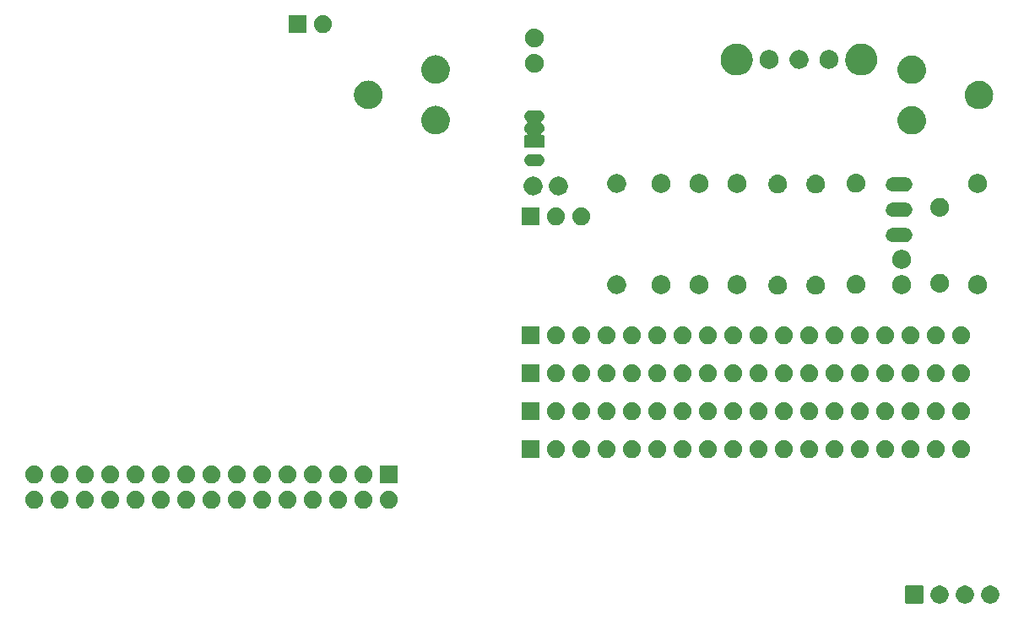
<source format=gbr>
G04 #@! TF.GenerationSoftware,KiCad,Pcbnew,(5.99.0-237-g844f45605)*
G04 #@! TF.CreationDate,2019-10-21T15:13:02+09:00*
G04 #@! TF.ProjectId,M5_board,4d355f62-6f61-4726-942e-6b696361645f,rev?*
G04 #@! TF.SameCoordinates,Original*
G04 #@! TF.FileFunction,Soldermask,Top*
G04 #@! TF.FilePolarity,Negative*
%FSLAX46Y46*%
G04 Gerber Fmt 4.6, Leading zero omitted, Abs format (unit mm)*
G04 Created by KiCad (PCBNEW (5.99.0-237-g844f45605)) date 2019-10-21 15:13:02*
%MOMM*%
%LPD*%
G04 APERTURE LIST*
%ADD10C,0.150000*%
G04 APERTURE END LIST*
D10*
G36*
X199218899Y-126176959D02*
G01*
X199235769Y-126188231D01*
X199247041Y-126205101D01*
X199253448Y-126237312D01*
X199253448Y-127912688D01*
X199250999Y-127925000D01*
X199247041Y-127944899D01*
X199235769Y-127961769D01*
X199218899Y-127973041D01*
X199199000Y-127976999D01*
X199186688Y-127979448D01*
X197511312Y-127979448D01*
X197479101Y-127973041D01*
X197462231Y-127961769D01*
X197450959Y-127944899D01*
X197444552Y-127912688D01*
X197444552Y-126237312D01*
X197450959Y-126205101D01*
X197462231Y-126188231D01*
X197479101Y-126176959D01*
X197511312Y-126170552D01*
X199186688Y-126170552D01*
X199218899Y-126176959D01*
G37*
G36*
X203617360Y-126188835D02*
G01*
X203698397Y-126215166D01*
X203785663Y-126242848D01*
X203788655Y-126244493D01*
X203797488Y-126247363D01*
X203869466Y-126288919D01*
X203940499Y-126327970D01*
X203947986Y-126334253D01*
X203961511Y-126342061D01*
X204019259Y-126394057D01*
X204075857Y-126441549D01*
X204085962Y-126454118D01*
X204102261Y-126468793D01*
X204144454Y-126526867D01*
X204186579Y-126579260D01*
X204196994Y-126599182D01*
X204213586Y-126622019D01*
X204240297Y-126682012D01*
X204268439Y-126735843D01*
X204276582Y-126763510D01*
X204290621Y-126795042D01*
X204302992Y-126853241D01*
X204318328Y-126905349D01*
X204321518Y-126940401D01*
X204329999Y-126980301D01*
X204329999Y-127033592D01*
X204334343Y-127081324D01*
X204329999Y-127122653D01*
X204329999Y-127169699D01*
X204320217Y-127215721D01*
X204315873Y-127257047D01*
X204301702Y-127302827D01*
X204290621Y-127354958D01*
X204274028Y-127392226D01*
X204263622Y-127425843D01*
X204237789Y-127473620D01*
X204213586Y-127527981D01*
X204193298Y-127555905D01*
X204179580Y-127581276D01*
X204140859Y-127628082D01*
X204102261Y-127681207D01*
X204081284Y-127700095D01*
X204066952Y-127717419D01*
X204014845Y-127759917D01*
X203961511Y-127807939D01*
X203942524Y-127818901D01*
X203930025Y-127829095D01*
X203864780Y-127863786D01*
X203797488Y-127902637D01*
X203782636Y-127907463D01*
X203774003Y-127912053D01*
X203696430Y-127935473D01*
X203617360Y-127961165D01*
X203608114Y-127962137D01*
X203604851Y-127963122D01*
X203513710Y-127972059D01*
X203476211Y-127976000D01*
X203381789Y-127976000D01*
X203240640Y-127961165D01*
X203159603Y-127934834D01*
X203072337Y-127907152D01*
X203069345Y-127905507D01*
X203060512Y-127902637D01*
X202988534Y-127861081D01*
X202917501Y-127822030D01*
X202910014Y-127815747D01*
X202896489Y-127807939D01*
X202838741Y-127755943D01*
X202782143Y-127708451D01*
X202772038Y-127695882D01*
X202755739Y-127681207D01*
X202713546Y-127623133D01*
X202671421Y-127570740D01*
X202661006Y-127550818D01*
X202644414Y-127527981D01*
X202617703Y-127467988D01*
X202589561Y-127414157D01*
X202581418Y-127386490D01*
X202567379Y-127354958D01*
X202555008Y-127296759D01*
X202539672Y-127244651D01*
X202536482Y-127209599D01*
X202528001Y-127169699D01*
X202528001Y-127116408D01*
X202523657Y-127068676D01*
X202528001Y-127027347D01*
X202528001Y-126980301D01*
X202537783Y-126934279D01*
X202542127Y-126892953D01*
X202556298Y-126847173D01*
X202567379Y-126795042D01*
X202583972Y-126757774D01*
X202594378Y-126724157D01*
X202620211Y-126676380D01*
X202644414Y-126622019D01*
X202664702Y-126594095D01*
X202678420Y-126568724D01*
X202717141Y-126521918D01*
X202755739Y-126468793D01*
X202776716Y-126449905D01*
X202791048Y-126432581D01*
X202843155Y-126390083D01*
X202896489Y-126342061D01*
X202915476Y-126331099D01*
X202927975Y-126320905D01*
X202993220Y-126286214D01*
X203060512Y-126247363D01*
X203075364Y-126242537D01*
X203083997Y-126237947D01*
X203161570Y-126214527D01*
X203240640Y-126188835D01*
X203249886Y-126187863D01*
X203253149Y-126186878D01*
X203344290Y-126177941D01*
X203381789Y-126174000D01*
X203476211Y-126174000D01*
X203617360Y-126188835D01*
G37*
G36*
X201077360Y-126188835D02*
G01*
X201158397Y-126215166D01*
X201245663Y-126242848D01*
X201248655Y-126244493D01*
X201257488Y-126247363D01*
X201329466Y-126288919D01*
X201400499Y-126327970D01*
X201407986Y-126334253D01*
X201421511Y-126342061D01*
X201479259Y-126394057D01*
X201535857Y-126441549D01*
X201545962Y-126454118D01*
X201562261Y-126468793D01*
X201604454Y-126526867D01*
X201646579Y-126579260D01*
X201656994Y-126599182D01*
X201673586Y-126622019D01*
X201700297Y-126682012D01*
X201728439Y-126735843D01*
X201736582Y-126763510D01*
X201750621Y-126795042D01*
X201762992Y-126853241D01*
X201778328Y-126905349D01*
X201781518Y-126940401D01*
X201789999Y-126980301D01*
X201789999Y-127033592D01*
X201794343Y-127081324D01*
X201789999Y-127122653D01*
X201789999Y-127169699D01*
X201780217Y-127215721D01*
X201775873Y-127257047D01*
X201761702Y-127302827D01*
X201750621Y-127354958D01*
X201734028Y-127392226D01*
X201723622Y-127425843D01*
X201697789Y-127473620D01*
X201673586Y-127527981D01*
X201653298Y-127555905D01*
X201639580Y-127581276D01*
X201600859Y-127628082D01*
X201562261Y-127681207D01*
X201541284Y-127700095D01*
X201526952Y-127717419D01*
X201474845Y-127759917D01*
X201421511Y-127807939D01*
X201402524Y-127818901D01*
X201390025Y-127829095D01*
X201324780Y-127863786D01*
X201257488Y-127902637D01*
X201242636Y-127907463D01*
X201234003Y-127912053D01*
X201156430Y-127935473D01*
X201077360Y-127961165D01*
X201068114Y-127962137D01*
X201064851Y-127963122D01*
X200973710Y-127972059D01*
X200936211Y-127976000D01*
X200841789Y-127976000D01*
X200700640Y-127961165D01*
X200619603Y-127934834D01*
X200532337Y-127907152D01*
X200529345Y-127905507D01*
X200520512Y-127902637D01*
X200448534Y-127861081D01*
X200377501Y-127822030D01*
X200370014Y-127815747D01*
X200356489Y-127807939D01*
X200298741Y-127755943D01*
X200242143Y-127708451D01*
X200232038Y-127695882D01*
X200215739Y-127681207D01*
X200173546Y-127623133D01*
X200131421Y-127570740D01*
X200121006Y-127550818D01*
X200104414Y-127527981D01*
X200077703Y-127467988D01*
X200049561Y-127414157D01*
X200041418Y-127386490D01*
X200027379Y-127354958D01*
X200015008Y-127296759D01*
X199999672Y-127244651D01*
X199996482Y-127209599D01*
X199988001Y-127169699D01*
X199988001Y-127116408D01*
X199983657Y-127068676D01*
X199988001Y-127027347D01*
X199988001Y-126980301D01*
X199997783Y-126934279D01*
X200002127Y-126892953D01*
X200016298Y-126847173D01*
X200027379Y-126795042D01*
X200043972Y-126757774D01*
X200054378Y-126724157D01*
X200080211Y-126676380D01*
X200104414Y-126622019D01*
X200124702Y-126594095D01*
X200138420Y-126568724D01*
X200177141Y-126521918D01*
X200215739Y-126468793D01*
X200236716Y-126449905D01*
X200251048Y-126432581D01*
X200303155Y-126390083D01*
X200356489Y-126342061D01*
X200375476Y-126331099D01*
X200387975Y-126320905D01*
X200453220Y-126286214D01*
X200520512Y-126247363D01*
X200535364Y-126242537D01*
X200543997Y-126237947D01*
X200621570Y-126214527D01*
X200700640Y-126188835D01*
X200709886Y-126187863D01*
X200713149Y-126186878D01*
X200804290Y-126177941D01*
X200841789Y-126174000D01*
X200936211Y-126174000D01*
X201077360Y-126188835D01*
G37*
G36*
X206157360Y-126188835D02*
G01*
X206238397Y-126215166D01*
X206325663Y-126242848D01*
X206328655Y-126244493D01*
X206337488Y-126247363D01*
X206409466Y-126288919D01*
X206480499Y-126327970D01*
X206487986Y-126334253D01*
X206501511Y-126342061D01*
X206559259Y-126394057D01*
X206615857Y-126441549D01*
X206625962Y-126454118D01*
X206642261Y-126468793D01*
X206684454Y-126526867D01*
X206726579Y-126579260D01*
X206736994Y-126599182D01*
X206753586Y-126622019D01*
X206780297Y-126682012D01*
X206808439Y-126735843D01*
X206816582Y-126763510D01*
X206830621Y-126795042D01*
X206842992Y-126853241D01*
X206858328Y-126905349D01*
X206861518Y-126940401D01*
X206869999Y-126980301D01*
X206869999Y-127033592D01*
X206874343Y-127081324D01*
X206869999Y-127122653D01*
X206869999Y-127169699D01*
X206860217Y-127215721D01*
X206855873Y-127257047D01*
X206841702Y-127302827D01*
X206830621Y-127354958D01*
X206814028Y-127392226D01*
X206803622Y-127425843D01*
X206777789Y-127473620D01*
X206753586Y-127527981D01*
X206733298Y-127555905D01*
X206719580Y-127581276D01*
X206680859Y-127628082D01*
X206642261Y-127681207D01*
X206621284Y-127700095D01*
X206606952Y-127717419D01*
X206554845Y-127759917D01*
X206501511Y-127807939D01*
X206482524Y-127818901D01*
X206470025Y-127829095D01*
X206404780Y-127863786D01*
X206337488Y-127902637D01*
X206322636Y-127907463D01*
X206314003Y-127912053D01*
X206236430Y-127935473D01*
X206157360Y-127961165D01*
X206148114Y-127962137D01*
X206144851Y-127963122D01*
X206053710Y-127972059D01*
X206016211Y-127976000D01*
X205921789Y-127976000D01*
X205780640Y-127961165D01*
X205699603Y-127934834D01*
X205612337Y-127907152D01*
X205609345Y-127905507D01*
X205600512Y-127902637D01*
X205528534Y-127861081D01*
X205457501Y-127822030D01*
X205450014Y-127815747D01*
X205436489Y-127807939D01*
X205378741Y-127755943D01*
X205322143Y-127708451D01*
X205312038Y-127695882D01*
X205295739Y-127681207D01*
X205253546Y-127623133D01*
X205211421Y-127570740D01*
X205201006Y-127550818D01*
X205184414Y-127527981D01*
X205157703Y-127467988D01*
X205129561Y-127414157D01*
X205121418Y-127386490D01*
X205107379Y-127354958D01*
X205095008Y-127296759D01*
X205079672Y-127244651D01*
X205076482Y-127209599D01*
X205068001Y-127169699D01*
X205068001Y-127116408D01*
X205063657Y-127068676D01*
X205068001Y-127027347D01*
X205068001Y-126980301D01*
X205077783Y-126934279D01*
X205082127Y-126892953D01*
X205096298Y-126847173D01*
X205107379Y-126795042D01*
X205123972Y-126757774D01*
X205134378Y-126724157D01*
X205160211Y-126676380D01*
X205184414Y-126622019D01*
X205204702Y-126594095D01*
X205218420Y-126568724D01*
X205257141Y-126521918D01*
X205295739Y-126468793D01*
X205316716Y-126449905D01*
X205331048Y-126432581D01*
X205383155Y-126390083D01*
X205436489Y-126342061D01*
X205455476Y-126331099D01*
X205467975Y-126320905D01*
X205533220Y-126286214D01*
X205600512Y-126247363D01*
X205615364Y-126242537D01*
X205623997Y-126237947D01*
X205701570Y-126214527D01*
X205780640Y-126188835D01*
X205789886Y-126187863D01*
X205793149Y-126186878D01*
X205884290Y-126177941D01*
X205921789Y-126174000D01*
X206016211Y-126174000D01*
X206157360Y-126188835D01*
G37*
G36*
X135672360Y-116663835D02*
G01*
X135753397Y-116690166D01*
X135840663Y-116717848D01*
X135843655Y-116719493D01*
X135852488Y-116722363D01*
X135924466Y-116763919D01*
X135995499Y-116802970D01*
X136002986Y-116809253D01*
X136016511Y-116817061D01*
X136074259Y-116869057D01*
X136130857Y-116916549D01*
X136140962Y-116929118D01*
X136157261Y-116943793D01*
X136199454Y-117001867D01*
X136241579Y-117054260D01*
X136251994Y-117074182D01*
X136268586Y-117097019D01*
X136295297Y-117157012D01*
X136323439Y-117210843D01*
X136331582Y-117238510D01*
X136345621Y-117270042D01*
X136357992Y-117328241D01*
X136373328Y-117380349D01*
X136376518Y-117415401D01*
X136384999Y-117455301D01*
X136384999Y-117508592D01*
X136389343Y-117556324D01*
X136384999Y-117597653D01*
X136384999Y-117644699D01*
X136375217Y-117690721D01*
X136370873Y-117732047D01*
X136356702Y-117777827D01*
X136345621Y-117829958D01*
X136329028Y-117867226D01*
X136318622Y-117900843D01*
X136292789Y-117948620D01*
X136268586Y-118002981D01*
X136248298Y-118030905D01*
X136234580Y-118056276D01*
X136195859Y-118103082D01*
X136157261Y-118156207D01*
X136136284Y-118175095D01*
X136121952Y-118192419D01*
X136069845Y-118234917D01*
X136016511Y-118282939D01*
X135997524Y-118293901D01*
X135985025Y-118304095D01*
X135919780Y-118338786D01*
X135852488Y-118377637D01*
X135837636Y-118382463D01*
X135829003Y-118387053D01*
X135751430Y-118410473D01*
X135672360Y-118436165D01*
X135663114Y-118437137D01*
X135659851Y-118438122D01*
X135568710Y-118447059D01*
X135531211Y-118451000D01*
X135436789Y-118451000D01*
X135295640Y-118436165D01*
X135214603Y-118409834D01*
X135127337Y-118382152D01*
X135124345Y-118380507D01*
X135115512Y-118377637D01*
X135043534Y-118336081D01*
X134972501Y-118297030D01*
X134965014Y-118290747D01*
X134951489Y-118282939D01*
X134893741Y-118230943D01*
X134837143Y-118183451D01*
X134827038Y-118170882D01*
X134810739Y-118156207D01*
X134768546Y-118098133D01*
X134726421Y-118045740D01*
X134716006Y-118025818D01*
X134699414Y-118002981D01*
X134672703Y-117942988D01*
X134644561Y-117889157D01*
X134636418Y-117861490D01*
X134622379Y-117829958D01*
X134610008Y-117771759D01*
X134594672Y-117719651D01*
X134591482Y-117684599D01*
X134583001Y-117644699D01*
X134583001Y-117591408D01*
X134578657Y-117543676D01*
X134583001Y-117502347D01*
X134583001Y-117455301D01*
X134592783Y-117409279D01*
X134597127Y-117367953D01*
X134611298Y-117322173D01*
X134622379Y-117270042D01*
X134638972Y-117232774D01*
X134649378Y-117199157D01*
X134675211Y-117151380D01*
X134699414Y-117097019D01*
X134719702Y-117069095D01*
X134733420Y-117043724D01*
X134772141Y-116996918D01*
X134810739Y-116943793D01*
X134831716Y-116924905D01*
X134846048Y-116907581D01*
X134898155Y-116865083D01*
X134951489Y-116817061D01*
X134970476Y-116806099D01*
X134982975Y-116795905D01*
X135048220Y-116761214D01*
X135115512Y-116722363D01*
X135130364Y-116717537D01*
X135138997Y-116712947D01*
X135216570Y-116689527D01*
X135295640Y-116663835D01*
X135304886Y-116662863D01*
X135308149Y-116661878D01*
X135399290Y-116652941D01*
X135436789Y-116649000D01*
X135531211Y-116649000D01*
X135672360Y-116663835D01*
G37*
G36*
X133132360Y-116663835D02*
G01*
X133213397Y-116690166D01*
X133300663Y-116717848D01*
X133303655Y-116719493D01*
X133312488Y-116722363D01*
X133384466Y-116763919D01*
X133455499Y-116802970D01*
X133462986Y-116809253D01*
X133476511Y-116817061D01*
X133534259Y-116869057D01*
X133590857Y-116916549D01*
X133600962Y-116929118D01*
X133617261Y-116943793D01*
X133659454Y-117001867D01*
X133701579Y-117054260D01*
X133711994Y-117074182D01*
X133728586Y-117097019D01*
X133755297Y-117157012D01*
X133783439Y-117210843D01*
X133791582Y-117238510D01*
X133805621Y-117270042D01*
X133817992Y-117328241D01*
X133833328Y-117380349D01*
X133836518Y-117415401D01*
X133844999Y-117455301D01*
X133844999Y-117508592D01*
X133849343Y-117556324D01*
X133844999Y-117597653D01*
X133844999Y-117644699D01*
X133835217Y-117690721D01*
X133830873Y-117732047D01*
X133816702Y-117777827D01*
X133805621Y-117829958D01*
X133789028Y-117867226D01*
X133778622Y-117900843D01*
X133752789Y-117948620D01*
X133728586Y-118002981D01*
X133708298Y-118030905D01*
X133694580Y-118056276D01*
X133655859Y-118103082D01*
X133617261Y-118156207D01*
X133596284Y-118175095D01*
X133581952Y-118192419D01*
X133529845Y-118234917D01*
X133476511Y-118282939D01*
X133457524Y-118293901D01*
X133445025Y-118304095D01*
X133379780Y-118338786D01*
X133312488Y-118377637D01*
X133297636Y-118382463D01*
X133289003Y-118387053D01*
X133211430Y-118410473D01*
X133132360Y-118436165D01*
X133123114Y-118437137D01*
X133119851Y-118438122D01*
X133028710Y-118447059D01*
X132991211Y-118451000D01*
X132896789Y-118451000D01*
X132755640Y-118436165D01*
X132674603Y-118409834D01*
X132587337Y-118382152D01*
X132584345Y-118380507D01*
X132575512Y-118377637D01*
X132503534Y-118336081D01*
X132432501Y-118297030D01*
X132425014Y-118290747D01*
X132411489Y-118282939D01*
X132353741Y-118230943D01*
X132297143Y-118183451D01*
X132287038Y-118170882D01*
X132270739Y-118156207D01*
X132228546Y-118098133D01*
X132186421Y-118045740D01*
X132176006Y-118025818D01*
X132159414Y-118002981D01*
X132132703Y-117942988D01*
X132104561Y-117889157D01*
X132096418Y-117861490D01*
X132082379Y-117829958D01*
X132070008Y-117771759D01*
X132054672Y-117719651D01*
X132051482Y-117684599D01*
X132043001Y-117644699D01*
X132043001Y-117591408D01*
X132038657Y-117543676D01*
X132043001Y-117502347D01*
X132043001Y-117455301D01*
X132052783Y-117409279D01*
X132057127Y-117367953D01*
X132071298Y-117322173D01*
X132082379Y-117270042D01*
X132098972Y-117232774D01*
X132109378Y-117199157D01*
X132135211Y-117151380D01*
X132159414Y-117097019D01*
X132179702Y-117069095D01*
X132193420Y-117043724D01*
X132232141Y-116996918D01*
X132270739Y-116943793D01*
X132291716Y-116924905D01*
X132306048Y-116907581D01*
X132358155Y-116865083D01*
X132411489Y-116817061D01*
X132430476Y-116806099D01*
X132442975Y-116795905D01*
X132508220Y-116761214D01*
X132575512Y-116722363D01*
X132590364Y-116717537D01*
X132598997Y-116712947D01*
X132676570Y-116689527D01*
X132755640Y-116663835D01*
X132764886Y-116662863D01*
X132768149Y-116661878D01*
X132859290Y-116652941D01*
X132896789Y-116649000D01*
X132991211Y-116649000D01*
X133132360Y-116663835D01*
G37*
G36*
X130592360Y-116663835D02*
G01*
X130673397Y-116690166D01*
X130760663Y-116717848D01*
X130763655Y-116719493D01*
X130772488Y-116722363D01*
X130844466Y-116763919D01*
X130915499Y-116802970D01*
X130922986Y-116809253D01*
X130936511Y-116817061D01*
X130994259Y-116869057D01*
X131050857Y-116916549D01*
X131060962Y-116929118D01*
X131077261Y-116943793D01*
X131119454Y-117001867D01*
X131161579Y-117054260D01*
X131171994Y-117074182D01*
X131188586Y-117097019D01*
X131215297Y-117157012D01*
X131243439Y-117210843D01*
X131251582Y-117238510D01*
X131265621Y-117270042D01*
X131277992Y-117328241D01*
X131293328Y-117380349D01*
X131296518Y-117415401D01*
X131304999Y-117455301D01*
X131304999Y-117508592D01*
X131309343Y-117556324D01*
X131304999Y-117597653D01*
X131304999Y-117644699D01*
X131295217Y-117690721D01*
X131290873Y-117732047D01*
X131276702Y-117777827D01*
X131265621Y-117829958D01*
X131249028Y-117867226D01*
X131238622Y-117900843D01*
X131212789Y-117948620D01*
X131188586Y-118002981D01*
X131168298Y-118030905D01*
X131154580Y-118056276D01*
X131115859Y-118103082D01*
X131077261Y-118156207D01*
X131056284Y-118175095D01*
X131041952Y-118192419D01*
X130989845Y-118234917D01*
X130936511Y-118282939D01*
X130917524Y-118293901D01*
X130905025Y-118304095D01*
X130839780Y-118338786D01*
X130772488Y-118377637D01*
X130757636Y-118382463D01*
X130749003Y-118387053D01*
X130671430Y-118410473D01*
X130592360Y-118436165D01*
X130583114Y-118437137D01*
X130579851Y-118438122D01*
X130488710Y-118447059D01*
X130451211Y-118451000D01*
X130356789Y-118451000D01*
X130215640Y-118436165D01*
X130134603Y-118409834D01*
X130047337Y-118382152D01*
X130044345Y-118380507D01*
X130035512Y-118377637D01*
X129963534Y-118336081D01*
X129892501Y-118297030D01*
X129885014Y-118290747D01*
X129871489Y-118282939D01*
X129813741Y-118230943D01*
X129757143Y-118183451D01*
X129747038Y-118170882D01*
X129730739Y-118156207D01*
X129688546Y-118098133D01*
X129646421Y-118045740D01*
X129636006Y-118025818D01*
X129619414Y-118002981D01*
X129592703Y-117942988D01*
X129564561Y-117889157D01*
X129556418Y-117861490D01*
X129542379Y-117829958D01*
X129530008Y-117771759D01*
X129514672Y-117719651D01*
X129511482Y-117684599D01*
X129503001Y-117644699D01*
X129503001Y-117591408D01*
X129498657Y-117543676D01*
X129503001Y-117502347D01*
X129503001Y-117455301D01*
X129512783Y-117409279D01*
X129517127Y-117367953D01*
X129531298Y-117322173D01*
X129542379Y-117270042D01*
X129558972Y-117232774D01*
X129569378Y-117199157D01*
X129595211Y-117151380D01*
X129619414Y-117097019D01*
X129639702Y-117069095D01*
X129653420Y-117043724D01*
X129692141Y-116996918D01*
X129730739Y-116943793D01*
X129751716Y-116924905D01*
X129766048Y-116907581D01*
X129818155Y-116865083D01*
X129871489Y-116817061D01*
X129890476Y-116806099D01*
X129902975Y-116795905D01*
X129968220Y-116761214D01*
X130035512Y-116722363D01*
X130050364Y-116717537D01*
X130058997Y-116712947D01*
X130136570Y-116689527D01*
X130215640Y-116663835D01*
X130224886Y-116662863D01*
X130228149Y-116661878D01*
X130319290Y-116652941D01*
X130356789Y-116649000D01*
X130451211Y-116649000D01*
X130592360Y-116663835D01*
G37*
G36*
X128052360Y-116663835D02*
G01*
X128133397Y-116690166D01*
X128220663Y-116717848D01*
X128223655Y-116719493D01*
X128232488Y-116722363D01*
X128304466Y-116763919D01*
X128375499Y-116802970D01*
X128382986Y-116809253D01*
X128396511Y-116817061D01*
X128454259Y-116869057D01*
X128510857Y-116916549D01*
X128520962Y-116929118D01*
X128537261Y-116943793D01*
X128579454Y-117001867D01*
X128621579Y-117054260D01*
X128631994Y-117074182D01*
X128648586Y-117097019D01*
X128675297Y-117157012D01*
X128703439Y-117210843D01*
X128711582Y-117238510D01*
X128725621Y-117270042D01*
X128737992Y-117328241D01*
X128753328Y-117380349D01*
X128756518Y-117415401D01*
X128764999Y-117455301D01*
X128764999Y-117508592D01*
X128769343Y-117556324D01*
X128764999Y-117597653D01*
X128764999Y-117644699D01*
X128755217Y-117690721D01*
X128750873Y-117732047D01*
X128736702Y-117777827D01*
X128725621Y-117829958D01*
X128709028Y-117867226D01*
X128698622Y-117900843D01*
X128672789Y-117948620D01*
X128648586Y-118002981D01*
X128628298Y-118030905D01*
X128614580Y-118056276D01*
X128575859Y-118103082D01*
X128537261Y-118156207D01*
X128516284Y-118175095D01*
X128501952Y-118192419D01*
X128449845Y-118234917D01*
X128396511Y-118282939D01*
X128377524Y-118293901D01*
X128365025Y-118304095D01*
X128299780Y-118338786D01*
X128232488Y-118377637D01*
X128217636Y-118382463D01*
X128209003Y-118387053D01*
X128131430Y-118410473D01*
X128052360Y-118436165D01*
X128043114Y-118437137D01*
X128039851Y-118438122D01*
X127948710Y-118447059D01*
X127911211Y-118451000D01*
X127816789Y-118451000D01*
X127675640Y-118436165D01*
X127594603Y-118409834D01*
X127507337Y-118382152D01*
X127504345Y-118380507D01*
X127495512Y-118377637D01*
X127423534Y-118336081D01*
X127352501Y-118297030D01*
X127345014Y-118290747D01*
X127331489Y-118282939D01*
X127273741Y-118230943D01*
X127217143Y-118183451D01*
X127207038Y-118170882D01*
X127190739Y-118156207D01*
X127148546Y-118098133D01*
X127106421Y-118045740D01*
X127096006Y-118025818D01*
X127079414Y-118002981D01*
X127052703Y-117942988D01*
X127024561Y-117889157D01*
X127016418Y-117861490D01*
X127002379Y-117829958D01*
X126990008Y-117771759D01*
X126974672Y-117719651D01*
X126971482Y-117684599D01*
X126963001Y-117644699D01*
X126963001Y-117591408D01*
X126958657Y-117543676D01*
X126963001Y-117502347D01*
X126963001Y-117455301D01*
X126972783Y-117409279D01*
X126977127Y-117367953D01*
X126991298Y-117322173D01*
X127002379Y-117270042D01*
X127018972Y-117232774D01*
X127029378Y-117199157D01*
X127055211Y-117151380D01*
X127079414Y-117097019D01*
X127099702Y-117069095D01*
X127113420Y-117043724D01*
X127152141Y-116996918D01*
X127190739Y-116943793D01*
X127211716Y-116924905D01*
X127226048Y-116907581D01*
X127278155Y-116865083D01*
X127331489Y-116817061D01*
X127350476Y-116806099D01*
X127362975Y-116795905D01*
X127428220Y-116761214D01*
X127495512Y-116722363D01*
X127510364Y-116717537D01*
X127518997Y-116712947D01*
X127596570Y-116689527D01*
X127675640Y-116663835D01*
X127684886Y-116662863D01*
X127688149Y-116661878D01*
X127779290Y-116652941D01*
X127816789Y-116649000D01*
X127911211Y-116649000D01*
X128052360Y-116663835D01*
G37*
G36*
X125512360Y-116663835D02*
G01*
X125593397Y-116690166D01*
X125680663Y-116717848D01*
X125683655Y-116719493D01*
X125692488Y-116722363D01*
X125764466Y-116763919D01*
X125835499Y-116802970D01*
X125842986Y-116809253D01*
X125856511Y-116817061D01*
X125914259Y-116869057D01*
X125970857Y-116916549D01*
X125980962Y-116929118D01*
X125997261Y-116943793D01*
X126039454Y-117001867D01*
X126081579Y-117054260D01*
X126091994Y-117074182D01*
X126108586Y-117097019D01*
X126135297Y-117157012D01*
X126163439Y-117210843D01*
X126171582Y-117238510D01*
X126185621Y-117270042D01*
X126197992Y-117328241D01*
X126213328Y-117380349D01*
X126216518Y-117415401D01*
X126224999Y-117455301D01*
X126224999Y-117508592D01*
X126229343Y-117556324D01*
X126224999Y-117597653D01*
X126224999Y-117644699D01*
X126215217Y-117690721D01*
X126210873Y-117732047D01*
X126196702Y-117777827D01*
X126185621Y-117829958D01*
X126169028Y-117867226D01*
X126158622Y-117900843D01*
X126132789Y-117948620D01*
X126108586Y-118002981D01*
X126088298Y-118030905D01*
X126074580Y-118056276D01*
X126035859Y-118103082D01*
X125997261Y-118156207D01*
X125976284Y-118175095D01*
X125961952Y-118192419D01*
X125909845Y-118234917D01*
X125856511Y-118282939D01*
X125837524Y-118293901D01*
X125825025Y-118304095D01*
X125759780Y-118338786D01*
X125692488Y-118377637D01*
X125677636Y-118382463D01*
X125669003Y-118387053D01*
X125591430Y-118410473D01*
X125512360Y-118436165D01*
X125503114Y-118437137D01*
X125499851Y-118438122D01*
X125408710Y-118447059D01*
X125371211Y-118451000D01*
X125276789Y-118451000D01*
X125135640Y-118436165D01*
X125054603Y-118409834D01*
X124967337Y-118382152D01*
X124964345Y-118380507D01*
X124955512Y-118377637D01*
X124883534Y-118336081D01*
X124812501Y-118297030D01*
X124805014Y-118290747D01*
X124791489Y-118282939D01*
X124733741Y-118230943D01*
X124677143Y-118183451D01*
X124667038Y-118170882D01*
X124650739Y-118156207D01*
X124608546Y-118098133D01*
X124566421Y-118045740D01*
X124556006Y-118025818D01*
X124539414Y-118002981D01*
X124512703Y-117942988D01*
X124484561Y-117889157D01*
X124476418Y-117861490D01*
X124462379Y-117829958D01*
X124450008Y-117771759D01*
X124434672Y-117719651D01*
X124431482Y-117684599D01*
X124423001Y-117644699D01*
X124423001Y-117591408D01*
X124418657Y-117543676D01*
X124423001Y-117502347D01*
X124423001Y-117455301D01*
X124432783Y-117409279D01*
X124437127Y-117367953D01*
X124451298Y-117322173D01*
X124462379Y-117270042D01*
X124478972Y-117232774D01*
X124489378Y-117199157D01*
X124515211Y-117151380D01*
X124539414Y-117097019D01*
X124559702Y-117069095D01*
X124573420Y-117043724D01*
X124612141Y-116996918D01*
X124650739Y-116943793D01*
X124671716Y-116924905D01*
X124686048Y-116907581D01*
X124738155Y-116865083D01*
X124791489Y-116817061D01*
X124810476Y-116806099D01*
X124822975Y-116795905D01*
X124888220Y-116761214D01*
X124955512Y-116722363D01*
X124970364Y-116717537D01*
X124978997Y-116712947D01*
X125056570Y-116689527D01*
X125135640Y-116663835D01*
X125144886Y-116662863D01*
X125148149Y-116661878D01*
X125239290Y-116652941D01*
X125276789Y-116649000D01*
X125371211Y-116649000D01*
X125512360Y-116663835D01*
G37*
G36*
X122972360Y-116663835D02*
G01*
X123053397Y-116690166D01*
X123140663Y-116717848D01*
X123143655Y-116719493D01*
X123152488Y-116722363D01*
X123224466Y-116763919D01*
X123295499Y-116802970D01*
X123302986Y-116809253D01*
X123316511Y-116817061D01*
X123374259Y-116869057D01*
X123430857Y-116916549D01*
X123440962Y-116929118D01*
X123457261Y-116943793D01*
X123499454Y-117001867D01*
X123541579Y-117054260D01*
X123551994Y-117074182D01*
X123568586Y-117097019D01*
X123595297Y-117157012D01*
X123623439Y-117210843D01*
X123631582Y-117238510D01*
X123645621Y-117270042D01*
X123657992Y-117328241D01*
X123673328Y-117380349D01*
X123676518Y-117415401D01*
X123684999Y-117455301D01*
X123684999Y-117508592D01*
X123689343Y-117556324D01*
X123684999Y-117597653D01*
X123684999Y-117644699D01*
X123675217Y-117690721D01*
X123670873Y-117732047D01*
X123656702Y-117777827D01*
X123645621Y-117829958D01*
X123629028Y-117867226D01*
X123618622Y-117900843D01*
X123592789Y-117948620D01*
X123568586Y-118002981D01*
X123548298Y-118030905D01*
X123534580Y-118056276D01*
X123495859Y-118103082D01*
X123457261Y-118156207D01*
X123436284Y-118175095D01*
X123421952Y-118192419D01*
X123369845Y-118234917D01*
X123316511Y-118282939D01*
X123297524Y-118293901D01*
X123285025Y-118304095D01*
X123219780Y-118338786D01*
X123152488Y-118377637D01*
X123137636Y-118382463D01*
X123129003Y-118387053D01*
X123051430Y-118410473D01*
X122972360Y-118436165D01*
X122963114Y-118437137D01*
X122959851Y-118438122D01*
X122868710Y-118447059D01*
X122831211Y-118451000D01*
X122736789Y-118451000D01*
X122595640Y-118436165D01*
X122514603Y-118409834D01*
X122427337Y-118382152D01*
X122424345Y-118380507D01*
X122415512Y-118377637D01*
X122343534Y-118336081D01*
X122272501Y-118297030D01*
X122265014Y-118290747D01*
X122251489Y-118282939D01*
X122193741Y-118230943D01*
X122137143Y-118183451D01*
X122127038Y-118170882D01*
X122110739Y-118156207D01*
X122068546Y-118098133D01*
X122026421Y-118045740D01*
X122016006Y-118025818D01*
X121999414Y-118002981D01*
X121972703Y-117942988D01*
X121944561Y-117889157D01*
X121936418Y-117861490D01*
X121922379Y-117829958D01*
X121910008Y-117771759D01*
X121894672Y-117719651D01*
X121891482Y-117684599D01*
X121883001Y-117644699D01*
X121883001Y-117591408D01*
X121878657Y-117543676D01*
X121883001Y-117502347D01*
X121883001Y-117455301D01*
X121892783Y-117409279D01*
X121897127Y-117367953D01*
X121911298Y-117322173D01*
X121922379Y-117270042D01*
X121938972Y-117232774D01*
X121949378Y-117199157D01*
X121975211Y-117151380D01*
X121999414Y-117097019D01*
X122019702Y-117069095D01*
X122033420Y-117043724D01*
X122072141Y-116996918D01*
X122110739Y-116943793D01*
X122131716Y-116924905D01*
X122146048Y-116907581D01*
X122198155Y-116865083D01*
X122251489Y-116817061D01*
X122270476Y-116806099D01*
X122282975Y-116795905D01*
X122348220Y-116761214D01*
X122415512Y-116722363D01*
X122430364Y-116717537D01*
X122438997Y-116712947D01*
X122516570Y-116689527D01*
X122595640Y-116663835D01*
X122604886Y-116662863D01*
X122608149Y-116661878D01*
X122699290Y-116652941D01*
X122736789Y-116649000D01*
X122831211Y-116649000D01*
X122972360Y-116663835D01*
G37*
G36*
X120432360Y-116663835D02*
G01*
X120513397Y-116690166D01*
X120600663Y-116717848D01*
X120603655Y-116719493D01*
X120612488Y-116722363D01*
X120684466Y-116763919D01*
X120755499Y-116802970D01*
X120762986Y-116809253D01*
X120776511Y-116817061D01*
X120834259Y-116869057D01*
X120890857Y-116916549D01*
X120900962Y-116929118D01*
X120917261Y-116943793D01*
X120959454Y-117001867D01*
X121001579Y-117054260D01*
X121011994Y-117074182D01*
X121028586Y-117097019D01*
X121055297Y-117157012D01*
X121083439Y-117210843D01*
X121091582Y-117238510D01*
X121105621Y-117270042D01*
X121117992Y-117328241D01*
X121133328Y-117380349D01*
X121136518Y-117415401D01*
X121144999Y-117455301D01*
X121144999Y-117508592D01*
X121149343Y-117556324D01*
X121144999Y-117597653D01*
X121144999Y-117644699D01*
X121135217Y-117690721D01*
X121130873Y-117732047D01*
X121116702Y-117777827D01*
X121105621Y-117829958D01*
X121089028Y-117867226D01*
X121078622Y-117900843D01*
X121052789Y-117948620D01*
X121028586Y-118002981D01*
X121008298Y-118030905D01*
X120994580Y-118056276D01*
X120955859Y-118103082D01*
X120917261Y-118156207D01*
X120896284Y-118175095D01*
X120881952Y-118192419D01*
X120829845Y-118234917D01*
X120776511Y-118282939D01*
X120757524Y-118293901D01*
X120745025Y-118304095D01*
X120679780Y-118338786D01*
X120612488Y-118377637D01*
X120597636Y-118382463D01*
X120589003Y-118387053D01*
X120511430Y-118410473D01*
X120432360Y-118436165D01*
X120423114Y-118437137D01*
X120419851Y-118438122D01*
X120328710Y-118447059D01*
X120291211Y-118451000D01*
X120196789Y-118451000D01*
X120055640Y-118436165D01*
X119974603Y-118409834D01*
X119887337Y-118382152D01*
X119884345Y-118380507D01*
X119875512Y-118377637D01*
X119803534Y-118336081D01*
X119732501Y-118297030D01*
X119725014Y-118290747D01*
X119711489Y-118282939D01*
X119653741Y-118230943D01*
X119597143Y-118183451D01*
X119587038Y-118170882D01*
X119570739Y-118156207D01*
X119528546Y-118098133D01*
X119486421Y-118045740D01*
X119476006Y-118025818D01*
X119459414Y-118002981D01*
X119432703Y-117942988D01*
X119404561Y-117889157D01*
X119396418Y-117861490D01*
X119382379Y-117829958D01*
X119370008Y-117771759D01*
X119354672Y-117719651D01*
X119351482Y-117684599D01*
X119343001Y-117644699D01*
X119343001Y-117591408D01*
X119338657Y-117543676D01*
X119343001Y-117502347D01*
X119343001Y-117455301D01*
X119352783Y-117409279D01*
X119357127Y-117367953D01*
X119371298Y-117322173D01*
X119382379Y-117270042D01*
X119398972Y-117232774D01*
X119409378Y-117199157D01*
X119435211Y-117151380D01*
X119459414Y-117097019D01*
X119479702Y-117069095D01*
X119493420Y-117043724D01*
X119532141Y-116996918D01*
X119570739Y-116943793D01*
X119591716Y-116924905D01*
X119606048Y-116907581D01*
X119658155Y-116865083D01*
X119711489Y-116817061D01*
X119730476Y-116806099D01*
X119742975Y-116795905D01*
X119808220Y-116761214D01*
X119875512Y-116722363D01*
X119890364Y-116717537D01*
X119898997Y-116712947D01*
X119976570Y-116689527D01*
X120055640Y-116663835D01*
X120064886Y-116662863D01*
X120068149Y-116661878D01*
X120159290Y-116652941D01*
X120196789Y-116649000D01*
X120291211Y-116649000D01*
X120432360Y-116663835D01*
G37*
G36*
X117892360Y-116663835D02*
G01*
X117973397Y-116690166D01*
X118060663Y-116717848D01*
X118063655Y-116719493D01*
X118072488Y-116722363D01*
X118144466Y-116763919D01*
X118215499Y-116802970D01*
X118222986Y-116809253D01*
X118236511Y-116817061D01*
X118294259Y-116869057D01*
X118350857Y-116916549D01*
X118360962Y-116929118D01*
X118377261Y-116943793D01*
X118419454Y-117001867D01*
X118461579Y-117054260D01*
X118471994Y-117074182D01*
X118488586Y-117097019D01*
X118515297Y-117157012D01*
X118543439Y-117210843D01*
X118551582Y-117238510D01*
X118565621Y-117270042D01*
X118577992Y-117328241D01*
X118593328Y-117380349D01*
X118596518Y-117415401D01*
X118604999Y-117455301D01*
X118604999Y-117508592D01*
X118609343Y-117556324D01*
X118604999Y-117597653D01*
X118604999Y-117644699D01*
X118595217Y-117690721D01*
X118590873Y-117732047D01*
X118576702Y-117777827D01*
X118565621Y-117829958D01*
X118549028Y-117867226D01*
X118538622Y-117900843D01*
X118512789Y-117948620D01*
X118488586Y-118002981D01*
X118468298Y-118030905D01*
X118454580Y-118056276D01*
X118415859Y-118103082D01*
X118377261Y-118156207D01*
X118356284Y-118175095D01*
X118341952Y-118192419D01*
X118289845Y-118234917D01*
X118236511Y-118282939D01*
X118217524Y-118293901D01*
X118205025Y-118304095D01*
X118139780Y-118338786D01*
X118072488Y-118377637D01*
X118057636Y-118382463D01*
X118049003Y-118387053D01*
X117971430Y-118410473D01*
X117892360Y-118436165D01*
X117883114Y-118437137D01*
X117879851Y-118438122D01*
X117788710Y-118447059D01*
X117751211Y-118451000D01*
X117656789Y-118451000D01*
X117515640Y-118436165D01*
X117434603Y-118409834D01*
X117347337Y-118382152D01*
X117344345Y-118380507D01*
X117335512Y-118377637D01*
X117263534Y-118336081D01*
X117192501Y-118297030D01*
X117185014Y-118290747D01*
X117171489Y-118282939D01*
X117113741Y-118230943D01*
X117057143Y-118183451D01*
X117047038Y-118170882D01*
X117030739Y-118156207D01*
X116988546Y-118098133D01*
X116946421Y-118045740D01*
X116936006Y-118025818D01*
X116919414Y-118002981D01*
X116892703Y-117942988D01*
X116864561Y-117889157D01*
X116856418Y-117861490D01*
X116842379Y-117829958D01*
X116830008Y-117771759D01*
X116814672Y-117719651D01*
X116811482Y-117684599D01*
X116803001Y-117644699D01*
X116803001Y-117591408D01*
X116798657Y-117543676D01*
X116803001Y-117502347D01*
X116803001Y-117455301D01*
X116812783Y-117409279D01*
X116817127Y-117367953D01*
X116831298Y-117322173D01*
X116842379Y-117270042D01*
X116858972Y-117232774D01*
X116869378Y-117199157D01*
X116895211Y-117151380D01*
X116919414Y-117097019D01*
X116939702Y-117069095D01*
X116953420Y-117043724D01*
X116992141Y-116996918D01*
X117030739Y-116943793D01*
X117051716Y-116924905D01*
X117066048Y-116907581D01*
X117118155Y-116865083D01*
X117171489Y-116817061D01*
X117190476Y-116806099D01*
X117202975Y-116795905D01*
X117268220Y-116761214D01*
X117335512Y-116722363D01*
X117350364Y-116717537D01*
X117358997Y-116712947D01*
X117436570Y-116689527D01*
X117515640Y-116663835D01*
X117524886Y-116662863D01*
X117528149Y-116661878D01*
X117619290Y-116652941D01*
X117656789Y-116649000D01*
X117751211Y-116649000D01*
X117892360Y-116663835D01*
G37*
G36*
X115352360Y-116663835D02*
G01*
X115433397Y-116690166D01*
X115520663Y-116717848D01*
X115523655Y-116719493D01*
X115532488Y-116722363D01*
X115604466Y-116763919D01*
X115675499Y-116802970D01*
X115682986Y-116809253D01*
X115696511Y-116817061D01*
X115754259Y-116869057D01*
X115810857Y-116916549D01*
X115820962Y-116929118D01*
X115837261Y-116943793D01*
X115879454Y-117001867D01*
X115921579Y-117054260D01*
X115931994Y-117074182D01*
X115948586Y-117097019D01*
X115975297Y-117157012D01*
X116003439Y-117210843D01*
X116011582Y-117238510D01*
X116025621Y-117270042D01*
X116037992Y-117328241D01*
X116053328Y-117380349D01*
X116056518Y-117415401D01*
X116064999Y-117455301D01*
X116064999Y-117508592D01*
X116069343Y-117556324D01*
X116064999Y-117597653D01*
X116064999Y-117644699D01*
X116055217Y-117690721D01*
X116050873Y-117732047D01*
X116036702Y-117777827D01*
X116025621Y-117829958D01*
X116009028Y-117867226D01*
X115998622Y-117900843D01*
X115972789Y-117948620D01*
X115948586Y-118002981D01*
X115928298Y-118030905D01*
X115914580Y-118056276D01*
X115875859Y-118103082D01*
X115837261Y-118156207D01*
X115816284Y-118175095D01*
X115801952Y-118192419D01*
X115749845Y-118234917D01*
X115696511Y-118282939D01*
X115677524Y-118293901D01*
X115665025Y-118304095D01*
X115599780Y-118338786D01*
X115532488Y-118377637D01*
X115517636Y-118382463D01*
X115509003Y-118387053D01*
X115431430Y-118410473D01*
X115352360Y-118436165D01*
X115343114Y-118437137D01*
X115339851Y-118438122D01*
X115248710Y-118447059D01*
X115211211Y-118451000D01*
X115116789Y-118451000D01*
X114975640Y-118436165D01*
X114894603Y-118409834D01*
X114807337Y-118382152D01*
X114804345Y-118380507D01*
X114795512Y-118377637D01*
X114723534Y-118336081D01*
X114652501Y-118297030D01*
X114645014Y-118290747D01*
X114631489Y-118282939D01*
X114573741Y-118230943D01*
X114517143Y-118183451D01*
X114507038Y-118170882D01*
X114490739Y-118156207D01*
X114448546Y-118098133D01*
X114406421Y-118045740D01*
X114396006Y-118025818D01*
X114379414Y-118002981D01*
X114352703Y-117942988D01*
X114324561Y-117889157D01*
X114316418Y-117861490D01*
X114302379Y-117829958D01*
X114290008Y-117771759D01*
X114274672Y-117719651D01*
X114271482Y-117684599D01*
X114263001Y-117644699D01*
X114263001Y-117591408D01*
X114258657Y-117543676D01*
X114263001Y-117502347D01*
X114263001Y-117455301D01*
X114272783Y-117409279D01*
X114277127Y-117367953D01*
X114291298Y-117322173D01*
X114302379Y-117270042D01*
X114318972Y-117232774D01*
X114329378Y-117199157D01*
X114355211Y-117151380D01*
X114379414Y-117097019D01*
X114399702Y-117069095D01*
X114413420Y-117043724D01*
X114452141Y-116996918D01*
X114490739Y-116943793D01*
X114511716Y-116924905D01*
X114526048Y-116907581D01*
X114578155Y-116865083D01*
X114631489Y-116817061D01*
X114650476Y-116806099D01*
X114662975Y-116795905D01*
X114728220Y-116761214D01*
X114795512Y-116722363D01*
X114810364Y-116717537D01*
X114818997Y-116712947D01*
X114896570Y-116689527D01*
X114975640Y-116663835D01*
X114984886Y-116662863D01*
X114988149Y-116661878D01*
X115079290Y-116652941D01*
X115116789Y-116649000D01*
X115211211Y-116649000D01*
X115352360Y-116663835D01*
G37*
G36*
X112812360Y-116663835D02*
G01*
X112893397Y-116690166D01*
X112980663Y-116717848D01*
X112983655Y-116719493D01*
X112992488Y-116722363D01*
X113064466Y-116763919D01*
X113135499Y-116802970D01*
X113142986Y-116809253D01*
X113156511Y-116817061D01*
X113214259Y-116869057D01*
X113270857Y-116916549D01*
X113280962Y-116929118D01*
X113297261Y-116943793D01*
X113339454Y-117001867D01*
X113381579Y-117054260D01*
X113391994Y-117074182D01*
X113408586Y-117097019D01*
X113435297Y-117157012D01*
X113463439Y-117210843D01*
X113471582Y-117238510D01*
X113485621Y-117270042D01*
X113497992Y-117328241D01*
X113513328Y-117380349D01*
X113516518Y-117415401D01*
X113524999Y-117455301D01*
X113524999Y-117508592D01*
X113529343Y-117556324D01*
X113524999Y-117597653D01*
X113524999Y-117644699D01*
X113515217Y-117690721D01*
X113510873Y-117732047D01*
X113496702Y-117777827D01*
X113485621Y-117829958D01*
X113469028Y-117867226D01*
X113458622Y-117900843D01*
X113432789Y-117948620D01*
X113408586Y-118002981D01*
X113388298Y-118030905D01*
X113374580Y-118056276D01*
X113335859Y-118103082D01*
X113297261Y-118156207D01*
X113276284Y-118175095D01*
X113261952Y-118192419D01*
X113209845Y-118234917D01*
X113156511Y-118282939D01*
X113137524Y-118293901D01*
X113125025Y-118304095D01*
X113059780Y-118338786D01*
X112992488Y-118377637D01*
X112977636Y-118382463D01*
X112969003Y-118387053D01*
X112891430Y-118410473D01*
X112812360Y-118436165D01*
X112803114Y-118437137D01*
X112799851Y-118438122D01*
X112708710Y-118447059D01*
X112671211Y-118451000D01*
X112576789Y-118451000D01*
X112435640Y-118436165D01*
X112354603Y-118409834D01*
X112267337Y-118382152D01*
X112264345Y-118380507D01*
X112255512Y-118377637D01*
X112183534Y-118336081D01*
X112112501Y-118297030D01*
X112105014Y-118290747D01*
X112091489Y-118282939D01*
X112033741Y-118230943D01*
X111977143Y-118183451D01*
X111967038Y-118170882D01*
X111950739Y-118156207D01*
X111908546Y-118098133D01*
X111866421Y-118045740D01*
X111856006Y-118025818D01*
X111839414Y-118002981D01*
X111812703Y-117942988D01*
X111784561Y-117889157D01*
X111776418Y-117861490D01*
X111762379Y-117829958D01*
X111750008Y-117771759D01*
X111734672Y-117719651D01*
X111731482Y-117684599D01*
X111723001Y-117644699D01*
X111723001Y-117591408D01*
X111718657Y-117543676D01*
X111723001Y-117502347D01*
X111723001Y-117455301D01*
X111732783Y-117409279D01*
X111737127Y-117367953D01*
X111751298Y-117322173D01*
X111762379Y-117270042D01*
X111778972Y-117232774D01*
X111789378Y-117199157D01*
X111815211Y-117151380D01*
X111839414Y-117097019D01*
X111859702Y-117069095D01*
X111873420Y-117043724D01*
X111912141Y-116996918D01*
X111950739Y-116943793D01*
X111971716Y-116924905D01*
X111986048Y-116907581D01*
X112038155Y-116865083D01*
X112091489Y-116817061D01*
X112110476Y-116806099D01*
X112122975Y-116795905D01*
X112188220Y-116761214D01*
X112255512Y-116722363D01*
X112270364Y-116717537D01*
X112278997Y-116712947D01*
X112356570Y-116689527D01*
X112435640Y-116663835D01*
X112444886Y-116662863D01*
X112448149Y-116661878D01*
X112539290Y-116652941D01*
X112576789Y-116649000D01*
X112671211Y-116649000D01*
X112812360Y-116663835D01*
G37*
G36*
X110272360Y-116663835D02*
G01*
X110353397Y-116690166D01*
X110440663Y-116717848D01*
X110443655Y-116719493D01*
X110452488Y-116722363D01*
X110524466Y-116763919D01*
X110595499Y-116802970D01*
X110602986Y-116809253D01*
X110616511Y-116817061D01*
X110674259Y-116869057D01*
X110730857Y-116916549D01*
X110740962Y-116929118D01*
X110757261Y-116943793D01*
X110799454Y-117001867D01*
X110841579Y-117054260D01*
X110851994Y-117074182D01*
X110868586Y-117097019D01*
X110895297Y-117157012D01*
X110923439Y-117210843D01*
X110931582Y-117238510D01*
X110945621Y-117270042D01*
X110957992Y-117328241D01*
X110973328Y-117380349D01*
X110976518Y-117415401D01*
X110984999Y-117455301D01*
X110984999Y-117508592D01*
X110989343Y-117556324D01*
X110984999Y-117597653D01*
X110984999Y-117644699D01*
X110975217Y-117690721D01*
X110970873Y-117732047D01*
X110956702Y-117777827D01*
X110945621Y-117829958D01*
X110929028Y-117867226D01*
X110918622Y-117900843D01*
X110892789Y-117948620D01*
X110868586Y-118002981D01*
X110848298Y-118030905D01*
X110834580Y-118056276D01*
X110795859Y-118103082D01*
X110757261Y-118156207D01*
X110736284Y-118175095D01*
X110721952Y-118192419D01*
X110669845Y-118234917D01*
X110616511Y-118282939D01*
X110597524Y-118293901D01*
X110585025Y-118304095D01*
X110519780Y-118338786D01*
X110452488Y-118377637D01*
X110437636Y-118382463D01*
X110429003Y-118387053D01*
X110351430Y-118410473D01*
X110272360Y-118436165D01*
X110263114Y-118437137D01*
X110259851Y-118438122D01*
X110168710Y-118447059D01*
X110131211Y-118451000D01*
X110036789Y-118451000D01*
X109895640Y-118436165D01*
X109814603Y-118409834D01*
X109727337Y-118382152D01*
X109724345Y-118380507D01*
X109715512Y-118377637D01*
X109643534Y-118336081D01*
X109572501Y-118297030D01*
X109565014Y-118290747D01*
X109551489Y-118282939D01*
X109493741Y-118230943D01*
X109437143Y-118183451D01*
X109427038Y-118170882D01*
X109410739Y-118156207D01*
X109368546Y-118098133D01*
X109326421Y-118045740D01*
X109316006Y-118025818D01*
X109299414Y-118002981D01*
X109272703Y-117942988D01*
X109244561Y-117889157D01*
X109236418Y-117861490D01*
X109222379Y-117829958D01*
X109210008Y-117771759D01*
X109194672Y-117719651D01*
X109191482Y-117684599D01*
X109183001Y-117644699D01*
X109183001Y-117591408D01*
X109178657Y-117543676D01*
X109183001Y-117502347D01*
X109183001Y-117455301D01*
X109192783Y-117409279D01*
X109197127Y-117367953D01*
X109211298Y-117322173D01*
X109222379Y-117270042D01*
X109238972Y-117232774D01*
X109249378Y-117199157D01*
X109275211Y-117151380D01*
X109299414Y-117097019D01*
X109319702Y-117069095D01*
X109333420Y-117043724D01*
X109372141Y-116996918D01*
X109410739Y-116943793D01*
X109431716Y-116924905D01*
X109446048Y-116907581D01*
X109498155Y-116865083D01*
X109551489Y-116817061D01*
X109570476Y-116806099D01*
X109582975Y-116795905D01*
X109648220Y-116761214D01*
X109715512Y-116722363D01*
X109730364Y-116717537D01*
X109738997Y-116712947D01*
X109816570Y-116689527D01*
X109895640Y-116663835D01*
X109904886Y-116662863D01*
X109908149Y-116661878D01*
X109999290Y-116652941D01*
X110036789Y-116649000D01*
X110131211Y-116649000D01*
X110272360Y-116663835D01*
G37*
G36*
X138212360Y-116663835D02*
G01*
X138293397Y-116690166D01*
X138380663Y-116717848D01*
X138383655Y-116719493D01*
X138392488Y-116722363D01*
X138464466Y-116763919D01*
X138535499Y-116802970D01*
X138542986Y-116809253D01*
X138556511Y-116817061D01*
X138614259Y-116869057D01*
X138670857Y-116916549D01*
X138680962Y-116929118D01*
X138697261Y-116943793D01*
X138739454Y-117001867D01*
X138781579Y-117054260D01*
X138791994Y-117074182D01*
X138808586Y-117097019D01*
X138835297Y-117157012D01*
X138863439Y-117210843D01*
X138871582Y-117238510D01*
X138885621Y-117270042D01*
X138897992Y-117328241D01*
X138913328Y-117380349D01*
X138916518Y-117415401D01*
X138924999Y-117455301D01*
X138924999Y-117508592D01*
X138929343Y-117556324D01*
X138924999Y-117597653D01*
X138924999Y-117644699D01*
X138915217Y-117690721D01*
X138910873Y-117732047D01*
X138896702Y-117777827D01*
X138885621Y-117829958D01*
X138869028Y-117867226D01*
X138858622Y-117900843D01*
X138832789Y-117948620D01*
X138808586Y-118002981D01*
X138788298Y-118030905D01*
X138774580Y-118056276D01*
X138735859Y-118103082D01*
X138697261Y-118156207D01*
X138676284Y-118175095D01*
X138661952Y-118192419D01*
X138609845Y-118234917D01*
X138556511Y-118282939D01*
X138537524Y-118293901D01*
X138525025Y-118304095D01*
X138459780Y-118338786D01*
X138392488Y-118377637D01*
X138377636Y-118382463D01*
X138369003Y-118387053D01*
X138291430Y-118410473D01*
X138212360Y-118436165D01*
X138203114Y-118437137D01*
X138199851Y-118438122D01*
X138108710Y-118447059D01*
X138071211Y-118451000D01*
X137976789Y-118451000D01*
X137835640Y-118436165D01*
X137754603Y-118409834D01*
X137667337Y-118382152D01*
X137664345Y-118380507D01*
X137655512Y-118377637D01*
X137583534Y-118336081D01*
X137512501Y-118297030D01*
X137505014Y-118290747D01*
X137491489Y-118282939D01*
X137433741Y-118230943D01*
X137377143Y-118183451D01*
X137367038Y-118170882D01*
X137350739Y-118156207D01*
X137308546Y-118098133D01*
X137266421Y-118045740D01*
X137256006Y-118025818D01*
X137239414Y-118002981D01*
X137212703Y-117942988D01*
X137184561Y-117889157D01*
X137176418Y-117861490D01*
X137162379Y-117829958D01*
X137150008Y-117771759D01*
X137134672Y-117719651D01*
X137131482Y-117684599D01*
X137123001Y-117644699D01*
X137123001Y-117591408D01*
X137118657Y-117543676D01*
X137123001Y-117502347D01*
X137123001Y-117455301D01*
X137132783Y-117409279D01*
X137137127Y-117367953D01*
X137151298Y-117322173D01*
X137162379Y-117270042D01*
X137178972Y-117232774D01*
X137189378Y-117199157D01*
X137215211Y-117151380D01*
X137239414Y-117097019D01*
X137259702Y-117069095D01*
X137273420Y-117043724D01*
X137312141Y-116996918D01*
X137350739Y-116943793D01*
X137371716Y-116924905D01*
X137386048Y-116907581D01*
X137438155Y-116865083D01*
X137491489Y-116817061D01*
X137510476Y-116806099D01*
X137522975Y-116795905D01*
X137588220Y-116761214D01*
X137655512Y-116722363D01*
X137670364Y-116717537D01*
X137678997Y-116712947D01*
X137756570Y-116689527D01*
X137835640Y-116663835D01*
X137844886Y-116662863D01*
X137848149Y-116661878D01*
X137939290Y-116652941D01*
X137976789Y-116649000D01*
X138071211Y-116649000D01*
X138212360Y-116663835D01*
G37*
G36*
X145832360Y-116663835D02*
G01*
X145913397Y-116690166D01*
X146000663Y-116717848D01*
X146003655Y-116719493D01*
X146012488Y-116722363D01*
X146084466Y-116763919D01*
X146155499Y-116802970D01*
X146162986Y-116809253D01*
X146176511Y-116817061D01*
X146234259Y-116869057D01*
X146290857Y-116916549D01*
X146300962Y-116929118D01*
X146317261Y-116943793D01*
X146359454Y-117001867D01*
X146401579Y-117054260D01*
X146411994Y-117074182D01*
X146428586Y-117097019D01*
X146455297Y-117157012D01*
X146483439Y-117210843D01*
X146491582Y-117238510D01*
X146505621Y-117270042D01*
X146517992Y-117328241D01*
X146533328Y-117380349D01*
X146536518Y-117415401D01*
X146544999Y-117455301D01*
X146544999Y-117508592D01*
X146549343Y-117556324D01*
X146544999Y-117597653D01*
X146544999Y-117644699D01*
X146535217Y-117690721D01*
X146530873Y-117732047D01*
X146516702Y-117777827D01*
X146505621Y-117829958D01*
X146489028Y-117867226D01*
X146478622Y-117900843D01*
X146452789Y-117948620D01*
X146428586Y-118002981D01*
X146408298Y-118030905D01*
X146394580Y-118056276D01*
X146355859Y-118103082D01*
X146317261Y-118156207D01*
X146296284Y-118175095D01*
X146281952Y-118192419D01*
X146229845Y-118234917D01*
X146176511Y-118282939D01*
X146157524Y-118293901D01*
X146145025Y-118304095D01*
X146079780Y-118338786D01*
X146012488Y-118377637D01*
X145997636Y-118382463D01*
X145989003Y-118387053D01*
X145911430Y-118410473D01*
X145832360Y-118436165D01*
X145823114Y-118437137D01*
X145819851Y-118438122D01*
X145728710Y-118447059D01*
X145691211Y-118451000D01*
X145596789Y-118451000D01*
X145455640Y-118436165D01*
X145374603Y-118409834D01*
X145287337Y-118382152D01*
X145284345Y-118380507D01*
X145275512Y-118377637D01*
X145203534Y-118336081D01*
X145132501Y-118297030D01*
X145125014Y-118290747D01*
X145111489Y-118282939D01*
X145053741Y-118230943D01*
X144997143Y-118183451D01*
X144987038Y-118170882D01*
X144970739Y-118156207D01*
X144928546Y-118098133D01*
X144886421Y-118045740D01*
X144876006Y-118025818D01*
X144859414Y-118002981D01*
X144832703Y-117942988D01*
X144804561Y-117889157D01*
X144796418Y-117861490D01*
X144782379Y-117829958D01*
X144770008Y-117771759D01*
X144754672Y-117719651D01*
X144751482Y-117684599D01*
X144743001Y-117644699D01*
X144743001Y-117591408D01*
X144738657Y-117543676D01*
X144743001Y-117502347D01*
X144743001Y-117455301D01*
X144752783Y-117409279D01*
X144757127Y-117367953D01*
X144771298Y-117322173D01*
X144782379Y-117270042D01*
X144798972Y-117232774D01*
X144809378Y-117199157D01*
X144835211Y-117151380D01*
X144859414Y-117097019D01*
X144879702Y-117069095D01*
X144893420Y-117043724D01*
X144932141Y-116996918D01*
X144970739Y-116943793D01*
X144991716Y-116924905D01*
X145006048Y-116907581D01*
X145058155Y-116865083D01*
X145111489Y-116817061D01*
X145130476Y-116806099D01*
X145142975Y-116795905D01*
X145208220Y-116761214D01*
X145275512Y-116722363D01*
X145290364Y-116717537D01*
X145298997Y-116712947D01*
X145376570Y-116689527D01*
X145455640Y-116663835D01*
X145464886Y-116662863D01*
X145468149Y-116661878D01*
X145559290Y-116652941D01*
X145596789Y-116649000D01*
X145691211Y-116649000D01*
X145832360Y-116663835D01*
G37*
G36*
X143292360Y-116663835D02*
G01*
X143373397Y-116690166D01*
X143460663Y-116717848D01*
X143463655Y-116719493D01*
X143472488Y-116722363D01*
X143544466Y-116763919D01*
X143615499Y-116802970D01*
X143622986Y-116809253D01*
X143636511Y-116817061D01*
X143694259Y-116869057D01*
X143750857Y-116916549D01*
X143760962Y-116929118D01*
X143777261Y-116943793D01*
X143819454Y-117001867D01*
X143861579Y-117054260D01*
X143871994Y-117074182D01*
X143888586Y-117097019D01*
X143915297Y-117157012D01*
X143943439Y-117210843D01*
X143951582Y-117238510D01*
X143965621Y-117270042D01*
X143977992Y-117328241D01*
X143993328Y-117380349D01*
X143996518Y-117415401D01*
X144004999Y-117455301D01*
X144004999Y-117508592D01*
X144009343Y-117556324D01*
X144004999Y-117597653D01*
X144004999Y-117644699D01*
X143995217Y-117690721D01*
X143990873Y-117732047D01*
X143976702Y-117777827D01*
X143965621Y-117829958D01*
X143949028Y-117867226D01*
X143938622Y-117900843D01*
X143912789Y-117948620D01*
X143888586Y-118002981D01*
X143868298Y-118030905D01*
X143854580Y-118056276D01*
X143815859Y-118103082D01*
X143777261Y-118156207D01*
X143756284Y-118175095D01*
X143741952Y-118192419D01*
X143689845Y-118234917D01*
X143636511Y-118282939D01*
X143617524Y-118293901D01*
X143605025Y-118304095D01*
X143539780Y-118338786D01*
X143472488Y-118377637D01*
X143457636Y-118382463D01*
X143449003Y-118387053D01*
X143371430Y-118410473D01*
X143292360Y-118436165D01*
X143283114Y-118437137D01*
X143279851Y-118438122D01*
X143188710Y-118447059D01*
X143151211Y-118451000D01*
X143056789Y-118451000D01*
X142915640Y-118436165D01*
X142834603Y-118409834D01*
X142747337Y-118382152D01*
X142744345Y-118380507D01*
X142735512Y-118377637D01*
X142663534Y-118336081D01*
X142592501Y-118297030D01*
X142585014Y-118290747D01*
X142571489Y-118282939D01*
X142513741Y-118230943D01*
X142457143Y-118183451D01*
X142447038Y-118170882D01*
X142430739Y-118156207D01*
X142388546Y-118098133D01*
X142346421Y-118045740D01*
X142336006Y-118025818D01*
X142319414Y-118002981D01*
X142292703Y-117942988D01*
X142264561Y-117889157D01*
X142256418Y-117861490D01*
X142242379Y-117829958D01*
X142230008Y-117771759D01*
X142214672Y-117719651D01*
X142211482Y-117684599D01*
X142203001Y-117644699D01*
X142203001Y-117591408D01*
X142198657Y-117543676D01*
X142203001Y-117502347D01*
X142203001Y-117455301D01*
X142212783Y-117409279D01*
X142217127Y-117367953D01*
X142231298Y-117322173D01*
X142242379Y-117270042D01*
X142258972Y-117232774D01*
X142269378Y-117199157D01*
X142295211Y-117151380D01*
X142319414Y-117097019D01*
X142339702Y-117069095D01*
X142353420Y-117043724D01*
X142392141Y-116996918D01*
X142430739Y-116943793D01*
X142451716Y-116924905D01*
X142466048Y-116907581D01*
X142518155Y-116865083D01*
X142571489Y-116817061D01*
X142590476Y-116806099D01*
X142602975Y-116795905D01*
X142668220Y-116761214D01*
X142735512Y-116722363D01*
X142750364Y-116717537D01*
X142758997Y-116712947D01*
X142836570Y-116689527D01*
X142915640Y-116663835D01*
X142924886Y-116662863D01*
X142928149Y-116661878D01*
X143019290Y-116652941D01*
X143056789Y-116649000D01*
X143151211Y-116649000D01*
X143292360Y-116663835D01*
G37*
G36*
X140752360Y-116663835D02*
G01*
X140833397Y-116690166D01*
X140920663Y-116717848D01*
X140923655Y-116719493D01*
X140932488Y-116722363D01*
X141004466Y-116763919D01*
X141075499Y-116802970D01*
X141082986Y-116809253D01*
X141096511Y-116817061D01*
X141154259Y-116869057D01*
X141210857Y-116916549D01*
X141220962Y-116929118D01*
X141237261Y-116943793D01*
X141279454Y-117001867D01*
X141321579Y-117054260D01*
X141331994Y-117074182D01*
X141348586Y-117097019D01*
X141375297Y-117157012D01*
X141403439Y-117210843D01*
X141411582Y-117238510D01*
X141425621Y-117270042D01*
X141437992Y-117328241D01*
X141453328Y-117380349D01*
X141456518Y-117415401D01*
X141464999Y-117455301D01*
X141464999Y-117508592D01*
X141469343Y-117556324D01*
X141464999Y-117597653D01*
X141464999Y-117644699D01*
X141455217Y-117690721D01*
X141450873Y-117732047D01*
X141436702Y-117777827D01*
X141425621Y-117829958D01*
X141409028Y-117867226D01*
X141398622Y-117900843D01*
X141372789Y-117948620D01*
X141348586Y-118002981D01*
X141328298Y-118030905D01*
X141314580Y-118056276D01*
X141275859Y-118103082D01*
X141237261Y-118156207D01*
X141216284Y-118175095D01*
X141201952Y-118192419D01*
X141149845Y-118234917D01*
X141096511Y-118282939D01*
X141077524Y-118293901D01*
X141065025Y-118304095D01*
X140999780Y-118338786D01*
X140932488Y-118377637D01*
X140917636Y-118382463D01*
X140909003Y-118387053D01*
X140831430Y-118410473D01*
X140752360Y-118436165D01*
X140743114Y-118437137D01*
X140739851Y-118438122D01*
X140648710Y-118447059D01*
X140611211Y-118451000D01*
X140516789Y-118451000D01*
X140375640Y-118436165D01*
X140294603Y-118409834D01*
X140207337Y-118382152D01*
X140204345Y-118380507D01*
X140195512Y-118377637D01*
X140123534Y-118336081D01*
X140052501Y-118297030D01*
X140045014Y-118290747D01*
X140031489Y-118282939D01*
X139973741Y-118230943D01*
X139917143Y-118183451D01*
X139907038Y-118170882D01*
X139890739Y-118156207D01*
X139848546Y-118098133D01*
X139806421Y-118045740D01*
X139796006Y-118025818D01*
X139779414Y-118002981D01*
X139752703Y-117942988D01*
X139724561Y-117889157D01*
X139716418Y-117861490D01*
X139702379Y-117829958D01*
X139690008Y-117771759D01*
X139674672Y-117719651D01*
X139671482Y-117684599D01*
X139663001Y-117644699D01*
X139663001Y-117591408D01*
X139658657Y-117543676D01*
X139663001Y-117502347D01*
X139663001Y-117455301D01*
X139672783Y-117409279D01*
X139677127Y-117367953D01*
X139691298Y-117322173D01*
X139702379Y-117270042D01*
X139718972Y-117232774D01*
X139729378Y-117199157D01*
X139755211Y-117151380D01*
X139779414Y-117097019D01*
X139799702Y-117069095D01*
X139813420Y-117043724D01*
X139852141Y-116996918D01*
X139890739Y-116943793D01*
X139911716Y-116924905D01*
X139926048Y-116907581D01*
X139978155Y-116865083D01*
X140031489Y-116817061D01*
X140050476Y-116806099D01*
X140062975Y-116795905D01*
X140128220Y-116761214D01*
X140195512Y-116722363D01*
X140210364Y-116717537D01*
X140218997Y-116712947D01*
X140296570Y-116689527D01*
X140375640Y-116663835D01*
X140384886Y-116662863D01*
X140388149Y-116661878D01*
X140479290Y-116652941D01*
X140516789Y-116649000D01*
X140611211Y-116649000D01*
X140752360Y-116663835D01*
G37*
G36*
X146513899Y-114111959D02*
G01*
X146530769Y-114123231D01*
X146542041Y-114140101D01*
X146548448Y-114172312D01*
X146548448Y-115847688D01*
X146545999Y-115860000D01*
X146542041Y-115879899D01*
X146530769Y-115896769D01*
X146513899Y-115908041D01*
X146494000Y-115911999D01*
X146481688Y-115914448D01*
X144806312Y-115914448D01*
X144774101Y-115908041D01*
X144757231Y-115896769D01*
X144745959Y-115879899D01*
X144739552Y-115847688D01*
X144739552Y-114172312D01*
X144745959Y-114140101D01*
X144757231Y-114123231D01*
X144774101Y-114111959D01*
X144806312Y-114105552D01*
X146481688Y-114105552D01*
X146513899Y-114111959D01*
G37*
G36*
X110272360Y-114123835D02*
G01*
X110353397Y-114150166D01*
X110440663Y-114177848D01*
X110443655Y-114179493D01*
X110452488Y-114182363D01*
X110524466Y-114223919D01*
X110595499Y-114262970D01*
X110602986Y-114269253D01*
X110616511Y-114277061D01*
X110674259Y-114329057D01*
X110730857Y-114376549D01*
X110740962Y-114389118D01*
X110757261Y-114403793D01*
X110799454Y-114461867D01*
X110841579Y-114514260D01*
X110851994Y-114534182D01*
X110868586Y-114557019D01*
X110895297Y-114617012D01*
X110923439Y-114670843D01*
X110931582Y-114698510D01*
X110945621Y-114730042D01*
X110957992Y-114788241D01*
X110973328Y-114840349D01*
X110976518Y-114875401D01*
X110984999Y-114915301D01*
X110984999Y-114968592D01*
X110989343Y-115016324D01*
X110984999Y-115057653D01*
X110984999Y-115104699D01*
X110975217Y-115150721D01*
X110970873Y-115192047D01*
X110956702Y-115237827D01*
X110945621Y-115289958D01*
X110929028Y-115327226D01*
X110918622Y-115360843D01*
X110892789Y-115408620D01*
X110868586Y-115462981D01*
X110848298Y-115490905D01*
X110834580Y-115516276D01*
X110795859Y-115563082D01*
X110757261Y-115616207D01*
X110736284Y-115635095D01*
X110721952Y-115652419D01*
X110669845Y-115694917D01*
X110616511Y-115742939D01*
X110597524Y-115753901D01*
X110585025Y-115764095D01*
X110519780Y-115798786D01*
X110452488Y-115837637D01*
X110437636Y-115842463D01*
X110429003Y-115847053D01*
X110351430Y-115870473D01*
X110272360Y-115896165D01*
X110263114Y-115897137D01*
X110259851Y-115898122D01*
X110168710Y-115907059D01*
X110131211Y-115911000D01*
X110036789Y-115911000D01*
X109895640Y-115896165D01*
X109814603Y-115869834D01*
X109727337Y-115842152D01*
X109724345Y-115840507D01*
X109715512Y-115837637D01*
X109643534Y-115796081D01*
X109572501Y-115757030D01*
X109565014Y-115750747D01*
X109551489Y-115742939D01*
X109493741Y-115690943D01*
X109437143Y-115643451D01*
X109427038Y-115630882D01*
X109410739Y-115616207D01*
X109368546Y-115558133D01*
X109326421Y-115505740D01*
X109316006Y-115485818D01*
X109299414Y-115462981D01*
X109272703Y-115402988D01*
X109244561Y-115349157D01*
X109236418Y-115321490D01*
X109222379Y-115289958D01*
X109210008Y-115231759D01*
X109194672Y-115179651D01*
X109191482Y-115144599D01*
X109183001Y-115104699D01*
X109183001Y-115051408D01*
X109178657Y-115003676D01*
X109183001Y-114962347D01*
X109183001Y-114915301D01*
X109192783Y-114869279D01*
X109197127Y-114827953D01*
X109211298Y-114782173D01*
X109222379Y-114730042D01*
X109238972Y-114692774D01*
X109249378Y-114659157D01*
X109275211Y-114611380D01*
X109299414Y-114557019D01*
X109319702Y-114529095D01*
X109333420Y-114503724D01*
X109372141Y-114456918D01*
X109410739Y-114403793D01*
X109431716Y-114384905D01*
X109446048Y-114367581D01*
X109498155Y-114325083D01*
X109551489Y-114277061D01*
X109570476Y-114266099D01*
X109582975Y-114255905D01*
X109648220Y-114221214D01*
X109715512Y-114182363D01*
X109730364Y-114177537D01*
X109738997Y-114172947D01*
X109816570Y-114149527D01*
X109895640Y-114123835D01*
X109904886Y-114122863D01*
X109908149Y-114121878D01*
X109999290Y-114112941D01*
X110036789Y-114109000D01*
X110131211Y-114109000D01*
X110272360Y-114123835D01*
G37*
G36*
X112812360Y-114123835D02*
G01*
X112893397Y-114150166D01*
X112980663Y-114177848D01*
X112983655Y-114179493D01*
X112992488Y-114182363D01*
X113064466Y-114223919D01*
X113135499Y-114262970D01*
X113142986Y-114269253D01*
X113156511Y-114277061D01*
X113214259Y-114329057D01*
X113270857Y-114376549D01*
X113280962Y-114389118D01*
X113297261Y-114403793D01*
X113339454Y-114461867D01*
X113381579Y-114514260D01*
X113391994Y-114534182D01*
X113408586Y-114557019D01*
X113435297Y-114617012D01*
X113463439Y-114670843D01*
X113471582Y-114698510D01*
X113485621Y-114730042D01*
X113497992Y-114788241D01*
X113513328Y-114840349D01*
X113516518Y-114875401D01*
X113524999Y-114915301D01*
X113524999Y-114968592D01*
X113529343Y-115016324D01*
X113524999Y-115057653D01*
X113524999Y-115104699D01*
X113515217Y-115150721D01*
X113510873Y-115192047D01*
X113496702Y-115237827D01*
X113485621Y-115289958D01*
X113469028Y-115327226D01*
X113458622Y-115360843D01*
X113432789Y-115408620D01*
X113408586Y-115462981D01*
X113388298Y-115490905D01*
X113374580Y-115516276D01*
X113335859Y-115563082D01*
X113297261Y-115616207D01*
X113276284Y-115635095D01*
X113261952Y-115652419D01*
X113209845Y-115694917D01*
X113156511Y-115742939D01*
X113137524Y-115753901D01*
X113125025Y-115764095D01*
X113059780Y-115798786D01*
X112992488Y-115837637D01*
X112977636Y-115842463D01*
X112969003Y-115847053D01*
X112891430Y-115870473D01*
X112812360Y-115896165D01*
X112803114Y-115897137D01*
X112799851Y-115898122D01*
X112708710Y-115907059D01*
X112671211Y-115911000D01*
X112576789Y-115911000D01*
X112435640Y-115896165D01*
X112354603Y-115869834D01*
X112267337Y-115842152D01*
X112264345Y-115840507D01*
X112255512Y-115837637D01*
X112183534Y-115796081D01*
X112112501Y-115757030D01*
X112105014Y-115750747D01*
X112091489Y-115742939D01*
X112033741Y-115690943D01*
X111977143Y-115643451D01*
X111967038Y-115630882D01*
X111950739Y-115616207D01*
X111908546Y-115558133D01*
X111866421Y-115505740D01*
X111856006Y-115485818D01*
X111839414Y-115462981D01*
X111812703Y-115402988D01*
X111784561Y-115349157D01*
X111776418Y-115321490D01*
X111762379Y-115289958D01*
X111750008Y-115231759D01*
X111734672Y-115179651D01*
X111731482Y-115144599D01*
X111723001Y-115104699D01*
X111723001Y-115051408D01*
X111718657Y-115003676D01*
X111723001Y-114962347D01*
X111723001Y-114915301D01*
X111732783Y-114869279D01*
X111737127Y-114827953D01*
X111751298Y-114782173D01*
X111762379Y-114730042D01*
X111778972Y-114692774D01*
X111789378Y-114659157D01*
X111815211Y-114611380D01*
X111839414Y-114557019D01*
X111859702Y-114529095D01*
X111873420Y-114503724D01*
X111912141Y-114456918D01*
X111950739Y-114403793D01*
X111971716Y-114384905D01*
X111986048Y-114367581D01*
X112038155Y-114325083D01*
X112091489Y-114277061D01*
X112110476Y-114266099D01*
X112122975Y-114255905D01*
X112188220Y-114221214D01*
X112255512Y-114182363D01*
X112270364Y-114177537D01*
X112278997Y-114172947D01*
X112356570Y-114149527D01*
X112435640Y-114123835D01*
X112444886Y-114122863D01*
X112448149Y-114121878D01*
X112539290Y-114112941D01*
X112576789Y-114109000D01*
X112671211Y-114109000D01*
X112812360Y-114123835D01*
G37*
G36*
X115352360Y-114123835D02*
G01*
X115433397Y-114150166D01*
X115520663Y-114177848D01*
X115523655Y-114179493D01*
X115532488Y-114182363D01*
X115604466Y-114223919D01*
X115675499Y-114262970D01*
X115682986Y-114269253D01*
X115696511Y-114277061D01*
X115754259Y-114329057D01*
X115810857Y-114376549D01*
X115820962Y-114389118D01*
X115837261Y-114403793D01*
X115879454Y-114461867D01*
X115921579Y-114514260D01*
X115931994Y-114534182D01*
X115948586Y-114557019D01*
X115975297Y-114617012D01*
X116003439Y-114670843D01*
X116011582Y-114698510D01*
X116025621Y-114730042D01*
X116037992Y-114788241D01*
X116053328Y-114840349D01*
X116056518Y-114875401D01*
X116064999Y-114915301D01*
X116064999Y-114968592D01*
X116069343Y-115016324D01*
X116064999Y-115057653D01*
X116064999Y-115104699D01*
X116055217Y-115150721D01*
X116050873Y-115192047D01*
X116036702Y-115237827D01*
X116025621Y-115289958D01*
X116009028Y-115327226D01*
X115998622Y-115360843D01*
X115972789Y-115408620D01*
X115948586Y-115462981D01*
X115928298Y-115490905D01*
X115914580Y-115516276D01*
X115875859Y-115563082D01*
X115837261Y-115616207D01*
X115816284Y-115635095D01*
X115801952Y-115652419D01*
X115749845Y-115694917D01*
X115696511Y-115742939D01*
X115677524Y-115753901D01*
X115665025Y-115764095D01*
X115599780Y-115798786D01*
X115532488Y-115837637D01*
X115517636Y-115842463D01*
X115509003Y-115847053D01*
X115431430Y-115870473D01*
X115352360Y-115896165D01*
X115343114Y-115897137D01*
X115339851Y-115898122D01*
X115248710Y-115907059D01*
X115211211Y-115911000D01*
X115116789Y-115911000D01*
X114975640Y-115896165D01*
X114894603Y-115869834D01*
X114807337Y-115842152D01*
X114804345Y-115840507D01*
X114795512Y-115837637D01*
X114723534Y-115796081D01*
X114652501Y-115757030D01*
X114645014Y-115750747D01*
X114631489Y-115742939D01*
X114573741Y-115690943D01*
X114517143Y-115643451D01*
X114507038Y-115630882D01*
X114490739Y-115616207D01*
X114448546Y-115558133D01*
X114406421Y-115505740D01*
X114396006Y-115485818D01*
X114379414Y-115462981D01*
X114352703Y-115402988D01*
X114324561Y-115349157D01*
X114316418Y-115321490D01*
X114302379Y-115289958D01*
X114290008Y-115231759D01*
X114274672Y-115179651D01*
X114271482Y-115144599D01*
X114263001Y-115104699D01*
X114263001Y-115051408D01*
X114258657Y-115003676D01*
X114263001Y-114962347D01*
X114263001Y-114915301D01*
X114272783Y-114869279D01*
X114277127Y-114827953D01*
X114291298Y-114782173D01*
X114302379Y-114730042D01*
X114318972Y-114692774D01*
X114329378Y-114659157D01*
X114355211Y-114611380D01*
X114379414Y-114557019D01*
X114399702Y-114529095D01*
X114413420Y-114503724D01*
X114452141Y-114456918D01*
X114490739Y-114403793D01*
X114511716Y-114384905D01*
X114526048Y-114367581D01*
X114578155Y-114325083D01*
X114631489Y-114277061D01*
X114650476Y-114266099D01*
X114662975Y-114255905D01*
X114728220Y-114221214D01*
X114795512Y-114182363D01*
X114810364Y-114177537D01*
X114818997Y-114172947D01*
X114896570Y-114149527D01*
X114975640Y-114123835D01*
X114984886Y-114122863D01*
X114988149Y-114121878D01*
X115079290Y-114112941D01*
X115116789Y-114109000D01*
X115211211Y-114109000D01*
X115352360Y-114123835D01*
G37*
G36*
X117892360Y-114123835D02*
G01*
X117973397Y-114150166D01*
X118060663Y-114177848D01*
X118063655Y-114179493D01*
X118072488Y-114182363D01*
X118144466Y-114223919D01*
X118215499Y-114262970D01*
X118222986Y-114269253D01*
X118236511Y-114277061D01*
X118294259Y-114329057D01*
X118350857Y-114376549D01*
X118360962Y-114389118D01*
X118377261Y-114403793D01*
X118419454Y-114461867D01*
X118461579Y-114514260D01*
X118471994Y-114534182D01*
X118488586Y-114557019D01*
X118515297Y-114617012D01*
X118543439Y-114670843D01*
X118551582Y-114698510D01*
X118565621Y-114730042D01*
X118577992Y-114788241D01*
X118593328Y-114840349D01*
X118596518Y-114875401D01*
X118604999Y-114915301D01*
X118604999Y-114968592D01*
X118609343Y-115016324D01*
X118604999Y-115057653D01*
X118604999Y-115104699D01*
X118595217Y-115150721D01*
X118590873Y-115192047D01*
X118576702Y-115237827D01*
X118565621Y-115289958D01*
X118549028Y-115327226D01*
X118538622Y-115360843D01*
X118512789Y-115408620D01*
X118488586Y-115462981D01*
X118468298Y-115490905D01*
X118454580Y-115516276D01*
X118415859Y-115563082D01*
X118377261Y-115616207D01*
X118356284Y-115635095D01*
X118341952Y-115652419D01*
X118289845Y-115694917D01*
X118236511Y-115742939D01*
X118217524Y-115753901D01*
X118205025Y-115764095D01*
X118139780Y-115798786D01*
X118072488Y-115837637D01*
X118057636Y-115842463D01*
X118049003Y-115847053D01*
X117971430Y-115870473D01*
X117892360Y-115896165D01*
X117883114Y-115897137D01*
X117879851Y-115898122D01*
X117788710Y-115907059D01*
X117751211Y-115911000D01*
X117656789Y-115911000D01*
X117515640Y-115896165D01*
X117434603Y-115869834D01*
X117347337Y-115842152D01*
X117344345Y-115840507D01*
X117335512Y-115837637D01*
X117263534Y-115796081D01*
X117192501Y-115757030D01*
X117185014Y-115750747D01*
X117171489Y-115742939D01*
X117113741Y-115690943D01*
X117057143Y-115643451D01*
X117047038Y-115630882D01*
X117030739Y-115616207D01*
X116988546Y-115558133D01*
X116946421Y-115505740D01*
X116936006Y-115485818D01*
X116919414Y-115462981D01*
X116892703Y-115402988D01*
X116864561Y-115349157D01*
X116856418Y-115321490D01*
X116842379Y-115289958D01*
X116830008Y-115231759D01*
X116814672Y-115179651D01*
X116811482Y-115144599D01*
X116803001Y-115104699D01*
X116803001Y-115051408D01*
X116798657Y-115003676D01*
X116803001Y-114962347D01*
X116803001Y-114915301D01*
X116812783Y-114869279D01*
X116817127Y-114827953D01*
X116831298Y-114782173D01*
X116842379Y-114730042D01*
X116858972Y-114692774D01*
X116869378Y-114659157D01*
X116895211Y-114611380D01*
X116919414Y-114557019D01*
X116939702Y-114529095D01*
X116953420Y-114503724D01*
X116992141Y-114456918D01*
X117030739Y-114403793D01*
X117051716Y-114384905D01*
X117066048Y-114367581D01*
X117118155Y-114325083D01*
X117171489Y-114277061D01*
X117190476Y-114266099D01*
X117202975Y-114255905D01*
X117268220Y-114221214D01*
X117335512Y-114182363D01*
X117350364Y-114177537D01*
X117358997Y-114172947D01*
X117436570Y-114149527D01*
X117515640Y-114123835D01*
X117524886Y-114122863D01*
X117528149Y-114121878D01*
X117619290Y-114112941D01*
X117656789Y-114109000D01*
X117751211Y-114109000D01*
X117892360Y-114123835D01*
G37*
G36*
X120432360Y-114123835D02*
G01*
X120513397Y-114150166D01*
X120600663Y-114177848D01*
X120603655Y-114179493D01*
X120612488Y-114182363D01*
X120684466Y-114223919D01*
X120755499Y-114262970D01*
X120762986Y-114269253D01*
X120776511Y-114277061D01*
X120834259Y-114329057D01*
X120890857Y-114376549D01*
X120900962Y-114389118D01*
X120917261Y-114403793D01*
X120959454Y-114461867D01*
X121001579Y-114514260D01*
X121011994Y-114534182D01*
X121028586Y-114557019D01*
X121055297Y-114617012D01*
X121083439Y-114670843D01*
X121091582Y-114698510D01*
X121105621Y-114730042D01*
X121117992Y-114788241D01*
X121133328Y-114840349D01*
X121136518Y-114875401D01*
X121144999Y-114915301D01*
X121144999Y-114968592D01*
X121149343Y-115016324D01*
X121144999Y-115057653D01*
X121144999Y-115104699D01*
X121135217Y-115150721D01*
X121130873Y-115192047D01*
X121116702Y-115237827D01*
X121105621Y-115289958D01*
X121089028Y-115327226D01*
X121078622Y-115360843D01*
X121052789Y-115408620D01*
X121028586Y-115462981D01*
X121008298Y-115490905D01*
X120994580Y-115516276D01*
X120955859Y-115563082D01*
X120917261Y-115616207D01*
X120896284Y-115635095D01*
X120881952Y-115652419D01*
X120829845Y-115694917D01*
X120776511Y-115742939D01*
X120757524Y-115753901D01*
X120745025Y-115764095D01*
X120679780Y-115798786D01*
X120612488Y-115837637D01*
X120597636Y-115842463D01*
X120589003Y-115847053D01*
X120511430Y-115870473D01*
X120432360Y-115896165D01*
X120423114Y-115897137D01*
X120419851Y-115898122D01*
X120328710Y-115907059D01*
X120291211Y-115911000D01*
X120196789Y-115911000D01*
X120055640Y-115896165D01*
X119974603Y-115869834D01*
X119887337Y-115842152D01*
X119884345Y-115840507D01*
X119875512Y-115837637D01*
X119803534Y-115796081D01*
X119732501Y-115757030D01*
X119725014Y-115750747D01*
X119711489Y-115742939D01*
X119653741Y-115690943D01*
X119597143Y-115643451D01*
X119587038Y-115630882D01*
X119570739Y-115616207D01*
X119528546Y-115558133D01*
X119486421Y-115505740D01*
X119476006Y-115485818D01*
X119459414Y-115462981D01*
X119432703Y-115402988D01*
X119404561Y-115349157D01*
X119396418Y-115321490D01*
X119382379Y-115289958D01*
X119370008Y-115231759D01*
X119354672Y-115179651D01*
X119351482Y-115144599D01*
X119343001Y-115104699D01*
X119343001Y-115051408D01*
X119338657Y-115003676D01*
X119343001Y-114962347D01*
X119343001Y-114915301D01*
X119352783Y-114869279D01*
X119357127Y-114827953D01*
X119371298Y-114782173D01*
X119382379Y-114730042D01*
X119398972Y-114692774D01*
X119409378Y-114659157D01*
X119435211Y-114611380D01*
X119459414Y-114557019D01*
X119479702Y-114529095D01*
X119493420Y-114503724D01*
X119532141Y-114456918D01*
X119570739Y-114403793D01*
X119591716Y-114384905D01*
X119606048Y-114367581D01*
X119658155Y-114325083D01*
X119711489Y-114277061D01*
X119730476Y-114266099D01*
X119742975Y-114255905D01*
X119808220Y-114221214D01*
X119875512Y-114182363D01*
X119890364Y-114177537D01*
X119898997Y-114172947D01*
X119976570Y-114149527D01*
X120055640Y-114123835D01*
X120064886Y-114122863D01*
X120068149Y-114121878D01*
X120159290Y-114112941D01*
X120196789Y-114109000D01*
X120291211Y-114109000D01*
X120432360Y-114123835D01*
G37*
G36*
X122972360Y-114123835D02*
G01*
X123053397Y-114150166D01*
X123140663Y-114177848D01*
X123143655Y-114179493D01*
X123152488Y-114182363D01*
X123224466Y-114223919D01*
X123295499Y-114262970D01*
X123302986Y-114269253D01*
X123316511Y-114277061D01*
X123374259Y-114329057D01*
X123430857Y-114376549D01*
X123440962Y-114389118D01*
X123457261Y-114403793D01*
X123499454Y-114461867D01*
X123541579Y-114514260D01*
X123551994Y-114534182D01*
X123568586Y-114557019D01*
X123595297Y-114617012D01*
X123623439Y-114670843D01*
X123631582Y-114698510D01*
X123645621Y-114730042D01*
X123657992Y-114788241D01*
X123673328Y-114840349D01*
X123676518Y-114875401D01*
X123684999Y-114915301D01*
X123684999Y-114968592D01*
X123689343Y-115016324D01*
X123684999Y-115057653D01*
X123684999Y-115104699D01*
X123675217Y-115150721D01*
X123670873Y-115192047D01*
X123656702Y-115237827D01*
X123645621Y-115289958D01*
X123629028Y-115327226D01*
X123618622Y-115360843D01*
X123592789Y-115408620D01*
X123568586Y-115462981D01*
X123548298Y-115490905D01*
X123534580Y-115516276D01*
X123495859Y-115563082D01*
X123457261Y-115616207D01*
X123436284Y-115635095D01*
X123421952Y-115652419D01*
X123369845Y-115694917D01*
X123316511Y-115742939D01*
X123297524Y-115753901D01*
X123285025Y-115764095D01*
X123219780Y-115798786D01*
X123152488Y-115837637D01*
X123137636Y-115842463D01*
X123129003Y-115847053D01*
X123051430Y-115870473D01*
X122972360Y-115896165D01*
X122963114Y-115897137D01*
X122959851Y-115898122D01*
X122868710Y-115907059D01*
X122831211Y-115911000D01*
X122736789Y-115911000D01*
X122595640Y-115896165D01*
X122514603Y-115869834D01*
X122427337Y-115842152D01*
X122424345Y-115840507D01*
X122415512Y-115837637D01*
X122343534Y-115796081D01*
X122272501Y-115757030D01*
X122265014Y-115750747D01*
X122251489Y-115742939D01*
X122193741Y-115690943D01*
X122137143Y-115643451D01*
X122127038Y-115630882D01*
X122110739Y-115616207D01*
X122068546Y-115558133D01*
X122026421Y-115505740D01*
X122016006Y-115485818D01*
X121999414Y-115462981D01*
X121972703Y-115402988D01*
X121944561Y-115349157D01*
X121936418Y-115321490D01*
X121922379Y-115289958D01*
X121910008Y-115231759D01*
X121894672Y-115179651D01*
X121891482Y-115144599D01*
X121883001Y-115104699D01*
X121883001Y-115051408D01*
X121878657Y-115003676D01*
X121883001Y-114962347D01*
X121883001Y-114915301D01*
X121892783Y-114869279D01*
X121897127Y-114827953D01*
X121911298Y-114782173D01*
X121922379Y-114730042D01*
X121938972Y-114692774D01*
X121949378Y-114659157D01*
X121975211Y-114611380D01*
X121999414Y-114557019D01*
X122019702Y-114529095D01*
X122033420Y-114503724D01*
X122072141Y-114456918D01*
X122110739Y-114403793D01*
X122131716Y-114384905D01*
X122146048Y-114367581D01*
X122198155Y-114325083D01*
X122251489Y-114277061D01*
X122270476Y-114266099D01*
X122282975Y-114255905D01*
X122348220Y-114221214D01*
X122415512Y-114182363D01*
X122430364Y-114177537D01*
X122438997Y-114172947D01*
X122516570Y-114149527D01*
X122595640Y-114123835D01*
X122604886Y-114122863D01*
X122608149Y-114121878D01*
X122699290Y-114112941D01*
X122736789Y-114109000D01*
X122831211Y-114109000D01*
X122972360Y-114123835D01*
G37*
G36*
X125512360Y-114123835D02*
G01*
X125593397Y-114150166D01*
X125680663Y-114177848D01*
X125683655Y-114179493D01*
X125692488Y-114182363D01*
X125764466Y-114223919D01*
X125835499Y-114262970D01*
X125842986Y-114269253D01*
X125856511Y-114277061D01*
X125914259Y-114329057D01*
X125970857Y-114376549D01*
X125980962Y-114389118D01*
X125997261Y-114403793D01*
X126039454Y-114461867D01*
X126081579Y-114514260D01*
X126091994Y-114534182D01*
X126108586Y-114557019D01*
X126135297Y-114617012D01*
X126163439Y-114670843D01*
X126171582Y-114698510D01*
X126185621Y-114730042D01*
X126197992Y-114788241D01*
X126213328Y-114840349D01*
X126216518Y-114875401D01*
X126224999Y-114915301D01*
X126224999Y-114968592D01*
X126229343Y-115016324D01*
X126224999Y-115057653D01*
X126224999Y-115104699D01*
X126215217Y-115150721D01*
X126210873Y-115192047D01*
X126196702Y-115237827D01*
X126185621Y-115289958D01*
X126169028Y-115327226D01*
X126158622Y-115360843D01*
X126132789Y-115408620D01*
X126108586Y-115462981D01*
X126088298Y-115490905D01*
X126074580Y-115516276D01*
X126035859Y-115563082D01*
X125997261Y-115616207D01*
X125976284Y-115635095D01*
X125961952Y-115652419D01*
X125909845Y-115694917D01*
X125856511Y-115742939D01*
X125837524Y-115753901D01*
X125825025Y-115764095D01*
X125759780Y-115798786D01*
X125692488Y-115837637D01*
X125677636Y-115842463D01*
X125669003Y-115847053D01*
X125591430Y-115870473D01*
X125512360Y-115896165D01*
X125503114Y-115897137D01*
X125499851Y-115898122D01*
X125408710Y-115907059D01*
X125371211Y-115911000D01*
X125276789Y-115911000D01*
X125135640Y-115896165D01*
X125054603Y-115869834D01*
X124967337Y-115842152D01*
X124964345Y-115840507D01*
X124955512Y-115837637D01*
X124883534Y-115796081D01*
X124812501Y-115757030D01*
X124805014Y-115750747D01*
X124791489Y-115742939D01*
X124733741Y-115690943D01*
X124677143Y-115643451D01*
X124667038Y-115630882D01*
X124650739Y-115616207D01*
X124608546Y-115558133D01*
X124566421Y-115505740D01*
X124556006Y-115485818D01*
X124539414Y-115462981D01*
X124512703Y-115402988D01*
X124484561Y-115349157D01*
X124476418Y-115321490D01*
X124462379Y-115289958D01*
X124450008Y-115231759D01*
X124434672Y-115179651D01*
X124431482Y-115144599D01*
X124423001Y-115104699D01*
X124423001Y-115051408D01*
X124418657Y-115003676D01*
X124423001Y-114962347D01*
X124423001Y-114915301D01*
X124432783Y-114869279D01*
X124437127Y-114827953D01*
X124451298Y-114782173D01*
X124462379Y-114730042D01*
X124478972Y-114692774D01*
X124489378Y-114659157D01*
X124515211Y-114611380D01*
X124539414Y-114557019D01*
X124559702Y-114529095D01*
X124573420Y-114503724D01*
X124612141Y-114456918D01*
X124650739Y-114403793D01*
X124671716Y-114384905D01*
X124686048Y-114367581D01*
X124738155Y-114325083D01*
X124791489Y-114277061D01*
X124810476Y-114266099D01*
X124822975Y-114255905D01*
X124888220Y-114221214D01*
X124955512Y-114182363D01*
X124970364Y-114177537D01*
X124978997Y-114172947D01*
X125056570Y-114149527D01*
X125135640Y-114123835D01*
X125144886Y-114122863D01*
X125148149Y-114121878D01*
X125239290Y-114112941D01*
X125276789Y-114109000D01*
X125371211Y-114109000D01*
X125512360Y-114123835D01*
G37*
G36*
X128052360Y-114123835D02*
G01*
X128133397Y-114150166D01*
X128220663Y-114177848D01*
X128223655Y-114179493D01*
X128232488Y-114182363D01*
X128304466Y-114223919D01*
X128375499Y-114262970D01*
X128382986Y-114269253D01*
X128396511Y-114277061D01*
X128454259Y-114329057D01*
X128510857Y-114376549D01*
X128520962Y-114389118D01*
X128537261Y-114403793D01*
X128579454Y-114461867D01*
X128621579Y-114514260D01*
X128631994Y-114534182D01*
X128648586Y-114557019D01*
X128675297Y-114617012D01*
X128703439Y-114670843D01*
X128711582Y-114698510D01*
X128725621Y-114730042D01*
X128737992Y-114788241D01*
X128753328Y-114840349D01*
X128756518Y-114875401D01*
X128764999Y-114915301D01*
X128764999Y-114968592D01*
X128769343Y-115016324D01*
X128764999Y-115057653D01*
X128764999Y-115104699D01*
X128755217Y-115150721D01*
X128750873Y-115192047D01*
X128736702Y-115237827D01*
X128725621Y-115289958D01*
X128709028Y-115327226D01*
X128698622Y-115360843D01*
X128672789Y-115408620D01*
X128648586Y-115462981D01*
X128628298Y-115490905D01*
X128614580Y-115516276D01*
X128575859Y-115563082D01*
X128537261Y-115616207D01*
X128516284Y-115635095D01*
X128501952Y-115652419D01*
X128449845Y-115694917D01*
X128396511Y-115742939D01*
X128377524Y-115753901D01*
X128365025Y-115764095D01*
X128299780Y-115798786D01*
X128232488Y-115837637D01*
X128217636Y-115842463D01*
X128209003Y-115847053D01*
X128131430Y-115870473D01*
X128052360Y-115896165D01*
X128043114Y-115897137D01*
X128039851Y-115898122D01*
X127948710Y-115907059D01*
X127911211Y-115911000D01*
X127816789Y-115911000D01*
X127675640Y-115896165D01*
X127594603Y-115869834D01*
X127507337Y-115842152D01*
X127504345Y-115840507D01*
X127495512Y-115837637D01*
X127423534Y-115796081D01*
X127352501Y-115757030D01*
X127345014Y-115750747D01*
X127331489Y-115742939D01*
X127273741Y-115690943D01*
X127217143Y-115643451D01*
X127207038Y-115630882D01*
X127190739Y-115616207D01*
X127148546Y-115558133D01*
X127106421Y-115505740D01*
X127096006Y-115485818D01*
X127079414Y-115462981D01*
X127052703Y-115402988D01*
X127024561Y-115349157D01*
X127016418Y-115321490D01*
X127002379Y-115289958D01*
X126990008Y-115231759D01*
X126974672Y-115179651D01*
X126971482Y-115144599D01*
X126963001Y-115104699D01*
X126963001Y-115051408D01*
X126958657Y-115003676D01*
X126963001Y-114962347D01*
X126963001Y-114915301D01*
X126972783Y-114869279D01*
X126977127Y-114827953D01*
X126991298Y-114782173D01*
X127002379Y-114730042D01*
X127018972Y-114692774D01*
X127029378Y-114659157D01*
X127055211Y-114611380D01*
X127079414Y-114557019D01*
X127099702Y-114529095D01*
X127113420Y-114503724D01*
X127152141Y-114456918D01*
X127190739Y-114403793D01*
X127211716Y-114384905D01*
X127226048Y-114367581D01*
X127278155Y-114325083D01*
X127331489Y-114277061D01*
X127350476Y-114266099D01*
X127362975Y-114255905D01*
X127428220Y-114221214D01*
X127495512Y-114182363D01*
X127510364Y-114177537D01*
X127518997Y-114172947D01*
X127596570Y-114149527D01*
X127675640Y-114123835D01*
X127684886Y-114122863D01*
X127688149Y-114121878D01*
X127779290Y-114112941D01*
X127816789Y-114109000D01*
X127911211Y-114109000D01*
X128052360Y-114123835D01*
G37*
G36*
X130592360Y-114123835D02*
G01*
X130673397Y-114150166D01*
X130760663Y-114177848D01*
X130763655Y-114179493D01*
X130772488Y-114182363D01*
X130844466Y-114223919D01*
X130915499Y-114262970D01*
X130922986Y-114269253D01*
X130936511Y-114277061D01*
X130994259Y-114329057D01*
X131050857Y-114376549D01*
X131060962Y-114389118D01*
X131077261Y-114403793D01*
X131119454Y-114461867D01*
X131161579Y-114514260D01*
X131171994Y-114534182D01*
X131188586Y-114557019D01*
X131215297Y-114617012D01*
X131243439Y-114670843D01*
X131251582Y-114698510D01*
X131265621Y-114730042D01*
X131277992Y-114788241D01*
X131293328Y-114840349D01*
X131296518Y-114875401D01*
X131304999Y-114915301D01*
X131304999Y-114968592D01*
X131309343Y-115016324D01*
X131304999Y-115057653D01*
X131304999Y-115104699D01*
X131295217Y-115150721D01*
X131290873Y-115192047D01*
X131276702Y-115237827D01*
X131265621Y-115289958D01*
X131249028Y-115327226D01*
X131238622Y-115360843D01*
X131212789Y-115408620D01*
X131188586Y-115462981D01*
X131168298Y-115490905D01*
X131154580Y-115516276D01*
X131115859Y-115563082D01*
X131077261Y-115616207D01*
X131056284Y-115635095D01*
X131041952Y-115652419D01*
X130989845Y-115694917D01*
X130936511Y-115742939D01*
X130917524Y-115753901D01*
X130905025Y-115764095D01*
X130839780Y-115798786D01*
X130772488Y-115837637D01*
X130757636Y-115842463D01*
X130749003Y-115847053D01*
X130671430Y-115870473D01*
X130592360Y-115896165D01*
X130583114Y-115897137D01*
X130579851Y-115898122D01*
X130488710Y-115907059D01*
X130451211Y-115911000D01*
X130356789Y-115911000D01*
X130215640Y-115896165D01*
X130134603Y-115869834D01*
X130047337Y-115842152D01*
X130044345Y-115840507D01*
X130035512Y-115837637D01*
X129963534Y-115796081D01*
X129892501Y-115757030D01*
X129885014Y-115750747D01*
X129871489Y-115742939D01*
X129813741Y-115690943D01*
X129757143Y-115643451D01*
X129747038Y-115630882D01*
X129730739Y-115616207D01*
X129688546Y-115558133D01*
X129646421Y-115505740D01*
X129636006Y-115485818D01*
X129619414Y-115462981D01*
X129592703Y-115402988D01*
X129564561Y-115349157D01*
X129556418Y-115321490D01*
X129542379Y-115289958D01*
X129530008Y-115231759D01*
X129514672Y-115179651D01*
X129511482Y-115144599D01*
X129503001Y-115104699D01*
X129503001Y-115051408D01*
X129498657Y-115003676D01*
X129503001Y-114962347D01*
X129503001Y-114915301D01*
X129512783Y-114869279D01*
X129517127Y-114827953D01*
X129531298Y-114782173D01*
X129542379Y-114730042D01*
X129558972Y-114692774D01*
X129569378Y-114659157D01*
X129595211Y-114611380D01*
X129619414Y-114557019D01*
X129639702Y-114529095D01*
X129653420Y-114503724D01*
X129692141Y-114456918D01*
X129730739Y-114403793D01*
X129751716Y-114384905D01*
X129766048Y-114367581D01*
X129818155Y-114325083D01*
X129871489Y-114277061D01*
X129890476Y-114266099D01*
X129902975Y-114255905D01*
X129968220Y-114221214D01*
X130035512Y-114182363D01*
X130050364Y-114177537D01*
X130058997Y-114172947D01*
X130136570Y-114149527D01*
X130215640Y-114123835D01*
X130224886Y-114122863D01*
X130228149Y-114121878D01*
X130319290Y-114112941D01*
X130356789Y-114109000D01*
X130451211Y-114109000D01*
X130592360Y-114123835D01*
G37*
G36*
X133132360Y-114123835D02*
G01*
X133213397Y-114150166D01*
X133300663Y-114177848D01*
X133303655Y-114179493D01*
X133312488Y-114182363D01*
X133384466Y-114223919D01*
X133455499Y-114262970D01*
X133462986Y-114269253D01*
X133476511Y-114277061D01*
X133534259Y-114329057D01*
X133590857Y-114376549D01*
X133600962Y-114389118D01*
X133617261Y-114403793D01*
X133659454Y-114461867D01*
X133701579Y-114514260D01*
X133711994Y-114534182D01*
X133728586Y-114557019D01*
X133755297Y-114617012D01*
X133783439Y-114670843D01*
X133791582Y-114698510D01*
X133805621Y-114730042D01*
X133817992Y-114788241D01*
X133833328Y-114840349D01*
X133836518Y-114875401D01*
X133844999Y-114915301D01*
X133844999Y-114968592D01*
X133849343Y-115016324D01*
X133844999Y-115057653D01*
X133844999Y-115104699D01*
X133835217Y-115150721D01*
X133830873Y-115192047D01*
X133816702Y-115237827D01*
X133805621Y-115289958D01*
X133789028Y-115327226D01*
X133778622Y-115360843D01*
X133752789Y-115408620D01*
X133728586Y-115462981D01*
X133708298Y-115490905D01*
X133694580Y-115516276D01*
X133655859Y-115563082D01*
X133617261Y-115616207D01*
X133596284Y-115635095D01*
X133581952Y-115652419D01*
X133529845Y-115694917D01*
X133476511Y-115742939D01*
X133457524Y-115753901D01*
X133445025Y-115764095D01*
X133379780Y-115798786D01*
X133312488Y-115837637D01*
X133297636Y-115842463D01*
X133289003Y-115847053D01*
X133211430Y-115870473D01*
X133132360Y-115896165D01*
X133123114Y-115897137D01*
X133119851Y-115898122D01*
X133028710Y-115907059D01*
X132991211Y-115911000D01*
X132896789Y-115911000D01*
X132755640Y-115896165D01*
X132674603Y-115869834D01*
X132587337Y-115842152D01*
X132584345Y-115840507D01*
X132575512Y-115837637D01*
X132503534Y-115796081D01*
X132432501Y-115757030D01*
X132425014Y-115750747D01*
X132411489Y-115742939D01*
X132353741Y-115690943D01*
X132297143Y-115643451D01*
X132287038Y-115630882D01*
X132270739Y-115616207D01*
X132228546Y-115558133D01*
X132186421Y-115505740D01*
X132176006Y-115485818D01*
X132159414Y-115462981D01*
X132132703Y-115402988D01*
X132104561Y-115349157D01*
X132096418Y-115321490D01*
X132082379Y-115289958D01*
X132070008Y-115231759D01*
X132054672Y-115179651D01*
X132051482Y-115144599D01*
X132043001Y-115104699D01*
X132043001Y-115051408D01*
X132038657Y-115003676D01*
X132043001Y-114962347D01*
X132043001Y-114915301D01*
X132052783Y-114869279D01*
X132057127Y-114827953D01*
X132071298Y-114782173D01*
X132082379Y-114730042D01*
X132098972Y-114692774D01*
X132109378Y-114659157D01*
X132135211Y-114611380D01*
X132159414Y-114557019D01*
X132179702Y-114529095D01*
X132193420Y-114503724D01*
X132232141Y-114456918D01*
X132270739Y-114403793D01*
X132291716Y-114384905D01*
X132306048Y-114367581D01*
X132358155Y-114325083D01*
X132411489Y-114277061D01*
X132430476Y-114266099D01*
X132442975Y-114255905D01*
X132508220Y-114221214D01*
X132575512Y-114182363D01*
X132590364Y-114177537D01*
X132598997Y-114172947D01*
X132676570Y-114149527D01*
X132755640Y-114123835D01*
X132764886Y-114122863D01*
X132768149Y-114121878D01*
X132859290Y-114112941D01*
X132896789Y-114109000D01*
X132991211Y-114109000D01*
X133132360Y-114123835D01*
G37*
G36*
X135672360Y-114123835D02*
G01*
X135753397Y-114150166D01*
X135840663Y-114177848D01*
X135843655Y-114179493D01*
X135852488Y-114182363D01*
X135924466Y-114223919D01*
X135995499Y-114262970D01*
X136002986Y-114269253D01*
X136016511Y-114277061D01*
X136074259Y-114329057D01*
X136130857Y-114376549D01*
X136140962Y-114389118D01*
X136157261Y-114403793D01*
X136199454Y-114461867D01*
X136241579Y-114514260D01*
X136251994Y-114534182D01*
X136268586Y-114557019D01*
X136295297Y-114617012D01*
X136323439Y-114670843D01*
X136331582Y-114698510D01*
X136345621Y-114730042D01*
X136357992Y-114788241D01*
X136373328Y-114840349D01*
X136376518Y-114875401D01*
X136384999Y-114915301D01*
X136384999Y-114968592D01*
X136389343Y-115016324D01*
X136384999Y-115057653D01*
X136384999Y-115104699D01*
X136375217Y-115150721D01*
X136370873Y-115192047D01*
X136356702Y-115237827D01*
X136345621Y-115289958D01*
X136329028Y-115327226D01*
X136318622Y-115360843D01*
X136292789Y-115408620D01*
X136268586Y-115462981D01*
X136248298Y-115490905D01*
X136234580Y-115516276D01*
X136195859Y-115563082D01*
X136157261Y-115616207D01*
X136136284Y-115635095D01*
X136121952Y-115652419D01*
X136069845Y-115694917D01*
X136016511Y-115742939D01*
X135997524Y-115753901D01*
X135985025Y-115764095D01*
X135919780Y-115798786D01*
X135852488Y-115837637D01*
X135837636Y-115842463D01*
X135829003Y-115847053D01*
X135751430Y-115870473D01*
X135672360Y-115896165D01*
X135663114Y-115897137D01*
X135659851Y-115898122D01*
X135568710Y-115907059D01*
X135531211Y-115911000D01*
X135436789Y-115911000D01*
X135295640Y-115896165D01*
X135214603Y-115869834D01*
X135127337Y-115842152D01*
X135124345Y-115840507D01*
X135115512Y-115837637D01*
X135043534Y-115796081D01*
X134972501Y-115757030D01*
X134965014Y-115750747D01*
X134951489Y-115742939D01*
X134893741Y-115690943D01*
X134837143Y-115643451D01*
X134827038Y-115630882D01*
X134810739Y-115616207D01*
X134768546Y-115558133D01*
X134726421Y-115505740D01*
X134716006Y-115485818D01*
X134699414Y-115462981D01*
X134672703Y-115402988D01*
X134644561Y-115349157D01*
X134636418Y-115321490D01*
X134622379Y-115289958D01*
X134610008Y-115231759D01*
X134594672Y-115179651D01*
X134591482Y-115144599D01*
X134583001Y-115104699D01*
X134583001Y-115051408D01*
X134578657Y-115003676D01*
X134583001Y-114962347D01*
X134583001Y-114915301D01*
X134592783Y-114869279D01*
X134597127Y-114827953D01*
X134611298Y-114782173D01*
X134622379Y-114730042D01*
X134638972Y-114692774D01*
X134649378Y-114659157D01*
X134675211Y-114611380D01*
X134699414Y-114557019D01*
X134719702Y-114529095D01*
X134733420Y-114503724D01*
X134772141Y-114456918D01*
X134810739Y-114403793D01*
X134831716Y-114384905D01*
X134846048Y-114367581D01*
X134898155Y-114325083D01*
X134951489Y-114277061D01*
X134970476Y-114266099D01*
X134982975Y-114255905D01*
X135048220Y-114221214D01*
X135115512Y-114182363D01*
X135130364Y-114177537D01*
X135138997Y-114172947D01*
X135216570Y-114149527D01*
X135295640Y-114123835D01*
X135304886Y-114122863D01*
X135308149Y-114121878D01*
X135399290Y-114112941D01*
X135436789Y-114109000D01*
X135531211Y-114109000D01*
X135672360Y-114123835D01*
G37*
G36*
X138212360Y-114123835D02*
G01*
X138293397Y-114150166D01*
X138380663Y-114177848D01*
X138383655Y-114179493D01*
X138392488Y-114182363D01*
X138464466Y-114223919D01*
X138535499Y-114262970D01*
X138542986Y-114269253D01*
X138556511Y-114277061D01*
X138614259Y-114329057D01*
X138670857Y-114376549D01*
X138680962Y-114389118D01*
X138697261Y-114403793D01*
X138739454Y-114461867D01*
X138781579Y-114514260D01*
X138791994Y-114534182D01*
X138808586Y-114557019D01*
X138835297Y-114617012D01*
X138863439Y-114670843D01*
X138871582Y-114698510D01*
X138885621Y-114730042D01*
X138897992Y-114788241D01*
X138913328Y-114840349D01*
X138916518Y-114875401D01*
X138924999Y-114915301D01*
X138924999Y-114968592D01*
X138929343Y-115016324D01*
X138924999Y-115057653D01*
X138924999Y-115104699D01*
X138915217Y-115150721D01*
X138910873Y-115192047D01*
X138896702Y-115237827D01*
X138885621Y-115289958D01*
X138869028Y-115327226D01*
X138858622Y-115360843D01*
X138832789Y-115408620D01*
X138808586Y-115462981D01*
X138788298Y-115490905D01*
X138774580Y-115516276D01*
X138735859Y-115563082D01*
X138697261Y-115616207D01*
X138676284Y-115635095D01*
X138661952Y-115652419D01*
X138609845Y-115694917D01*
X138556511Y-115742939D01*
X138537524Y-115753901D01*
X138525025Y-115764095D01*
X138459780Y-115798786D01*
X138392488Y-115837637D01*
X138377636Y-115842463D01*
X138369003Y-115847053D01*
X138291430Y-115870473D01*
X138212360Y-115896165D01*
X138203114Y-115897137D01*
X138199851Y-115898122D01*
X138108710Y-115907059D01*
X138071211Y-115911000D01*
X137976789Y-115911000D01*
X137835640Y-115896165D01*
X137754603Y-115869834D01*
X137667337Y-115842152D01*
X137664345Y-115840507D01*
X137655512Y-115837637D01*
X137583534Y-115796081D01*
X137512501Y-115757030D01*
X137505014Y-115750747D01*
X137491489Y-115742939D01*
X137433741Y-115690943D01*
X137377143Y-115643451D01*
X137367038Y-115630882D01*
X137350739Y-115616207D01*
X137308546Y-115558133D01*
X137266421Y-115505740D01*
X137256006Y-115485818D01*
X137239414Y-115462981D01*
X137212703Y-115402988D01*
X137184561Y-115349157D01*
X137176418Y-115321490D01*
X137162379Y-115289958D01*
X137150008Y-115231759D01*
X137134672Y-115179651D01*
X137131482Y-115144599D01*
X137123001Y-115104699D01*
X137123001Y-115051408D01*
X137118657Y-115003676D01*
X137123001Y-114962347D01*
X137123001Y-114915301D01*
X137132783Y-114869279D01*
X137137127Y-114827953D01*
X137151298Y-114782173D01*
X137162379Y-114730042D01*
X137178972Y-114692774D01*
X137189378Y-114659157D01*
X137215211Y-114611380D01*
X137239414Y-114557019D01*
X137259702Y-114529095D01*
X137273420Y-114503724D01*
X137312141Y-114456918D01*
X137350739Y-114403793D01*
X137371716Y-114384905D01*
X137386048Y-114367581D01*
X137438155Y-114325083D01*
X137491489Y-114277061D01*
X137510476Y-114266099D01*
X137522975Y-114255905D01*
X137588220Y-114221214D01*
X137655512Y-114182363D01*
X137670364Y-114177537D01*
X137678997Y-114172947D01*
X137756570Y-114149527D01*
X137835640Y-114123835D01*
X137844886Y-114122863D01*
X137848149Y-114121878D01*
X137939290Y-114112941D01*
X137976789Y-114109000D01*
X138071211Y-114109000D01*
X138212360Y-114123835D01*
G37*
G36*
X140752360Y-114123835D02*
G01*
X140833397Y-114150166D01*
X140920663Y-114177848D01*
X140923655Y-114179493D01*
X140932488Y-114182363D01*
X141004466Y-114223919D01*
X141075499Y-114262970D01*
X141082986Y-114269253D01*
X141096511Y-114277061D01*
X141154259Y-114329057D01*
X141210857Y-114376549D01*
X141220962Y-114389118D01*
X141237261Y-114403793D01*
X141279454Y-114461867D01*
X141321579Y-114514260D01*
X141331994Y-114534182D01*
X141348586Y-114557019D01*
X141375297Y-114617012D01*
X141403439Y-114670843D01*
X141411582Y-114698510D01*
X141425621Y-114730042D01*
X141437992Y-114788241D01*
X141453328Y-114840349D01*
X141456518Y-114875401D01*
X141464999Y-114915301D01*
X141464999Y-114968592D01*
X141469343Y-115016324D01*
X141464999Y-115057653D01*
X141464999Y-115104699D01*
X141455217Y-115150721D01*
X141450873Y-115192047D01*
X141436702Y-115237827D01*
X141425621Y-115289958D01*
X141409028Y-115327226D01*
X141398622Y-115360843D01*
X141372789Y-115408620D01*
X141348586Y-115462981D01*
X141328298Y-115490905D01*
X141314580Y-115516276D01*
X141275859Y-115563082D01*
X141237261Y-115616207D01*
X141216284Y-115635095D01*
X141201952Y-115652419D01*
X141149845Y-115694917D01*
X141096511Y-115742939D01*
X141077524Y-115753901D01*
X141065025Y-115764095D01*
X140999780Y-115798786D01*
X140932488Y-115837637D01*
X140917636Y-115842463D01*
X140909003Y-115847053D01*
X140831430Y-115870473D01*
X140752360Y-115896165D01*
X140743114Y-115897137D01*
X140739851Y-115898122D01*
X140648710Y-115907059D01*
X140611211Y-115911000D01*
X140516789Y-115911000D01*
X140375640Y-115896165D01*
X140294603Y-115869834D01*
X140207337Y-115842152D01*
X140204345Y-115840507D01*
X140195512Y-115837637D01*
X140123534Y-115796081D01*
X140052501Y-115757030D01*
X140045014Y-115750747D01*
X140031489Y-115742939D01*
X139973741Y-115690943D01*
X139917143Y-115643451D01*
X139907038Y-115630882D01*
X139890739Y-115616207D01*
X139848546Y-115558133D01*
X139806421Y-115505740D01*
X139796006Y-115485818D01*
X139779414Y-115462981D01*
X139752703Y-115402988D01*
X139724561Y-115349157D01*
X139716418Y-115321490D01*
X139702379Y-115289958D01*
X139690008Y-115231759D01*
X139674672Y-115179651D01*
X139671482Y-115144599D01*
X139663001Y-115104699D01*
X139663001Y-115051408D01*
X139658657Y-115003676D01*
X139663001Y-114962347D01*
X139663001Y-114915301D01*
X139672783Y-114869279D01*
X139677127Y-114827953D01*
X139691298Y-114782173D01*
X139702379Y-114730042D01*
X139718972Y-114692774D01*
X139729378Y-114659157D01*
X139755211Y-114611380D01*
X139779414Y-114557019D01*
X139799702Y-114529095D01*
X139813420Y-114503724D01*
X139852141Y-114456918D01*
X139890739Y-114403793D01*
X139911716Y-114384905D01*
X139926048Y-114367581D01*
X139978155Y-114325083D01*
X140031489Y-114277061D01*
X140050476Y-114266099D01*
X140062975Y-114255905D01*
X140128220Y-114221214D01*
X140195512Y-114182363D01*
X140210364Y-114177537D01*
X140218997Y-114172947D01*
X140296570Y-114149527D01*
X140375640Y-114123835D01*
X140384886Y-114122863D01*
X140388149Y-114121878D01*
X140479290Y-114112941D01*
X140516789Y-114109000D01*
X140611211Y-114109000D01*
X140752360Y-114123835D01*
G37*
G36*
X143292360Y-114123835D02*
G01*
X143373397Y-114150166D01*
X143460663Y-114177848D01*
X143463655Y-114179493D01*
X143472488Y-114182363D01*
X143544466Y-114223919D01*
X143615499Y-114262970D01*
X143622986Y-114269253D01*
X143636511Y-114277061D01*
X143694259Y-114329057D01*
X143750857Y-114376549D01*
X143760962Y-114389118D01*
X143777261Y-114403793D01*
X143819454Y-114461867D01*
X143861579Y-114514260D01*
X143871994Y-114534182D01*
X143888586Y-114557019D01*
X143915297Y-114617012D01*
X143943439Y-114670843D01*
X143951582Y-114698510D01*
X143965621Y-114730042D01*
X143977992Y-114788241D01*
X143993328Y-114840349D01*
X143996518Y-114875401D01*
X144004999Y-114915301D01*
X144004999Y-114968592D01*
X144009343Y-115016324D01*
X144004999Y-115057653D01*
X144004999Y-115104699D01*
X143995217Y-115150721D01*
X143990873Y-115192047D01*
X143976702Y-115237827D01*
X143965621Y-115289958D01*
X143949028Y-115327226D01*
X143938622Y-115360843D01*
X143912789Y-115408620D01*
X143888586Y-115462981D01*
X143868298Y-115490905D01*
X143854580Y-115516276D01*
X143815859Y-115563082D01*
X143777261Y-115616207D01*
X143756284Y-115635095D01*
X143741952Y-115652419D01*
X143689845Y-115694917D01*
X143636511Y-115742939D01*
X143617524Y-115753901D01*
X143605025Y-115764095D01*
X143539780Y-115798786D01*
X143472488Y-115837637D01*
X143457636Y-115842463D01*
X143449003Y-115847053D01*
X143371430Y-115870473D01*
X143292360Y-115896165D01*
X143283114Y-115897137D01*
X143279851Y-115898122D01*
X143188710Y-115907059D01*
X143151211Y-115911000D01*
X143056789Y-115911000D01*
X142915640Y-115896165D01*
X142834603Y-115869834D01*
X142747337Y-115842152D01*
X142744345Y-115840507D01*
X142735512Y-115837637D01*
X142663534Y-115796081D01*
X142592501Y-115757030D01*
X142585014Y-115750747D01*
X142571489Y-115742939D01*
X142513741Y-115690943D01*
X142457143Y-115643451D01*
X142447038Y-115630882D01*
X142430739Y-115616207D01*
X142388546Y-115558133D01*
X142346421Y-115505740D01*
X142336006Y-115485818D01*
X142319414Y-115462981D01*
X142292703Y-115402988D01*
X142264561Y-115349157D01*
X142256418Y-115321490D01*
X142242379Y-115289958D01*
X142230008Y-115231759D01*
X142214672Y-115179651D01*
X142211482Y-115144599D01*
X142203001Y-115104699D01*
X142203001Y-115051408D01*
X142198657Y-115003676D01*
X142203001Y-114962347D01*
X142203001Y-114915301D01*
X142212783Y-114869279D01*
X142217127Y-114827953D01*
X142231298Y-114782173D01*
X142242379Y-114730042D01*
X142258972Y-114692774D01*
X142269378Y-114659157D01*
X142295211Y-114611380D01*
X142319414Y-114557019D01*
X142339702Y-114529095D01*
X142353420Y-114503724D01*
X142392141Y-114456918D01*
X142430739Y-114403793D01*
X142451716Y-114384905D01*
X142466048Y-114367581D01*
X142518155Y-114325083D01*
X142571489Y-114277061D01*
X142590476Y-114266099D01*
X142602975Y-114255905D01*
X142668220Y-114221214D01*
X142735512Y-114182363D01*
X142750364Y-114177537D01*
X142758997Y-114172947D01*
X142836570Y-114149527D01*
X142915640Y-114123835D01*
X142924886Y-114122863D01*
X142928149Y-114121878D01*
X143019290Y-114112941D01*
X143056789Y-114109000D01*
X143151211Y-114109000D01*
X143292360Y-114123835D01*
G37*
G36*
X160737899Y-111571959D02*
G01*
X160754769Y-111583231D01*
X160766041Y-111600101D01*
X160772448Y-111632312D01*
X160772448Y-113307688D01*
X160769999Y-113320000D01*
X160766041Y-113339899D01*
X160754769Y-113356769D01*
X160737899Y-113368041D01*
X160718000Y-113371999D01*
X160705688Y-113374448D01*
X159030312Y-113374448D01*
X158998101Y-113368041D01*
X158981231Y-113356769D01*
X158969959Y-113339899D01*
X158963552Y-113307688D01*
X158963552Y-111632312D01*
X158969959Y-111600101D01*
X158981231Y-111583231D01*
X158998101Y-111571959D01*
X159030312Y-111565552D01*
X160705688Y-111565552D01*
X160737899Y-111571959D01*
G37*
G36*
X177836360Y-111583835D02*
G01*
X177917397Y-111610166D01*
X178004663Y-111637848D01*
X178007655Y-111639493D01*
X178016488Y-111642363D01*
X178088466Y-111683919D01*
X178159499Y-111722970D01*
X178166986Y-111729253D01*
X178180511Y-111737061D01*
X178238259Y-111789057D01*
X178294857Y-111836549D01*
X178304962Y-111849118D01*
X178321261Y-111863793D01*
X178363454Y-111921867D01*
X178405579Y-111974260D01*
X178415994Y-111994182D01*
X178432586Y-112017019D01*
X178459297Y-112077012D01*
X178487439Y-112130843D01*
X178495582Y-112158510D01*
X178509621Y-112190042D01*
X178521992Y-112248241D01*
X178537328Y-112300349D01*
X178540518Y-112335401D01*
X178548999Y-112375301D01*
X178548999Y-112428592D01*
X178553343Y-112476324D01*
X178548999Y-112517653D01*
X178548999Y-112564699D01*
X178539217Y-112610721D01*
X178534873Y-112652047D01*
X178520702Y-112697827D01*
X178509621Y-112749958D01*
X178493028Y-112787226D01*
X178482622Y-112820843D01*
X178456789Y-112868620D01*
X178432586Y-112922981D01*
X178412298Y-112950905D01*
X178398580Y-112976276D01*
X178359859Y-113023082D01*
X178321261Y-113076207D01*
X178300284Y-113095095D01*
X178285952Y-113112419D01*
X178233845Y-113154917D01*
X178180511Y-113202939D01*
X178161524Y-113213901D01*
X178149025Y-113224095D01*
X178083780Y-113258786D01*
X178016488Y-113297637D01*
X178001636Y-113302463D01*
X177993003Y-113307053D01*
X177915430Y-113330473D01*
X177836360Y-113356165D01*
X177827114Y-113357137D01*
X177823851Y-113358122D01*
X177732710Y-113367059D01*
X177695211Y-113371000D01*
X177600789Y-113371000D01*
X177459640Y-113356165D01*
X177378603Y-113329834D01*
X177291337Y-113302152D01*
X177288345Y-113300507D01*
X177279512Y-113297637D01*
X177207534Y-113256081D01*
X177136501Y-113217030D01*
X177129014Y-113210747D01*
X177115489Y-113202939D01*
X177057741Y-113150943D01*
X177001143Y-113103451D01*
X176991038Y-113090882D01*
X176974739Y-113076207D01*
X176932546Y-113018133D01*
X176890421Y-112965740D01*
X176880006Y-112945818D01*
X176863414Y-112922981D01*
X176836703Y-112862988D01*
X176808561Y-112809157D01*
X176800418Y-112781490D01*
X176786379Y-112749958D01*
X176774008Y-112691759D01*
X176758672Y-112639651D01*
X176755482Y-112604599D01*
X176747001Y-112564699D01*
X176747001Y-112511408D01*
X176742657Y-112463676D01*
X176747001Y-112422347D01*
X176747001Y-112375301D01*
X176756783Y-112329279D01*
X176761127Y-112287953D01*
X176775298Y-112242173D01*
X176786379Y-112190042D01*
X176802972Y-112152774D01*
X176813378Y-112119157D01*
X176839211Y-112071380D01*
X176863414Y-112017019D01*
X176883702Y-111989095D01*
X176897420Y-111963724D01*
X176936141Y-111916918D01*
X176974739Y-111863793D01*
X176995716Y-111844905D01*
X177010048Y-111827581D01*
X177062155Y-111785083D01*
X177115489Y-111737061D01*
X177134476Y-111726099D01*
X177146975Y-111715905D01*
X177212220Y-111681214D01*
X177279512Y-111642363D01*
X177294364Y-111637537D01*
X177302997Y-111632947D01*
X177380570Y-111609527D01*
X177459640Y-111583835D01*
X177468886Y-111582863D01*
X177472149Y-111581878D01*
X177563290Y-111572941D01*
X177600789Y-111569000D01*
X177695211Y-111569000D01*
X177836360Y-111583835D01*
G37*
G36*
X200696360Y-111583835D02*
G01*
X200777397Y-111610166D01*
X200864663Y-111637848D01*
X200867655Y-111639493D01*
X200876488Y-111642363D01*
X200948466Y-111683919D01*
X201019499Y-111722970D01*
X201026986Y-111729253D01*
X201040511Y-111737061D01*
X201098259Y-111789057D01*
X201154857Y-111836549D01*
X201164962Y-111849118D01*
X201181261Y-111863793D01*
X201223454Y-111921867D01*
X201265579Y-111974260D01*
X201275994Y-111994182D01*
X201292586Y-112017019D01*
X201319297Y-112077012D01*
X201347439Y-112130843D01*
X201355582Y-112158510D01*
X201369621Y-112190042D01*
X201381992Y-112248241D01*
X201397328Y-112300349D01*
X201400518Y-112335401D01*
X201408999Y-112375301D01*
X201408999Y-112428592D01*
X201413343Y-112476324D01*
X201408999Y-112517653D01*
X201408999Y-112564699D01*
X201399217Y-112610721D01*
X201394873Y-112652047D01*
X201380702Y-112697827D01*
X201369621Y-112749958D01*
X201353028Y-112787226D01*
X201342622Y-112820843D01*
X201316789Y-112868620D01*
X201292586Y-112922981D01*
X201272298Y-112950905D01*
X201258580Y-112976276D01*
X201219859Y-113023082D01*
X201181261Y-113076207D01*
X201160284Y-113095095D01*
X201145952Y-113112419D01*
X201093845Y-113154917D01*
X201040511Y-113202939D01*
X201021524Y-113213901D01*
X201009025Y-113224095D01*
X200943780Y-113258786D01*
X200876488Y-113297637D01*
X200861636Y-113302463D01*
X200853003Y-113307053D01*
X200775430Y-113330473D01*
X200696360Y-113356165D01*
X200687114Y-113357137D01*
X200683851Y-113358122D01*
X200592710Y-113367059D01*
X200555211Y-113371000D01*
X200460789Y-113371000D01*
X200319640Y-113356165D01*
X200238603Y-113329834D01*
X200151337Y-113302152D01*
X200148345Y-113300507D01*
X200139512Y-113297637D01*
X200067534Y-113256081D01*
X199996501Y-113217030D01*
X199989014Y-113210747D01*
X199975489Y-113202939D01*
X199917741Y-113150943D01*
X199861143Y-113103451D01*
X199851038Y-113090882D01*
X199834739Y-113076207D01*
X199792546Y-113018133D01*
X199750421Y-112965740D01*
X199740006Y-112945818D01*
X199723414Y-112922981D01*
X199696703Y-112862988D01*
X199668561Y-112809157D01*
X199660418Y-112781490D01*
X199646379Y-112749958D01*
X199634008Y-112691759D01*
X199618672Y-112639651D01*
X199615482Y-112604599D01*
X199607001Y-112564699D01*
X199607001Y-112511408D01*
X199602657Y-112463676D01*
X199607001Y-112422347D01*
X199607001Y-112375301D01*
X199616783Y-112329279D01*
X199621127Y-112287953D01*
X199635298Y-112242173D01*
X199646379Y-112190042D01*
X199662972Y-112152774D01*
X199673378Y-112119157D01*
X199699211Y-112071380D01*
X199723414Y-112017019D01*
X199743702Y-111989095D01*
X199757420Y-111963724D01*
X199796141Y-111916918D01*
X199834739Y-111863793D01*
X199855716Y-111844905D01*
X199870048Y-111827581D01*
X199922155Y-111785083D01*
X199975489Y-111737061D01*
X199994476Y-111726099D01*
X200006975Y-111715905D01*
X200072220Y-111681214D01*
X200139512Y-111642363D01*
X200154364Y-111637537D01*
X200162997Y-111632947D01*
X200240570Y-111609527D01*
X200319640Y-111583835D01*
X200328886Y-111582863D01*
X200332149Y-111581878D01*
X200423290Y-111572941D01*
X200460789Y-111569000D01*
X200555211Y-111569000D01*
X200696360Y-111583835D01*
G37*
G36*
X198156360Y-111583835D02*
G01*
X198237397Y-111610166D01*
X198324663Y-111637848D01*
X198327655Y-111639493D01*
X198336488Y-111642363D01*
X198408466Y-111683919D01*
X198479499Y-111722970D01*
X198486986Y-111729253D01*
X198500511Y-111737061D01*
X198558259Y-111789057D01*
X198614857Y-111836549D01*
X198624962Y-111849118D01*
X198641261Y-111863793D01*
X198683454Y-111921867D01*
X198725579Y-111974260D01*
X198735994Y-111994182D01*
X198752586Y-112017019D01*
X198779297Y-112077012D01*
X198807439Y-112130843D01*
X198815582Y-112158510D01*
X198829621Y-112190042D01*
X198841992Y-112248241D01*
X198857328Y-112300349D01*
X198860518Y-112335401D01*
X198868999Y-112375301D01*
X198868999Y-112428592D01*
X198873343Y-112476324D01*
X198868999Y-112517653D01*
X198868999Y-112564699D01*
X198859217Y-112610721D01*
X198854873Y-112652047D01*
X198840702Y-112697827D01*
X198829621Y-112749958D01*
X198813028Y-112787226D01*
X198802622Y-112820843D01*
X198776789Y-112868620D01*
X198752586Y-112922981D01*
X198732298Y-112950905D01*
X198718580Y-112976276D01*
X198679859Y-113023082D01*
X198641261Y-113076207D01*
X198620284Y-113095095D01*
X198605952Y-113112419D01*
X198553845Y-113154917D01*
X198500511Y-113202939D01*
X198481524Y-113213901D01*
X198469025Y-113224095D01*
X198403780Y-113258786D01*
X198336488Y-113297637D01*
X198321636Y-113302463D01*
X198313003Y-113307053D01*
X198235430Y-113330473D01*
X198156360Y-113356165D01*
X198147114Y-113357137D01*
X198143851Y-113358122D01*
X198052710Y-113367059D01*
X198015211Y-113371000D01*
X197920789Y-113371000D01*
X197779640Y-113356165D01*
X197698603Y-113329834D01*
X197611337Y-113302152D01*
X197608345Y-113300507D01*
X197599512Y-113297637D01*
X197527534Y-113256081D01*
X197456501Y-113217030D01*
X197449014Y-113210747D01*
X197435489Y-113202939D01*
X197377741Y-113150943D01*
X197321143Y-113103451D01*
X197311038Y-113090882D01*
X197294739Y-113076207D01*
X197252546Y-113018133D01*
X197210421Y-112965740D01*
X197200006Y-112945818D01*
X197183414Y-112922981D01*
X197156703Y-112862988D01*
X197128561Y-112809157D01*
X197120418Y-112781490D01*
X197106379Y-112749958D01*
X197094008Y-112691759D01*
X197078672Y-112639651D01*
X197075482Y-112604599D01*
X197067001Y-112564699D01*
X197067001Y-112511408D01*
X197062657Y-112463676D01*
X197067001Y-112422347D01*
X197067001Y-112375301D01*
X197076783Y-112329279D01*
X197081127Y-112287953D01*
X197095298Y-112242173D01*
X197106379Y-112190042D01*
X197122972Y-112152774D01*
X197133378Y-112119157D01*
X197159211Y-112071380D01*
X197183414Y-112017019D01*
X197203702Y-111989095D01*
X197217420Y-111963724D01*
X197256141Y-111916918D01*
X197294739Y-111863793D01*
X197315716Y-111844905D01*
X197330048Y-111827581D01*
X197382155Y-111785083D01*
X197435489Y-111737061D01*
X197454476Y-111726099D01*
X197466975Y-111715905D01*
X197532220Y-111681214D01*
X197599512Y-111642363D01*
X197614364Y-111637537D01*
X197622997Y-111632947D01*
X197700570Y-111609527D01*
X197779640Y-111583835D01*
X197788886Y-111582863D01*
X197792149Y-111581878D01*
X197883290Y-111572941D01*
X197920789Y-111569000D01*
X198015211Y-111569000D01*
X198156360Y-111583835D01*
G37*
G36*
X195616360Y-111583835D02*
G01*
X195697397Y-111610166D01*
X195784663Y-111637848D01*
X195787655Y-111639493D01*
X195796488Y-111642363D01*
X195868466Y-111683919D01*
X195939499Y-111722970D01*
X195946986Y-111729253D01*
X195960511Y-111737061D01*
X196018259Y-111789057D01*
X196074857Y-111836549D01*
X196084962Y-111849118D01*
X196101261Y-111863793D01*
X196143454Y-111921867D01*
X196185579Y-111974260D01*
X196195994Y-111994182D01*
X196212586Y-112017019D01*
X196239297Y-112077012D01*
X196267439Y-112130843D01*
X196275582Y-112158510D01*
X196289621Y-112190042D01*
X196301992Y-112248241D01*
X196317328Y-112300349D01*
X196320518Y-112335401D01*
X196328999Y-112375301D01*
X196328999Y-112428592D01*
X196333343Y-112476324D01*
X196328999Y-112517653D01*
X196328999Y-112564699D01*
X196319217Y-112610721D01*
X196314873Y-112652047D01*
X196300702Y-112697827D01*
X196289621Y-112749958D01*
X196273028Y-112787226D01*
X196262622Y-112820843D01*
X196236789Y-112868620D01*
X196212586Y-112922981D01*
X196192298Y-112950905D01*
X196178580Y-112976276D01*
X196139859Y-113023082D01*
X196101261Y-113076207D01*
X196080284Y-113095095D01*
X196065952Y-113112419D01*
X196013845Y-113154917D01*
X195960511Y-113202939D01*
X195941524Y-113213901D01*
X195929025Y-113224095D01*
X195863780Y-113258786D01*
X195796488Y-113297637D01*
X195781636Y-113302463D01*
X195773003Y-113307053D01*
X195695430Y-113330473D01*
X195616360Y-113356165D01*
X195607114Y-113357137D01*
X195603851Y-113358122D01*
X195512710Y-113367059D01*
X195475211Y-113371000D01*
X195380789Y-113371000D01*
X195239640Y-113356165D01*
X195158603Y-113329834D01*
X195071337Y-113302152D01*
X195068345Y-113300507D01*
X195059512Y-113297637D01*
X194987534Y-113256081D01*
X194916501Y-113217030D01*
X194909014Y-113210747D01*
X194895489Y-113202939D01*
X194837741Y-113150943D01*
X194781143Y-113103451D01*
X194771038Y-113090882D01*
X194754739Y-113076207D01*
X194712546Y-113018133D01*
X194670421Y-112965740D01*
X194660006Y-112945818D01*
X194643414Y-112922981D01*
X194616703Y-112862988D01*
X194588561Y-112809157D01*
X194580418Y-112781490D01*
X194566379Y-112749958D01*
X194554008Y-112691759D01*
X194538672Y-112639651D01*
X194535482Y-112604599D01*
X194527001Y-112564699D01*
X194527001Y-112511408D01*
X194522657Y-112463676D01*
X194527001Y-112422347D01*
X194527001Y-112375301D01*
X194536783Y-112329279D01*
X194541127Y-112287953D01*
X194555298Y-112242173D01*
X194566379Y-112190042D01*
X194582972Y-112152774D01*
X194593378Y-112119157D01*
X194619211Y-112071380D01*
X194643414Y-112017019D01*
X194663702Y-111989095D01*
X194677420Y-111963724D01*
X194716141Y-111916918D01*
X194754739Y-111863793D01*
X194775716Y-111844905D01*
X194790048Y-111827581D01*
X194842155Y-111785083D01*
X194895489Y-111737061D01*
X194914476Y-111726099D01*
X194926975Y-111715905D01*
X194992220Y-111681214D01*
X195059512Y-111642363D01*
X195074364Y-111637537D01*
X195082997Y-111632947D01*
X195160570Y-111609527D01*
X195239640Y-111583835D01*
X195248886Y-111582863D01*
X195252149Y-111581878D01*
X195343290Y-111572941D01*
X195380789Y-111569000D01*
X195475211Y-111569000D01*
X195616360Y-111583835D01*
G37*
G36*
X193076360Y-111583835D02*
G01*
X193157397Y-111610166D01*
X193244663Y-111637848D01*
X193247655Y-111639493D01*
X193256488Y-111642363D01*
X193328466Y-111683919D01*
X193399499Y-111722970D01*
X193406986Y-111729253D01*
X193420511Y-111737061D01*
X193478259Y-111789057D01*
X193534857Y-111836549D01*
X193544962Y-111849118D01*
X193561261Y-111863793D01*
X193603454Y-111921867D01*
X193645579Y-111974260D01*
X193655994Y-111994182D01*
X193672586Y-112017019D01*
X193699297Y-112077012D01*
X193727439Y-112130843D01*
X193735582Y-112158510D01*
X193749621Y-112190042D01*
X193761992Y-112248241D01*
X193777328Y-112300349D01*
X193780518Y-112335401D01*
X193788999Y-112375301D01*
X193788999Y-112428592D01*
X193793343Y-112476324D01*
X193788999Y-112517653D01*
X193788999Y-112564699D01*
X193779217Y-112610721D01*
X193774873Y-112652047D01*
X193760702Y-112697827D01*
X193749621Y-112749958D01*
X193733028Y-112787226D01*
X193722622Y-112820843D01*
X193696789Y-112868620D01*
X193672586Y-112922981D01*
X193652298Y-112950905D01*
X193638580Y-112976276D01*
X193599859Y-113023082D01*
X193561261Y-113076207D01*
X193540284Y-113095095D01*
X193525952Y-113112419D01*
X193473845Y-113154917D01*
X193420511Y-113202939D01*
X193401524Y-113213901D01*
X193389025Y-113224095D01*
X193323780Y-113258786D01*
X193256488Y-113297637D01*
X193241636Y-113302463D01*
X193233003Y-113307053D01*
X193155430Y-113330473D01*
X193076360Y-113356165D01*
X193067114Y-113357137D01*
X193063851Y-113358122D01*
X192972710Y-113367059D01*
X192935211Y-113371000D01*
X192840789Y-113371000D01*
X192699640Y-113356165D01*
X192618603Y-113329834D01*
X192531337Y-113302152D01*
X192528345Y-113300507D01*
X192519512Y-113297637D01*
X192447534Y-113256081D01*
X192376501Y-113217030D01*
X192369014Y-113210747D01*
X192355489Y-113202939D01*
X192297741Y-113150943D01*
X192241143Y-113103451D01*
X192231038Y-113090882D01*
X192214739Y-113076207D01*
X192172546Y-113018133D01*
X192130421Y-112965740D01*
X192120006Y-112945818D01*
X192103414Y-112922981D01*
X192076703Y-112862988D01*
X192048561Y-112809157D01*
X192040418Y-112781490D01*
X192026379Y-112749958D01*
X192014008Y-112691759D01*
X191998672Y-112639651D01*
X191995482Y-112604599D01*
X191987001Y-112564699D01*
X191987001Y-112511408D01*
X191982657Y-112463676D01*
X191987001Y-112422347D01*
X191987001Y-112375301D01*
X191996783Y-112329279D01*
X192001127Y-112287953D01*
X192015298Y-112242173D01*
X192026379Y-112190042D01*
X192042972Y-112152774D01*
X192053378Y-112119157D01*
X192079211Y-112071380D01*
X192103414Y-112017019D01*
X192123702Y-111989095D01*
X192137420Y-111963724D01*
X192176141Y-111916918D01*
X192214739Y-111863793D01*
X192235716Y-111844905D01*
X192250048Y-111827581D01*
X192302155Y-111785083D01*
X192355489Y-111737061D01*
X192374476Y-111726099D01*
X192386975Y-111715905D01*
X192452220Y-111681214D01*
X192519512Y-111642363D01*
X192534364Y-111637537D01*
X192542997Y-111632947D01*
X192620570Y-111609527D01*
X192699640Y-111583835D01*
X192708886Y-111582863D01*
X192712149Y-111581878D01*
X192803290Y-111572941D01*
X192840789Y-111569000D01*
X192935211Y-111569000D01*
X193076360Y-111583835D01*
G37*
G36*
X190536360Y-111583835D02*
G01*
X190617397Y-111610166D01*
X190704663Y-111637848D01*
X190707655Y-111639493D01*
X190716488Y-111642363D01*
X190788466Y-111683919D01*
X190859499Y-111722970D01*
X190866986Y-111729253D01*
X190880511Y-111737061D01*
X190938259Y-111789057D01*
X190994857Y-111836549D01*
X191004962Y-111849118D01*
X191021261Y-111863793D01*
X191063454Y-111921867D01*
X191105579Y-111974260D01*
X191115994Y-111994182D01*
X191132586Y-112017019D01*
X191159297Y-112077012D01*
X191187439Y-112130843D01*
X191195582Y-112158510D01*
X191209621Y-112190042D01*
X191221992Y-112248241D01*
X191237328Y-112300349D01*
X191240518Y-112335401D01*
X191248999Y-112375301D01*
X191248999Y-112428592D01*
X191253343Y-112476324D01*
X191248999Y-112517653D01*
X191248999Y-112564699D01*
X191239217Y-112610721D01*
X191234873Y-112652047D01*
X191220702Y-112697827D01*
X191209621Y-112749958D01*
X191193028Y-112787226D01*
X191182622Y-112820843D01*
X191156789Y-112868620D01*
X191132586Y-112922981D01*
X191112298Y-112950905D01*
X191098580Y-112976276D01*
X191059859Y-113023082D01*
X191021261Y-113076207D01*
X191000284Y-113095095D01*
X190985952Y-113112419D01*
X190933845Y-113154917D01*
X190880511Y-113202939D01*
X190861524Y-113213901D01*
X190849025Y-113224095D01*
X190783780Y-113258786D01*
X190716488Y-113297637D01*
X190701636Y-113302463D01*
X190693003Y-113307053D01*
X190615430Y-113330473D01*
X190536360Y-113356165D01*
X190527114Y-113357137D01*
X190523851Y-113358122D01*
X190432710Y-113367059D01*
X190395211Y-113371000D01*
X190300789Y-113371000D01*
X190159640Y-113356165D01*
X190078603Y-113329834D01*
X189991337Y-113302152D01*
X189988345Y-113300507D01*
X189979512Y-113297637D01*
X189907534Y-113256081D01*
X189836501Y-113217030D01*
X189829014Y-113210747D01*
X189815489Y-113202939D01*
X189757741Y-113150943D01*
X189701143Y-113103451D01*
X189691038Y-113090882D01*
X189674739Y-113076207D01*
X189632546Y-113018133D01*
X189590421Y-112965740D01*
X189580006Y-112945818D01*
X189563414Y-112922981D01*
X189536703Y-112862988D01*
X189508561Y-112809157D01*
X189500418Y-112781490D01*
X189486379Y-112749958D01*
X189474008Y-112691759D01*
X189458672Y-112639651D01*
X189455482Y-112604599D01*
X189447001Y-112564699D01*
X189447001Y-112511408D01*
X189442657Y-112463676D01*
X189447001Y-112422347D01*
X189447001Y-112375301D01*
X189456783Y-112329279D01*
X189461127Y-112287953D01*
X189475298Y-112242173D01*
X189486379Y-112190042D01*
X189502972Y-112152774D01*
X189513378Y-112119157D01*
X189539211Y-112071380D01*
X189563414Y-112017019D01*
X189583702Y-111989095D01*
X189597420Y-111963724D01*
X189636141Y-111916918D01*
X189674739Y-111863793D01*
X189695716Y-111844905D01*
X189710048Y-111827581D01*
X189762155Y-111785083D01*
X189815489Y-111737061D01*
X189834476Y-111726099D01*
X189846975Y-111715905D01*
X189912220Y-111681214D01*
X189979512Y-111642363D01*
X189994364Y-111637537D01*
X190002997Y-111632947D01*
X190080570Y-111609527D01*
X190159640Y-111583835D01*
X190168886Y-111582863D01*
X190172149Y-111581878D01*
X190263290Y-111572941D01*
X190300789Y-111569000D01*
X190395211Y-111569000D01*
X190536360Y-111583835D01*
G37*
G36*
X203236360Y-111583835D02*
G01*
X203317397Y-111610166D01*
X203404663Y-111637848D01*
X203407655Y-111639493D01*
X203416488Y-111642363D01*
X203488466Y-111683919D01*
X203559499Y-111722970D01*
X203566986Y-111729253D01*
X203580511Y-111737061D01*
X203638259Y-111789057D01*
X203694857Y-111836549D01*
X203704962Y-111849118D01*
X203721261Y-111863793D01*
X203763454Y-111921867D01*
X203805579Y-111974260D01*
X203815994Y-111994182D01*
X203832586Y-112017019D01*
X203859297Y-112077012D01*
X203887439Y-112130843D01*
X203895582Y-112158510D01*
X203909621Y-112190042D01*
X203921992Y-112248241D01*
X203937328Y-112300349D01*
X203940518Y-112335401D01*
X203948999Y-112375301D01*
X203948999Y-112428592D01*
X203953343Y-112476324D01*
X203948999Y-112517653D01*
X203948999Y-112564699D01*
X203939217Y-112610721D01*
X203934873Y-112652047D01*
X203920702Y-112697827D01*
X203909621Y-112749958D01*
X203893028Y-112787226D01*
X203882622Y-112820843D01*
X203856789Y-112868620D01*
X203832586Y-112922981D01*
X203812298Y-112950905D01*
X203798580Y-112976276D01*
X203759859Y-113023082D01*
X203721261Y-113076207D01*
X203700284Y-113095095D01*
X203685952Y-113112419D01*
X203633845Y-113154917D01*
X203580511Y-113202939D01*
X203561524Y-113213901D01*
X203549025Y-113224095D01*
X203483780Y-113258786D01*
X203416488Y-113297637D01*
X203401636Y-113302463D01*
X203393003Y-113307053D01*
X203315430Y-113330473D01*
X203236360Y-113356165D01*
X203227114Y-113357137D01*
X203223851Y-113358122D01*
X203132710Y-113367059D01*
X203095211Y-113371000D01*
X203000789Y-113371000D01*
X202859640Y-113356165D01*
X202778603Y-113329834D01*
X202691337Y-113302152D01*
X202688345Y-113300507D01*
X202679512Y-113297637D01*
X202607534Y-113256081D01*
X202536501Y-113217030D01*
X202529014Y-113210747D01*
X202515489Y-113202939D01*
X202457741Y-113150943D01*
X202401143Y-113103451D01*
X202391038Y-113090882D01*
X202374739Y-113076207D01*
X202332546Y-113018133D01*
X202290421Y-112965740D01*
X202280006Y-112945818D01*
X202263414Y-112922981D01*
X202236703Y-112862988D01*
X202208561Y-112809157D01*
X202200418Y-112781490D01*
X202186379Y-112749958D01*
X202174008Y-112691759D01*
X202158672Y-112639651D01*
X202155482Y-112604599D01*
X202147001Y-112564699D01*
X202147001Y-112511408D01*
X202142657Y-112463676D01*
X202147001Y-112422347D01*
X202147001Y-112375301D01*
X202156783Y-112329279D01*
X202161127Y-112287953D01*
X202175298Y-112242173D01*
X202186379Y-112190042D01*
X202202972Y-112152774D01*
X202213378Y-112119157D01*
X202239211Y-112071380D01*
X202263414Y-112017019D01*
X202283702Y-111989095D01*
X202297420Y-111963724D01*
X202336141Y-111916918D01*
X202374739Y-111863793D01*
X202395716Y-111844905D01*
X202410048Y-111827581D01*
X202462155Y-111785083D01*
X202515489Y-111737061D01*
X202534476Y-111726099D01*
X202546975Y-111715905D01*
X202612220Y-111681214D01*
X202679512Y-111642363D01*
X202694364Y-111637537D01*
X202702997Y-111632947D01*
X202780570Y-111609527D01*
X202859640Y-111583835D01*
X202868886Y-111582863D01*
X202872149Y-111581878D01*
X202963290Y-111572941D01*
X203000789Y-111569000D01*
X203095211Y-111569000D01*
X203236360Y-111583835D01*
G37*
G36*
X187996360Y-111583835D02*
G01*
X188077397Y-111610166D01*
X188164663Y-111637848D01*
X188167655Y-111639493D01*
X188176488Y-111642363D01*
X188248466Y-111683919D01*
X188319499Y-111722970D01*
X188326986Y-111729253D01*
X188340511Y-111737061D01*
X188398259Y-111789057D01*
X188454857Y-111836549D01*
X188464962Y-111849118D01*
X188481261Y-111863793D01*
X188523454Y-111921867D01*
X188565579Y-111974260D01*
X188575994Y-111994182D01*
X188592586Y-112017019D01*
X188619297Y-112077012D01*
X188647439Y-112130843D01*
X188655582Y-112158510D01*
X188669621Y-112190042D01*
X188681992Y-112248241D01*
X188697328Y-112300349D01*
X188700518Y-112335401D01*
X188708999Y-112375301D01*
X188708999Y-112428592D01*
X188713343Y-112476324D01*
X188708999Y-112517653D01*
X188708999Y-112564699D01*
X188699217Y-112610721D01*
X188694873Y-112652047D01*
X188680702Y-112697827D01*
X188669621Y-112749958D01*
X188653028Y-112787226D01*
X188642622Y-112820843D01*
X188616789Y-112868620D01*
X188592586Y-112922981D01*
X188572298Y-112950905D01*
X188558580Y-112976276D01*
X188519859Y-113023082D01*
X188481261Y-113076207D01*
X188460284Y-113095095D01*
X188445952Y-113112419D01*
X188393845Y-113154917D01*
X188340511Y-113202939D01*
X188321524Y-113213901D01*
X188309025Y-113224095D01*
X188243780Y-113258786D01*
X188176488Y-113297637D01*
X188161636Y-113302463D01*
X188153003Y-113307053D01*
X188075430Y-113330473D01*
X187996360Y-113356165D01*
X187987114Y-113357137D01*
X187983851Y-113358122D01*
X187892710Y-113367059D01*
X187855211Y-113371000D01*
X187760789Y-113371000D01*
X187619640Y-113356165D01*
X187538603Y-113329834D01*
X187451337Y-113302152D01*
X187448345Y-113300507D01*
X187439512Y-113297637D01*
X187367534Y-113256081D01*
X187296501Y-113217030D01*
X187289014Y-113210747D01*
X187275489Y-113202939D01*
X187217741Y-113150943D01*
X187161143Y-113103451D01*
X187151038Y-113090882D01*
X187134739Y-113076207D01*
X187092546Y-113018133D01*
X187050421Y-112965740D01*
X187040006Y-112945818D01*
X187023414Y-112922981D01*
X186996703Y-112862988D01*
X186968561Y-112809157D01*
X186960418Y-112781490D01*
X186946379Y-112749958D01*
X186934008Y-112691759D01*
X186918672Y-112639651D01*
X186915482Y-112604599D01*
X186907001Y-112564699D01*
X186907001Y-112511408D01*
X186902657Y-112463676D01*
X186907001Y-112422347D01*
X186907001Y-112375301D01*
X186916783Y-112329279D01*
X186921127Y-112287953D01*
X186935298Y-112242173D01*
X186946379Y-112190042D01*
X186962972Y-112152774D01*
X186973378Y-112119157D01*
X186999211Y-112071380D01*
X187023414Y-112017019D01*
X187043702Y-111989095D01*
X187057420Y-111963724D01*
X187096141Y-111916918D01*
X187134739Y-111863793D01*
X187155716Y-111844905D01*
X187170048Y-111827581D01*
X187222155Y-111785083D01*
X187275489Y-111737061D01*
X187294476Y-111726099D01*
X187306975Y-111715905D01*
X187372220Y-111681214D01*
X187439512Y-111642363D01*
X187454364Y-111637537D01*
X187462997Y-111632947D01*
X187540570Y-111609527D01*
X187619640Y-111583835D01*
X187628886Y-111582863D01*
X187632149Y-111581878D01*
X187723290Y-111572941D01*
X187760789Y-111569000D01*
X187855211Y-111569000D01*
X187996360Y-111583835D01*
G37*
G36*
X185456360Y-111583835D02*
G01*
X185537397Y-111610166D01*
X185624663Y-111637848D01*
X185627655Y-111639493D01*
X185636488Y-111642363D01*
X185708466Y-111683919D01*
X185779499Y-111722970D01*
X185786986Y-111729253D01*
X185800511Y-111737061D01*
X185858259Y-111789057D01*
X185914857Y-111836549D01*
X185924962Y-111849118D01*
X185941261Y-111863793D01*
X185983454Y-111921867D01*
X186025579Y-111974260D01*
X186035994Y-111994182D01*
X186052586Y-112017019D01*
X186079297Y-112077012D01*
X186107439Y-112130843D01*
X186115582Y-112158510D01*
X186129621Y-112190042D01*
X186141992Y-112248241D01*
X186157328Y-112300349D01*
X186160518Y-112335401D01*
X186168999Y-112375301D01*
X186168999Y-112428592D01*
X186173343Y-112476324D01*
X186168999Y-112517653D01*
X186168999Y-112564699D01*
X186159217Y-112610721D01*
X186154873Y-112652047D01*
X186140702Y-112697827D01*
X186129621Y-112749958D01*
X186113028Y-112787226D01*
X186102622Y-112820843D01*
X186076789Y-112868620D01*
X186052586Y-112922981D01*
X186032298Y-112950905D01*
X186018580Y-112976276D01*
X185979859Y-113023082D01*
X185941261Y-113076207D01*
X185920284Y-113095095D01*
X185905952Y-113112419D01*
X185853845Y-113154917D01*
X185800511Y-113202939D01*
X185781524Y-113213901D01*
X185769025Y-113224095D01*
X185703780Y-113258786D01*
X185636488Y-113297637D01*
X185621636Y-113302463D01*
X185613003Y-113307053D01*
X185535430Y-113330473D01*
X185456360Y-113356165D01*
X185447114Y-113357137D01*
X185443851Y-113358122D01*
X185352710Y-113367059D01*
X185315211Y-113371000D01*
X185220789Y-113371000D01*
X185079640Y-113356165D01*
X184998603Y-113329834D01*
X184911337Y-113302152D01*
X184908345Y-113300507D01*
X184899512Y-113297637D01*
X184827534Y-113256081D01*
X184756501Y-113217030D01*
X184749014Y-113210747D01*
X184735489Y-113202939D01*
X184677741Y-113150943D01*
X184621143Y-113103451D01*
X184611038Y-113090882D01*
X184594739Y-113076207D01*
X184552546Y-113018133D01*
X184510421Y-112965740D01*
X184500006Y-112945818D01*
X184483414Y-112922981D01*
X184456703Y-112862988D01*
X184428561Y-112809157D01*
X184420418Y-112781490D01*
X184406379Y-112749958D01*
X184394008Y-112691759D01*
X184378672Y-112639651D01*
X184375482Y-112604599D01*
X184367001Y-112564699D01*
X184367001Y-112511408D01*
X184362657Y-112463676D01*
X184367001Y-112422347D01*
X184367001Y-112375301D01*
X184376783Y-112329279D01*
X184381127Y-112287953D01*
X184395298Y-112242173D01*
X184406379Y-112190042D01*
X184422972Y-112152774D01*
X184433378Y-112119157D01*
X184459211Y-112071380D01*
X184483414Y-112017019D01*
X184503702Y-111989095D01*
X184517420Y-111963724D01*
X184556141Y-111916918D01*
X184594739Y-111863793D01*
X184615716Y-111844905D01*
X184630048Y-111827581D01*
X184682155Y-111785083D01*
X184735489Y-111737061D01*
X184754476Y-111726099D01*
X184766975Y-111715905D01*
X184832220Y-111681214D01*
X184899512Y-111642363D01*
X184914364Y-111637537D01*
X184922997Y-111632947D01*
X185000570Y-111609527D01*
X185079640Y-111583835D01*
X185088886Y-111582863D01*
X185092149Y-111581878D01*
X185183290Y-111572941D01*
X185220789Y-111569000D01*
X185315211Y-111569000D01*
X185456360Y-111583835D01*
G37*
G36*
X182916360Y-111583835D02*
G01*
X182997397Y-111610166D01*
X183084663Y-111637848D01*
X183087655Y-111639493D01*
X183096488Y-111642363D01*
X183168466Y-111683919D01*
X183239499Y-111722970D01*
X183246986Y-111729253D01*
X183260511Y-111737061D01*
X183318259Y-111789057D01*
X183374857Y-111836549D01*
X183384962Y-111849118D01*
X183401261Y-111863793D01*
X183443454Y-111921867D01*
X183485579Y-111974260D01*
X183495994Y-111994182D01*
X183512586Y-112017019D01*
X183539297Y-112077012D01*
X183567439Y-112130843D01*
X183575582Y-112158510D01*
X183589621Y-112190042D01*
X183601992Y-112248241D01*
X183617328Y-112300349D01*
X183620518Y-112335401D01*
X183628999Y-112375301D01*
X183628999Y-112428592D01*
X183633343Y-112476324D01*
X183628999Y-112517653D01*
X183628999Y-112564699D01*
X183619217Y-112610721D01*
X183614873Y-112652047D01*
X183600702Y-112697827D01*
X183589621Y-112749958D01*
X183573028Y-112787226D01*
X183562622Y-112820843D01*
X183536789Y-112868620D01*
X183512586Y-112922981D01*
X183492298Y-112950905D01*
X183478580Y-112976276D01*
X183439859Y-113023082D01*
X183401261Y-113076207D01*
X183380284Y-113095095D01*
X183365952Y-113112419D01*
X183313845Y-113154917D01*
X183260511Y-113202939D01*
X183241524Y-113213901D01*
X183229025Y-113224095D01*
X183163780Y-113258786D01*
X183096488Y-113297637D01*
X183081636Y-113302463D01*
X183073003Y-113307053D01*
X182995430Y-113330473D01*
X182916360Y-113356165D01*
X182907114Y-113357137D01*
X182903851Y-113358122D01*
X182812710Y-113367059D01*
X182775211Y-113371000D01*
X182680789Y-113371000D01*
X182539640Y-113356165D01*
X182458603Y-113329834D01*
X182371337Y-113302152D01*
X182368345Y-113300507D01*
X182359512Y-113297637D01*
X182287534Y-113256081D01*
X182216501Y-113217030D01*
X182209014Y-113210747D01*
X182195489Y-113202939D01*
X182137741Y-113150943D01*
X182081143Y-113103451D01*
X182071038Y-113090882D01*
X182054739Y-113076207D01*
X182012546Y-113018133D01*
X181970421Y-112965740D01*
X181960006Y-112945818D01*
X181943414Y-112922981D01*
X181916703Y-112862988D01*
X181888561Y-112809157D01*
X181880418Y-112781490D01*
X181866379Y-112749958D01*
X181854008Y-112691759D01*
X181838672Y-112639651D01*
X181835482Y-112604599D01*
X181827001Y-112564699D01*
X181827001Y-112511408D01*
X181822657Y-112463676D01*
X181827001Y-112422347D01*
X181827001Y-112375301D01*
X181836783Y-112329279D01*
X181841127Y-112287953D01*
X181855298Y-112242173D01*
X181866379Y-112190042D01*
X181882972Y-112152774D01*
X181893378Y-112119157D01*
X181919211Y-112071380D01*
X181943414Y-112017019D01*
X181963702Y-111989095D01*
X181977420Y-111963724D01*
X182016141Y-111916918D01*
X182054739Y-111863793D01*
X182075716Y-111844905D01*
X182090048Y-111827581D01*
X182142155Y-111785083D01*
X182195489Y-111737061D01*
X182214476Y-111726099D01*
X182226975Y-111715905D01*
X182292220Y-111681214D01*
X182359512Y-111642363D01*
X182374364Y-111637537D01*
X182382997Y-111632947D01*
X182460570Y-111609527D01*
X182539640Y-111583835D01*
X182548886Y-111582863D01*
X182552149Y-111581878D01*
X182643290Y-111572941D01*
X182680789Y-111569000D01*
X182775211Y-111569000D01*
X182916360Y-111583835D01*
G37*
G36*
X180376360Y-111583835D02*
G01*
X180457397Y-111610166D01*
X180544663Y-111637848D01*
X180547655Y-111639493D01*
X180556488Y-111642363D01*
X180628466Y-111683919D01*
X180699499Y-111722970D01*
X180706986Y-111729253D01*
X180720511Y-111737061D01*
X180778259Y-111789057D01*
X180834857Y-111836549D01*
X180844962Y-111849118D01*
X180861261Y-111863793D01*
X180903454Y-111921867D01*
X180945579Y-111974260D01*
X180955994Y-111994182D01*
X180972586Y-112017019D01*
X180999297Y-112077012D01*
X181027439Y-112130843D01*
X181035582Y-112158510D01*
X181049621Y-112190042D01*
X181061992Y-112248241D01*
X181077328Y-112300349D01*
X181080518Y-112335401D01*
X181088999Y-112375301D01*
X181088999Y-112428592D01*
X181093343Y-112476324D01*
X181088999Y-112517653D01*
X181088999Y-112564699D01*
X181079217Y-112610721D01*
X181074873Y-112652047D01*
X181060702Y-112697827D01*
X181049621Y-112749958D01*
X181033028Y-112787226D01*
X181022622Y-112820843D01*
X180996789Y-112868620D01*
X180972586Y-112922981D01*
X180952298Y-112950905D01*
X180938580Y-112976276D01*
X180899859Y-113023082D01*
X180861261Y-113076207D01*
X180840284Y-113095095D01*
X180825952Y-113112419D01*
X180773845Y-113154917D01*
X180720511Y-113202939D01*
X180701524Y-113213901D01*
X180689025Y-113224095D01*
X180623780Y-113258786D01*
X180556488Y-113297637D01*
X180541636Y-113302463D01*
X180533003Y-113307053D01*
X180455430Y-113330473D01*
X180376360Y-113356165D01*
X180367114Y-113357137D01*
X180363851Y-113358122D01*
X180272710Y-113367059D01*
X180235211Y-113371000D01*
X180140789Y-113371000D01*
X179999640Y-113356165D01*
X179918603Y-113329834D01*
X179831337Y-113302152D01*
X179828345Y-113300507D01*
X179819512Y-113297637D01*
X179747534Y-113256081D01*
X179676501Y-113217030D01*
X179669014Y-113210747D01*
X179655489Y-113202939D01*
X179597741Y-113150943D01*
X179541143Y-113103451D01*
X179531038Y-113090882D01*
X179514739Y-113076207D01*
X179472546Y-113018133D01*
X179430421Y-112965740D01*
X179420006Y-112945818D01*
X179403414Y-112922981D01*
X179376703Y-112862988D01*
X179348561Y-112809157D01*
X179340418Y-112781490D01*
X179326379Y-112749958D01*
X179314008Y-112691759D01*
X179298672Y-112639651D01*
X179295482Y-112604599D01*
X179287001Y-112564699D01*
X179287001Y-112511408D01*
X179282657Y-112463676D01*
X179287001Y-112422347D01*
X179287001Y-112375301D01*
X179296783Y-112329279D01*
X179301127Y-112287953D01*
X179315298Y-112242173D01*
X179326379Y-112190042D01*
X179342972Y-112152774D01*
X179353378Y-112119157D01*
X179379211Y-112071380D01*
X179403414Y-112017019D01*
X179423702Y-111989095D01*
X179437420Y-111963724D01*
X179476141Y-111916918D01*
X179514739Y-111863793D01*
X179535716Y-111844905D01*
X179550048Y-111827581D01*
X179602155Y-111785083D01*
X179655489Y-111737061D01*
X179674476Y-111726099D01*
X179686975Y-111715905D01*
X179752220Y-111681214D01*
X179819512Y-111642363D01*
X179834364Y-111637537D01*
X179842997Y-111632947D01*
X179920570Y-111609527D01*
X179999640Y-111583835D01*
X180008886Y-111582863D01*
X180012149Y-111581878D01*
X180103290Y-111572941D01*
X180140789Y-111569000D01*
X180235211Y-111569000D01*
X180376360Y-111583835D01*
G37*
G36*
X175296360Y-111583835D02*
G01*
X175377397Y-111610166D01*
X175464663Y-111637848D01*
X175467655Y-111639493D01*
X175476488Y-111642363D01*
X175548466Y-111683919D01*
X175619499Y-111722970D01*
X175626986Y-111729253D01*
X175640511Y-111737061D01*
X175698259Y-111789057D01*
X175754857Y-111836549D01*
X175764962Y-111849118D01*
X175781261Y-111863793D01*
X175823454Y-111921867D01*
X175865579Y-111974260D01*
X175875994Y-111994182D01*
X175892586Y-112017019D01*
X175919297Y-112077012D01*
X175947439Y-112130843D01*
X175955582Y-112158510D01*
X175969621Y-112190042D01*
X175981992Y-112248241D01*
X175997328Y-112300349D01*
X176000518Y-112335401D01*
X176008999Y-112375301D01*
X176008999Y-112428592D01*
X176013343Y-112476324D01*
X176008999Y-112517653D01*
X176008999Y-112564699D01*
X175999217Y-112610721D01*
X175994873Y-112652047D01*
X175980702Y-112697827D01*
X175969621Y-112749958D01*
X175953028Y-112787226D01*
X175942622Y-112820843D01*
X175916789Y-112868620D01*
X175892586Y-112922981D01*
X175872298Y-112950905D01*
X175858580Y-112976276D01*
X175819859Y-113023082D01*
X175781261Y-113076207D01*
X175760284Y-113095095D01*
X175745952Y-113112419D01*
X175693845Y-113154917D01*
X175640511Y-113202939D01*
X175621524Y-113213901D01*
X175609025Y-113224095D01*
X175543780Y-113258786D01*
X175476488Y-113297637D01*
X175461636Y-113302463D01*
X175453003Y-113307053D01*
X175375430Y-113330473D01*
X175296360Y-113356165D01*
X175287114Y-113357137D01*
X175283851Y-113358122D01*
X175192710Y-113367059D01*
X175155211Y-113371000D01*
X175060789Y-113371000D01*
X174919640Y-113356165D01*
X174838603Y-113329834D01*
X174751337Y-113302152D01*
X174748345Y-113300507D01*
X174739512Y-113297637D01*
X174667534Y-113256081D01*
X174596501Y-113217030D01*
X174589014Y-113210747D01*
X174575489Y-113202939D01*
X174517741Y-113150943D01*
X174461143Y-113103451D01*
X174451038Y-113090882D01*
X174434739Y-113076207D01*
X174392546Y-113018133D01*
X174350421Y-112965740D01*
X174340006Y-112945818D01*
X174323414Y-112922981D01*
X174296703Y-112862988D01*
X174268561Y-112809157D01*
X174260418Y-112781490D01*
X174246379Y-112749958D01*
X174234008Y-112691759D01*
X174218672Y-112639651D01*
X174215482Y-112604599D01*
X174207001Y-112564699D01*
X174207001Y-112511408D01*
X174202657Y-112463676D01*
X174207001Y-112422347D01*
X174207001Y-112375301D01*
X174216783Y-112329279D01*
X174221127Y-112287953D01*
X174235298Y-112242173D01*
X174246379Y-112190042D01*
X174262972Y-112152774D01*
X174273378Y-112119157D01*
X174299211Y-112071380D01*
X174323414Y-112017019D01*
X174343702Y-111989095D01*
X174357420Y-111963724D01*
X174396141Y-111916918D01*
X174434739Y-111863793D01*
X174455716Y-111844905D01*
X174470048Y-111827581D01*
X174522155Y-111785083D01*
X174575489Y-111737061D01*
X174594476Y-111726099D01*
X174606975Y-111715905D01*
X174672220Y-111681214D01*
X174739512Y-111642363D01*
X174754364Y-111637537D01*
X174762997Y-111632947D01*
X174840570Y-111609527D01*
X174919640Y-111583835D01*
X174928886Y-111582863D01*
X174932149Y-111581878D01*
X175023290Y-111572941D01*
X175060789Y-111569000D01*
X175155211Y-111569000D01*
X175296360Y-111583835D01*
G37*
G36*
X172756360Y-111583835D02*
G01*
X172837397Y-111610166D01*
X172924663Y-111637848D01*
X172927655Y-111639493D01*
X172936488Y-111642363D01*
X173008466Y-111683919D01*
X173079499Y-111722970D01*
X173086986Y-111729253D01*
X173100511Y-111737061D01*
X173158259Y-111789057D01*
X173214857Y-111836549D01*
X173224962Y-111849118D01*
X173241261Y-111863793D01*
X173283454Y-111921867D01*
X173325579Y-111974260D01*
X173335994Y-111994182D01*
X173352586Y-112017019D01*
X173379297Y-112077012D01*
X173407439Y-112130843D01*
X173415582Y-112158510D01*
X173429621Y-112190042D01*
X173441992Y-112248241D01*
X173457328Y-112300349D01*
X173460518Y-112335401D01*
X173468999Y-112375301D01*
X173468999Y-112428592D01*
X173473343Y-112476324D01*
X173468999Y-112517653D01*
X173468999Y-112564699D01*
X173459217Y-112610721D01*
X173454873Y-112652047D01*
X173440702Y-112697827D01*
X173429621Y-112749958D01*
X173413028Y-112787226D01*
X173402622Y-112820843D01*
X173376789Y-112868620D01*
X173352586Y-112922981D01*
X173332298Y-112950905D01*
X173318580Y-112976276D01*
X173279859Y-113023082D01*
X173241261Y-113076207D01*
X173220284Y-113095095D01*
X173205952Y-113112419D01*
X173153845Y-113154917D01*
X173100511Y-113202939D01*
X173081524Y-113213901D01*
X173069025Y-113224095D01*
X173003780Y-113258786D01*
X172936488Y-113297637D01*
X172921636Y-113302463D01*
X172913003Y-113307053D01*
X172835430Y-113330473D01*
X172756360Y-113356165D01*
X172747114Y-113357137D01*
X172743851Y-113358122D01*
X172652710Y-113367059D01*
X172615211Y-113371000D01*
X172520789Y-113371000D01*
X172379640Y-113356165D01*
X172298603Y-113329834D01*
X172211337Y-113302152D01*
X172208345Y-113300507D01*
X172199512Y-113297637D01*
X172127534Y-113256081D01*
X172056501Y-113217030D01*
X172049014Y-113210747D01*
X172035489Y-113202939D01*
X171977741Y-113150943D01*
X171921143Y-113103451D01*
X171911038Y-113090882D01*
X171894739Y-113076207D01*
X171852546Y-113018133D01*
X171810421Y-112965740D01*
X171800006Y-112945818D01*
X171783414Y-112922981D01*
X171756703Y-112862988D01*
X171728561Y-112809157D01*
X171720418Y-112781490D01*
X171706379Y-112749958D01*
X171694008Y-112691759D01*
X171678672Y-112639651D01*
X171675482Y-112604599D01*
X171667001Y-112564699D01*
X171667001Y-112511408D01*
X171662657Y-112463676D01*
X171667001Y-112422347D01*
X171667001Y-112375301D01*
X171676783Y-112329279D01*
X171681127Y-112287953D01*
X171695298Y-112242173D01*
X171706379Y-112190042D01*
X171722972Y-112152774D01*
X171733378Y-112119157D01*
X171759211Y-112071380D01*
X171783414Y-112017019D01*
X171803702Y-111989095D01*
X171817420Y-111963724D01*
X171856141Y-111916918D01*
X171894739Y-111863793D01*
X171915716Y-111844905D01*
X171930048Y-111827581D01*
X171982155Y-111785083D01*
X172035489Y-111737061D01*
X172054476Y-111726099D01*
X172066975Y-111715905D01*
X172132220Y-111681214D01*
X172199512Y-111642363D01*
X172214364Y-111637537D01*
X172222997Y-111632947D01*
X172300570Y-111609527D01*
X172379640Y-111583835D01*
X172388886Y-111582863D01*
X172392149Y-111581878D01*
X172483290Y-111572941D01*
X172520789Y-111569000D01*
X172615211Y-111569000D01*
X172756360Y-111583835D01*
G37*
G36*
X170216360Y-111583835D02*
G01*
X170297397Y-111610166D01*
X170384663Y-111637848D01*
X170387655Y-111639493D01*
X170396488Y-111642363D01*
X170468466Y-111683919D01*
X170539499Y-111722970D01*
X170546986Y-111729253D01*
X170560511Y-111737061D01*
X170618259Y-111789057D01*
X170674857Y-111836549D01*
X170684962Y-111849118D01*
X170701261Y-111863793D01*
X170743454Y-111921867D01*
X170785579Y-111974260D01*
X170795994Y-111994182D01*
X170812586Y-112017019D01*
X170839297Y-112077012D01*
X170867439Y-112130843D01*
X170875582Y-112158510D01*
X170889621Y-112190042D01*
X170901992Y-112248241D01*
X170917328Y-112300349D01*
X170920518Y-112335401D01*
X170928999Y-112375301D01*
X170928999Y-112428592D01*
X170933343Y-112476324D01*
X170928999Y-112517653D01*
X170928999Y-112564699D01*
X170919217Y-112610721D01*
X170914873Y-112652047D01*
X170900702Y-112697827D01*
X170889621Y-112749958D01*
X170873028Y-112787226D01*
X170862622Y-112820843D01*
X170836789Y-112868620D01*
X170812586Y-112922981D01*
X170792298Y-112950905D01*
X170778580Y-112976276D01*
X170739859Y-113023082D01*
X170701261Y-113076207D01*
X170680284Y-113095095D01*
X170665952Y-113112419D01*
X170613845Y-113154917D01*
X170560511Y-113202939D01*
X170541524Y-113213901D01*
X170529025Y-113224095D01*
X170463780Y-113258786D01*
X170396488Y-113297637D01*
X170381636Y-113302463D01*
X170373003Y-113307053D01*
X170295430Y-113330473D01*
X170216360Y-113356165D01*
X170207114Y-113357137D01*
X170203851Y-113358122D01*
X170112710Y-113367059D01*
X170075211Y-113371000D01*
X169980789Y-113371000D01*
X169839640Y-113356165D01*
X169758603Y-113329834D01*
X169671337Y-113302152D01*
X169668345Y-113300507D01*
X169659512Y-113297637D01*
X169587534Y-113256081D01*
X169516501Y-113217030D01*
X169509014Y-113210747D01*
X169495489Y-113202939D01*
X169437741Y-113150943D01*
X169381143Y-113103451D01*
X169371038Y-113090882D01*
X169354739Y-113076207D01*
X169312546Y-113018133D01*
X169270421Y-112965740D01*
X169260006Y-112945818D01*
X169243414Y-112922981D01*
X169216703Y-112862988D01*
X169188561Y-112809157D01*
X169180418Y-112781490D01*
X169166379Y-112749958D01*
X169154008Y-112691759D01*
X169138672Y-112639651D01*
X169135482Y-112604599D01*
X169127001Y-112564699D01*
X169127001Y-112511408D01*
X169122657Y-112463676D01*
X169127001Y-112422347D01*
X169127001Y-112375301D01*
X169136783Y-112329279D01*
X169141127Y-112287953D01*
X169155298Y-112242173D01*
X169166379Y-112190042D01*
X169182972Y-112152774D01*
X169193378Y-112119157D01*
X169219211Y-112071380D01*
X169243414Y-112017019D01*
X169263702Y-111989095D01*
X169277420Y-111963724D01*
X169316141Y-111916918D01*
X169354739Y-111863793D01*
X169375716Y-111844905D01*
X169390048Y-111827581D01*
X169442155Y-111785083D01*
X169495489Y-111737061D01*
X169514476Y-111726099D01*
X169526975Y-111715905D01*
X169592220Y-111681214D01*
X169659512Y-111642363D01*
X169674364Y-111637537D01*
X169682997Y-111632947D01*
X169760570Y-111609527D01*
X169839640Y-111583835D01*
X169848886Y-111582863D01*
X169852149Y-111581878D01*
X169943290Y-111572941D01*
X169980789Y-111569000D01*
X170075211Y-111569000D01*
X170216360Y-111583835D01*
G37*
G36*
X167676360Y-111583835D02*
G01*
X167757397Y-111610166D01*
X167844663Y-111637848D01*
X167847655Y-111639493D01*
X167856488Y-111642363D01*
X167928466Y-111683919D01*
X167999499Y-111722970D01*
X168006986Y-111729253D01*
X168020511Y-111737061D01*
X168078259Y-111789057D01*
X168134857Y-111836549D01*
X168144962Y-111849118D01*
X168161261Y-111863793D01*
X168203454Y-111921867D01*
X168245579Y-111974260D01*
X168255994Y-111994182D01*
X168272586Y-112017019D01*
X168299297Y-112077012D01*
X168327439Y-112130843D01*
X168335582Y-112158510D01*
X168349621Y-112190042D01*
X168361992Y-112248241D01*
X168377328Y-112300349D01*
X168380518Y-112335401D01*
X168388999Y-112375301D01*
X168388999Y-112428592D01*
X168393343Y-112476324D01*
X168388999Y-112517653D01*
X168388999Y-112564699D01*
X168379217Y-112610721D01*
X168374873Y-112652047D01*
X168360702Y-112697827D01*
X168349621Y-112749958D01*
X168333028Y-112787226D01*
X168322622Y-112820843D01*
X168296789Y-112868620D01*
X168272586Y-112922981D01*
X168252298Y-112950905D01*
X168238580Y-112976276D01*
X168199859Y-113023082D01*
X168161261Y-113076207D01*
X168140284Y-113095095D01*
X168125952Y-113112419D01*
X168073845Y-113154917D01*
X168020511Y-113202939D01*
X168001524Y-113213901D01*
X167989025Y-113224095D01*
X167923780Y-113258786D01*
X167856488Y-113297637D01*
X167841636Y-113302463D01*
X167833003Y-113307053D01*
X167755430Y-113330473D01*
X167676360Y-113356165D01*
X167667114Y-113357137D01*
X167663851Y-113358122D01*
X167572710Y-113367059D01*
X167535211Y-113371000D01*
X167440789Y-113371000D01*
X167299640Y-113356165D01*
X167218603Y-113329834D01*
X167131337Y-113302152D01*
X167128345Y-113300507D01*
X167119512Y-113297637D01*
X167047534Y-113256081D01*
X166976501Y-113217030D01*
X166969014Y-113210747D01*
X166955489Y-113202939D01*
X166897741Y-113150943D01*
X166841143Y-113103451D01*
X166831038Y-113090882D01*
X166814739Y-113076207D01*
X166772546Y-113018133D01*
X166730421Y-112965740D01*
X166720006Y-112945818D01*
X166703414Y-112922981D01*
X166676703Y-112862988D01*
X166648561Y-112809157D01*
X166640418Y-112781490D01*
X166626379Y-112749958D01*
X166614008Y-112691759D01*
X166598672Y-112639651D01*
X166595482Y-112604599D01*
X166587001Y-112564699D01*
X166587001Y-112511408D01*
X166582657Y-112463676D01*
X166587001Y-112422347D01*
X166587001Y-112375301D01*
X166596783Y-112329279D01*
X166601127Y-112287953D01*
X166615298Y-112242173D01*
X166626379Y-112190042D01*
X166642972Y-112152774D01*
X166653378Y-112119157D01*
X166679211Y-112071380D01*
X166703414Y-112017019D01*
X166723702Y-111989095D01*
X166737420Y-111963724D01*
X166776141Y-111916918D01*
X166814739Y-111863793D01*
X166835716Y-111844905D01*
X166850048Y-111827581D01*
X166902155Y-111785083D01*
X166955489Y-111737061D01*
X166974476Y-111726099D01*
X166986975Y-111715905D01*
X167052220Y-111681214D01*
X167119512Y-111642363D01*
X167134364Y-111637537D01*
X167142997Y-111632947D01*
X167220570Y-111609527D01*
X167299640Y-111583835D01*
X167308886Y-111582863D01*
X167312149Y-111581878D01*
X167403290Y-111572941D01*
X167440789Y-111569000D01*
X167535211Y-111569000D01*
X167676360Y-111583835D01*
G37*
G36*
X165136360Y-111583835D02*
G01*
X165217397Y-111610166D01*
X165304663Y-111637848D01*
X165307655Y-111639493D01*
X165316488Y-111642363D01*
X165388466Y-111683919D01*
X165459499Y-111722970D01*
X165466986Y-111729253D01*
X165480511Y-111737061D01*
X165538259Y-111789057D01*
X165594857Y-111836549D01*
X165604962Y-111849118D01*
X165621261Y-111863793D01*
X165663454Y-111921867D01*
X165705579Y-111974260D01*
X165715994Y-111994182D01*
X165732586Y-112017019D01*
X165759297Y-112077012D01*
X165787439Y-112130843D01*
X165795582Y-112158510D01*
X165809621Y-112190042D01*
X165821992Y-112248241D01*
X165837328Y-112300349D01*
X165840518Y-112335401D01*
X165848999Y-112375301D01*
X165848999Y-112428592D01*
X165853343Y-112476324D01*
X165848999Y-112517653D01*
X165848999Y-112564699D01*
X165839217Y-112610721D01*
X165834873Y-112652047D01*
X165820702Y-112697827D01*
X165809621Y-112749958D01*
X165793028Y-112787226D01*
X165782622Y-112820843D01*
X165756789Y-112868620D01*
X165732586Y-112922981D01*
X165712298Y-112950905D01*
X165698580Y-112976276D01*
X165659859Y-113023082D01*
X165621261Y-113076207D01*
X165600284Y-113095095D01*
X165585952Y-113112419D01*
X165533845Y-113154917D01*
X165480511Y-113202939D01*
X165461524Y-113213901D01*
X165449025Y-113224095D01*
X165383780Y-113258786D01*
X165316488Y-113297637D01*
X165301636Y-113302463D01*
X165293003Y-113307053D01*
X165215430Y-113330473D01*
X165136360Y-113356165D01*
X165127114Y-113357137D01*
X165123851Y-113358122D01*
X165032710Y-113367059D01*
X164995211Y-113371000D01*
X164900789Y-113371000D01*
X164759640Y-113356165D01*
X164678603Y-113329834D01*
X164591337Y-113302152D01*
X164588345Y-113300507D01*
X164579512Y-113297637D01*
X164507534Y-113256081D01*
X164436501Y-113217030D01*
X164429014Y-113210747D01*
X164415489Y-113202939D01*
X164357741Y-113150943D01*
X164301143Y-113103451D01*
X164291038Y-113090882D01*
X164274739Y-113076207D01*
X164232546Y-113018133D01*
X164190421Y-112965740D01*
X164180006Y-112945818D01*
X164163414Y-112922981D01*
X164136703Y-112862988D01*
X164108561Y-112809157D01*
X164100418Y-112781490D01*
X164086379Y-112749958D01*
X164074008Y-112691759D01*
X164058672Y-112639651D01*
X164055482Y-112604599D01*
X164047001Y-112564699D01*
X164047001Y-112511408D01*
X164042657Y-112463676D01*
X164047001Y-112422347D01*
X164047001Y-112375301D01*
X164056783Y-112329279D01*
X164061127Y-112287953D01*
X164075298Y-112242173D01*
X164086379Y-112190042D01*
X164102972Y-112152774D01*
X164113378Y-112119157D01*
X164139211Y-112071380D01*
X164163414Y-112017019D01*
X164183702Y-111989095D01*
X164197420Y-111963724D01*
X164236141Y-111916918D01*
X164274739Y-111863793D01*
X164295716Y-111844905D01*
X164310048Y-111827581D01*
X164362155Y-111785083D01*
X164415489Y-111737061D01*
X164434476Y-111726099D01*
X164446975Y-111715905D01*
X164512220Y-111681214D01*
X164579512Y-111642363D01*
X164594364Y-111637537D01*
X164602997Y-111632947D01*
X164680570Y-111609527D01*
X164759640Y-111583835D01*
X164768886Y-111582863D01*
X164772149Y-111581878D01*
X164863290Y-111572941D01*
X164900789Y-111569000D01*
X164995211Y-111569000D01*
X165136360Y-111583835D01*
G37*
G36*
X162596360Y-111583835D02*
G01*
X162677397Y-111610166D01*
X162764663Y-111637848D01*
X162767655Y-111639493D01*
X162776488Y-111642363D01*
X162848466Y-111683919D01*
X162919499Y-111722970D01*
X162926986Y-111729253D01*
X162940511Y-111737061D01*
X162998259Y-111789057D01*
X163054857Y-111836549D01*
X163064962Y-111849118D01*
X163081261Y-111863793D01*
X163123454Y-111921867D01*
X163165579Y-111974260D01*
X163175994Y-111994182D01*
X163192586Y-112017019D01*
X163219297Y-112077012D01*
X163247439Y-112130843D01*
X163255582Y-112158510D01*
X163269621Y-112190042D01*
X163281992Y-112248241D01*
X163297328Y-112300349D01*
X163300518Y-112335401D01*
X163308999Y-112375301D01*
X163308999Y-112428592D01*
X163313343Y-112476324D01*
X163308999Y-112517653D01*
X163308999Y-112564699D01*
X163299217Y-112610721D01*
X163294873Y-112652047D01*
X163280702Y-112697827D01*
X163269621Y-112749958D01*
X163253028Y-112787226D01*
X163242622Y-112820843D01*
X163216789Y-112868620D01*
X163192586Y-112922981D01*
X163172298Y-112950905D01*
X163158580Y-112976276D01*
X163119859Y-113023082D01*
X163081261Y-113076207D01*
X163060284Y-113095095D01*
X163045952Y-113112419D01*
X162993845Y-113154917D01*
X162940511Y-113202939D01*
X162921524Y-113213901D01*
X162909025Y-113224095D01*
X162843780Y-113258786D01*
X162776488Y-113297637D01*
X162761636Y-113302463D01*
X162753003Y-113307053D01*
X162675430Y-113330473D01*
X162596360Y-113356165D01*
X162587114Y-113357137D01*
X162583851Y-113358122D01*
X162492710Y-113367059D01*
X162455211Y-113371000D01*
X162360789Y-113371000D01*
X162219640Y-113356165D01*
X162138603Y-113329834D01*
X162051337Y-113302152D01*
X162048345Y-113300507D01*
X162039512Y-113297637D01*
X161967534Y-113256081D01*
X161896501Y-113217030D01*
X161889014Y-113210747D01*
X161875489Y-113202939D01*
X161817741Y-113150943D01*
X161761143Y-113103451D01*
X161751038Y-113090882D01*
X161734739Y-113076207D01*
X161692546Y-113018133D01*
X161650421Y-112965740D01*
X161640006Y-112945818D01*
X161623414Y-112922981D01*
X161596703Y-112862988D01*
X161568561Y-112809157D01*
X161560418Y-112781490D01*
X161546379Y-112749958D01*
X161534008Y-112691759D01*
X161518672Y-112639651D01*
X161515482Y-112604599D01*
X161507001Y-112564699D01*
X161507001Y-112511408D01*
X161502657Y-112463676D01*
X161507001Y-112422347D01*
X161507001Y-112375301D01*
X161516783Y-112329279D01*
X161521127Y-112287953D01*
X161535298Y-112242173D01*
X161546379Y-112190042D01*
X161562972Y-112152774D01*
X161573378Y-112119157D01*
X161599211Y-112071380D01*
X161623414Y-112017019D01*
X161643702Y-111989095D01*
X161657420Y-111963724D01*
X161696141Y-111916918D01*
X161734739Y-111863793D01*
X161755716Y-111844905D01*
X161770048Y-111827581D01*
X161822155Y-111785083D01*
X161875489Y-111737061D01*
X161894476Y-111726099D01*
X161906975Y-111715905D01*
X161972220Y-111681214D01*
X162039512Y-111642363D01*
X162054364Y-111637537D01*
X162062997Y-111632947D01*
X162140570Y-111609527D01*
X162219640Y-111583835D01*
X162228886Y-111582863D01*
X162232149Y-111581878D01*
X162323290Y-111572941D01*
X162360789Y-111569000D01*
X162455211Y-111569000D01*
X162596360Y-111583835D01*
G37*
G36*
X160737899Y-107761959D02*
G01*
X160754769Y-107773231D01*
X160766041Y-107790101D01*
X160772448Y-107822312D01*
X160772448Y-109497688D01*
X160769999Y-109510000D01*
X160766041Y-109529899D01*
X160754769Y-109546769D01*
X160737899Y-109558041D01*
X160718000Y-109561999D01*
X160705688Y-109564448D01*
X159030312Y-109564448D01*
X158998101Y-109558041D01*
X158981231Y-109546769D01*
X158969959Y-109529899D01*
X158963552Y-109497688D01*
X158963552Y-107822312D01*
X158969959Y-107790101D01*
X158981231Y-107773231D01*
X158998101Y-107761959D01*
X159030312Y-107755552D01*
X160705688Y-107755552D01*
X160737899Y-107761959D01*
G37*
G36*
X162596360Y-107773835D02*
G01*
X162677397Y-107800166D01*
X162764663Y-107827848D01*
X162767655Y-107829493D01*
X162776488Y-107832363D01*
X162848466Y-107873919D01*
X162919499Y-107912970D01*
X162926986Y-107919253D01*
X162940511Y-107927061D01*
X162998259Y-107979057D01*
X163054857Y-108026549D01*
X163064962Y-108039118D01*
X163081261Y-108053793D01*
X163123454Y-108111867D01*
X163165579Y-108164260D01*
X163175994Y-108184182D01*
X163192586Y-108207019D01*
X163219297Y-108267012D01*
X163247439Y-108320843D01*
X163255582Y-108348510D01*
X163269621Y-108380042D01*
X163281992Y-108438241D01*
X163297328Y-108490349D01*
X163300518Y-108525401D01*
X163308999Y-108565301D01*
X163308999Y-108618592D01*
X163313343Y-108666324D01*
X163308999Y-108707653D01*
X163308999Y-108754699D01*
X163299217Y-108800721D01*
X163294873Y-108842047D01*
X163280702Y-108887827D01*
X163269621Y-108939958D01*
X163253028Y-108977226D01*
X163242622Y-109010843D01*
X163216789Y-109058620D01*
X163192586Y-109112981D01*
X163172298Y-109140905D01*
X163158580Y-109166276D01*
X163119859Y-109213082D01*
X163081261Y-109266207D01*
X163060284Y-109285095D01*
X163045952Y-109302419D01*
X162993845Y-109344917D01*
X162940511Y-109392939D01*
X162921524Y-109403901D01*
X162909025Y-109414095D01*
X162843780Y-109448786D01*
X162776488Y-109487637D01*
X162761636Y-109492463D01*
X162753003Y-109497053D01*
X162675430Y-109520473D01*
X162596360Y-109546165D01*
X162587114Y-109547137D01*
X162583851Y-109548122D01*
X162492710Y-109557059D01*
X162455211Y-109561000D01*
X162360789Y-109561000D01*
X162219640Y-109546165D01*
X162138603Y-109519834D01*
X162051337Y-109492152D01*
X162048345Y-109490507D01*
X162039512Y-109487637D01*
X161967534Y-109446081D01*
X161896501Y-109407030D01*
X161889014Y-109400747D01*
X161875489Y-109392939D01*
X161817741Y-109340943D01*
X161761143Y-109293451D01*
X161751038Y-109280882D01*
X161734739Y-109266207D01*
X161692546Y-109208133D01*
X161650421Y-109155740D01*
X161640006Y-109135818D01*
X161623414Y-109112981D01*
X161596703Y-109052988D01*
X161568561Y-108999157D01*
X161560418Y-108971490D01*
X161546379Y-108939958D01*
X161534008Y-108881759D01*
X161518672Y-108829651D01*
X161515482Y-108794599D01*
X161507001Y-108754699D01*
X161507001Y-108701408D01*
X161502657Y-108653676D01*
X161507001Y-108612347D01*
X161507001Y-108565301D01*
X161516783Y-108519279D01*
X161521127Y-108477953D01*
X161535298Y-108432173D01*
X161546379Y-108380042D01*
X161562972Y-108342774D01*
X161573378Y-108309157D01*
X161599211Y-108261380D01*
X161623414Y-108207019D01*
X161643702Y-108179095D01*
X161657420Y-108153724D01*
X161696141Y-108106918D01*
X161734739Y-108053793D01*
X161755716Y-108034905D01*
X161770048Y-108017581D01*
X161822155Y-107975083D01*
X161875489Y-107927061D01*
X161894476Y-107916099D01*
X161906975Y-107905905D01*
X161972220Y-107871214D01*
X162039512Y-107832363D01*
X162054364Y-107827537D01*
X162062997Y-107822947D01*
X162140570Y-107799527D01*
X162219640Y-107773835D01*
X162228886Y-107772863D01*
X162232149Y-107771878D01*
X162323290Y-107762941D01*
X162360789Y-107759000D01*
X162455211Y-107759000D01*
X162596360Y-107773835D01*
G37*
G36*
X165136360Y-107773835D02*
G01*
X165217397Y-107800166D01*
X165304663Y-107827848D01*
X165307655Y-107829493D01*
X165316488Y-107832363D01*
X165388466Y-107873919D01*
X165459499Y-107912970D01*
X165466986Y-107919253D01*
X165480511Y-107927061D01*
X165538259Y-107979057D01*
X165594857Y-108026549D01*
X165604962Y-108039118D01*
X165621261Y-108053793D01*
X165663454Y-108111867D01*
X165705579Y-108164260D01*
X165715994Y-108184182D01*
X165732586Y-108207019D01*
X165759297Y-108267012D01*
X165787439Y-108320843D01*
X165795582Y-108348510D01*
X165809621Y-108380042D01*
X165821992Y-108438241D01*
X165837328Y-108490349D01*
X165840518Y-108525401D01*
X165848999Y-108565301D01*
X165848999Y-108618592D01*
X165853343Y-108666324D01*
X165848999Y-108707653D01*
X165848999Y-108754699D01*
X165839217Y-108800721D01*
X165834873Y-108842047D01*
X165820702Y-108887827D01*
X165809621Y-108939958D01*
X165793028Y-108977226D01*
X165782622Y-109010843D01*
X165756789Y-109058620D01*
X165732586Y-109112981D01*
X165712298Y-109140905D01*
X165698580Y-109166276D01*
X165659859Y-109213082D01*
X165621261Y-109266207D01*
X165600284Y-109285095D01*
X165585952Y-109302419D01*
X165533845Y-109344917D01*
X165480511Y-109392939D01*
X165461524Y-109403901D01*
X165449025Y-109414095D01*
X165383780Y-109448786D01*
X165316488Y-109487637D01*
X165301636Y-109492463D01*
X165293003Y-109497053D01*
X165215430Y-109520473D01*
X165136360Y-109546165D01*
X165127114Y-109547137D01*
X165123851Y-109548122D01*
X165032710Y-109557059D01*
X164995211Y-109561000D01*
X164900789Y-109561000D01*
X164759640Y-109546165D01*
X164678603Y-109519834D01*
X164591337Y-109492152D01*
X164588345Y-109490507D01*
X164579512Y-109487637D01*
X164507534Y-109446081D01*
X164436501Y-109407030D01*
X164429014Y-109400747D01*
X164415489Y-109392939D01*
X164357741Y-109340943D01*
X164301143Y-109293451D01*
X164291038Y-109280882D01*
X164274739Y-109266207D01*
X164232546Y-109208133D01*
X164190421Y-109155740D01*
X164180006Y-109135818D01*
X164163414Y-109112981D01*
X164136703Y-109052988D01*
X164108561Y-108999157D01*
X164100418Y-108971490D01*
X164086379Y-108939958D01*
X164074008Y-108881759D01*
X164058672Y-108829651D01*
X164055482Y-108794599D01*
X164047001Y-108754699D01*
X164047001Y-108701408D01*
X164042657Y-108653676D01*
X164047001Y-108612347D01*
X164047001Y-108565301D01*
X164056783Y-108519279D01*
X164061127Y-108477953D01*
X164075298Y-108432173D01*
X164086379Y-108380042D01*
X164102972Y-108342774D01*
X164113378Y-108309157D01*
X164139211Y-108261380D01*
X164163414Y-108207019D01*
X164183702Y-108179095D01*
X164197420Y-108153724D01*
X164236141Y-108106918D01*
X164274739Y-108053793D01*
X164295716Y-108034905D01*
X164310048Y-108017581D01*
X164362155Y-107975083D01*
X164415489Y-107927061D01*
X164434476Y-107916099D01*
X164446975Y-107905905D01*
X164512220Y-107871214D01*
X164579512Y-107832363D01*
X164594364Y-107827537D01*
X164602997Y-107822947D01*
X164680570Y-107799527D01*
X164759640Y-107773835D01*
X164768886Y-107772863D01*
X164772149Y-107771878D01*
X164863290Y-107762941D01*
X164900789Y-107759000D01*
X164995211Y-107759000D01*
X165136360Y-107773835D01*
G37*
G36*
X167676360Y-107773835D02*
G01*
X167757397Y-107800166D01*
X167844663Y-107827848D01*
X167847655Y-107829493D01*
X167856488Y-107832363D01*
X167928466Y-107873919D01*
X167999499Y-107912970D01*
X168006986Y-107919253D01*
X168020511Y-107927061D01*
X168078259Y-107979057D01*
X168134857Y-108026549D01*
X168144962Y-108039118D01*
X168161261Y-108053793D01*
X168203454Y-108111867D01*
X168245579Y-108164260D01*
X168255994Y-108184182D01*
X168272586Y-108207019D01*
X168299297Y-108267012D01*
X168327439Y-108320843D01*
X168335582Y-108348510D01*
X168349621Y-108380042D01*
X168361992Y-108438241D01*
X168377328Y-108490349D01*
X168380518Y-108525401D01*
X168388999Y-108565301D01*
X168388999Y-108618592D01*
X168393343Y-108666324D01*
X168388999Y-108707653D01*
X168388999Y-108754699D01*
X168379217Y-108800721D01*
X168374873Y-108842047D01*
X168360702Y-108887827D01*
X168349621Y-108939958D01*
X168333028Y-108977226D01*
X168322622Y-109010843D01*
X168296789Y-109058620D01*
X168272586Y-109112981D01*
X168252298Y-109140905D01*
X168238580Y-109166276D01*
X168199859Y-109213082D01*
X168161261Y-109266207D01*
X168140284Y-109285095D01*
X168125952Y-109302419D01*
X168073845Y-109344917D01*
X168020511Y-109392939D01*
X168001524Y-109403901D01*
X167989025Y-109414095D01*
X167923780Y-109448786D01*
X167856488Y-109487637D01*
X167841636Y-109492463D01*
X167833003Y-109497053D01*
X167755430Y-109520473D01*
X167676360Y-109546165D01*
X167667114Y-109547137D01*
X167663851Y-109548122D01*
X167572710Y-109557059D01*
X167535211Y-109561000D01*
X167440789Y-109561000D01*
X167299640Y-109546165D01*
X167218603Y-109519834D01*
X167131337Y-109492152D01*
X167128345Y-109490507D01*
X167119512Y-109487637D01*
X167047534Y-109446081D01*
X166976501Y-109407030D01*
X166969014Y-109400747D01*
X166955489Y-109392939D01*
X166897741Y-109340943D01*
X166841143Y-109293451D01*
X166831038Y-109280882D01*
X166814739Y-109266207D01*
X166772546Y-109208133D01*
X166730421Y-109155740D01*
X166720006Y-109135818D01*
X166703414Y-109112981D01*
X166676703Y-109052988D01*
X166648561Y-108999157D01*
X166640418Y-108971490D01*
X166626379Y-108939958D01*
X166614008Y-108881759D01*
X166598672Y-108829651D01*
X166595482Y-108794599D01*
X166587001Y-108754699D01*
X166587001Y-108701408D01*
X166582657Y-108653676D01*
X166587001Y-108612347D01*
X166587001Y-108565301D01*
X166596783Y-108519279D01*
X166601127Y-108477953D01*
X166615298Y-108432173D01*
X166626379Y-108380042D01*
X166642972Y-108342774D01*
X166653378Y-108309157D01*
X166679211Y-108261380D01*
X166703414Y-108207019D01*
X166723702Y-108179095D01*
X166737420Y-108153724D01*
X166776141Y-108106918D01*
X166814739Y-108053793D01*
X166835716Y-108034905D01*
X166850048Y-108017581D01*
X166902155Y-107975083D01*
X166955489Y-107927061D01*
X166974476Y-107916099D01*
X166986975Y-107905905D01*
X167052220Y-107871214D01*
X167119512Y-107832363D01*
X167134364Y-107827537D01*
X167142997Y-107822947D01*
X167220570Y-107799527D01*
X167299640Y-107773835D01*
X167308886Y-107772863D01*
X167312149Y-107771878D01*
X167403290Y-107762941D01*
X167440789Y-107759000D01*
X167535211Y-107759000D01*
X167676360Y-107773835D01*
G37*
G36*
X170216360Y-107773835D02*
G01*
X170297397Y-107800166D01*
X170384663Y-107827848D01*
X170387655Y-107829493D01*
X170396488Y-107832363D01*
X170468466Y-107873919D01*
X170539499Y-107912970D01*
X170546986Y-107919253D01*
X170560511Y-107927061D01*
X170618259Y-107979057D01*
X170674857Y-108026549D01*
X170684962Y-108039118D01*
X170701261Y-108053793D01*
X170743454Y-108111867D01*
X170785579Y-108164260D01*
X170795994Y-108184182D01*
X170812586Y-108207019D01*
X170839297Y-108267012D01*
X170867439Y-108320843D01*
X170875582Y-108348510D01*
X170889621Y-108380042D01*
X170901992Y-108438241D01*
X170917328Y-108490349D01*
X170920518Y-108525401D01*
X170928999Y-108565301D01*
X170928999Y-108618592D01*
X170933343Y-108666324D01*
X170928999Y-108707653D01*
X170928999Y-108754699D01*
X170919217Y-108800721D01*
X170914873Y-108842047D01*
X170900702Y-108887827D01*
X170889621Y-108939958D01*
X170873028Y-108977226D01*
X170862622Y-109010843D01*
X170836789Y-109058620D01*
X170812586Y-109112981D01*
X170792298Y-109140905D01*
X170778580Y-109166276D01*
X170739859Y-109213082D01*
X170701261Y-109266207D01*
X170680284Y-109285095D01*
X170665952Y-109302419D01*
X170613845Y-109344917D01*
X170560511Y-109392939D01*
X170541524Y-109403901D01*
X170529025Y-109414095D01*
X170463780Y-109448786D01*
X170396488Y-109487637D01*
X170381636Y-109492463D01*
X170373003Y-109497053D01*
X170295430Y-109520473D01*
X170216360Y-109546165D01*
X170207114Y-109547137D01*
X170203851Y-109548122D01*
X170112710Y-109557059D01*
X170075211Y-109561000D01*
X169980789Y-109561000D01*
X169839640Y-109546165D01*
X169758603Y-109519834D01*
X169671337Y-109492152D01*
X169668345Y-109490507D01*
X169659512Y-109487637D01*
X169587534Y-109446081D01*
X169516501Y-109407030D01*
X169509014Y-109400747D01*
X169495489Y-109392939D01*
X169437741Y-109340943D01*
X169381143Y-109293451D01*
X169371038Y-109280882D01*
X169354739Y-109266207D01*
X169312546Y-109208133D01*
X169270421Y-109155740D01*
X169260006Y-109135818D01*
X169243414Y-109112981D01*
X169216703Y-109052988D01*
X169188561Y-108999157D01*
X169180418Y-108971490D01*
X169166379Y-108939958D01*
X169154008Y-108881759D01*
X169138672Y-108829651D01*
X169135482Y-108794599D01*
X169127001Y-108754699D01*
X169127001Y-108701408D01*
X169122657Y-108653676D01*
X169127001Y-108612347D01*
X169127001Y-108565301D01*
X169136783Y-108519279D01*
X169141127Y-108477953D01*
X169155298Y-108432173D01*
X169166379Y-108380042D01*
X169182972Y-108342774D01*
X169193378Y-108309157D01*
X169219211Y-108261380D01*
X169243414Y-108207019D01*
X169263702Y-108179095D01*
X169277420Y-108153724D01*
X169316141Y-108106918D01*
X169354739Y-108053793D01*
X169375716Y-108034905D01*
X169390048Y-108017581D01*
X169442155Y-107975083D01*
X169495489Y-107927061D01*
X169514476Y-107916099D01*
X169526975Y-107905905D01*
X169592220Y-107871214D01*
X169659512Y-107832363D01*
X169674364Y-107827537D01*
X169682997Y-107822947D01*
X169760570Y-107799527D01*
X169839640Y-107773835D01*
X169848886Y-107772863D01*
X169852149Y-107771878D01*
X169943290Y-107762941D01*
X169980789Y-107759000D01*
X170075211Y-107759000D01*
X170216360Y-107773835D01*
G37*
G36*
X172756360Y-107773835D02*
G01*
X172837397Y-107800166D01*
X172924663Y-107827848D01*
X172927655Y-107829493D01*
X172936488Y-107832363D01*
X173008466Y-107873919D01*
X173079499Y-107912970D01*
X173086986Y-107919253D01*
X173100511Y-107927061D01*
X173158259Y-107979057D01*
X173214857Y-108026549D01*
X173224962Y-108039118D01*
X173241261Y-108053793D01*
X173283454Y-108111867D01*
X173325579Y-108164260D01*
X173335994Y-108184182D01*
X173352586Y-108207019D01*
X173379297Y-108267012D01*
X173407439Y-108320843D01*
X173415582Y-108348510D01*
X173429621Y-108380042D01*
X173441992Y-108438241D01*
X173457328Y-108490349D01*
X173460518Y-108525401D01*
X173468999Y-108565301D01*
X173468999Y-108618592D01*
X173473343Y-108666324D01*
X173468999Y-108707653D01*
X173468999Y-108754699D01*
X173459217Y-108800721D01*
X173454873Y-108842047D01*
X173440702Y-108887827D01*
X173429621Y-108939958D01*
X173413028Y-108977226D01*
X173402622Y-109010843D01*
X173376789Y-109058620D01*
X173352586Y-109112981D01*
X173332298Y-109140905D01*
X173318580Y-109166276D01*
X173279859Y-109213082D01*
X173241261Y-109266207D01*
X173220284Y-109285095D01*
X173205952Y-109302419D01*
X173153845Y-109344917D01*
X173100511Y-109392939D01*
X173081524Y-109403901D01*
X173069025Y-109414095D01*
X173003780Y-109448786D01*
X172936488Y-109487637D01*
X172921636Y-109492463D01*
X172913003Y-109497053D01*
X172835430Y-109520473D01*
X172756360Y-109546165D01*
X172747114Y-109547137D01*
X172743851Y-109548122D01*
X172652710Y-109557059D01*
X172615211Y-109561000D01*
X172520789Y-109561000D01*
X172379640Y-109546165D01*
X172298603Y-109519834D01*
X172211337Y-109492152D01*
X172208345Y-109490507D01*
X172199512Y-109487637D01*
X172127534Y-109446081D01*
X172056501Y-109407030D01*
X172049014Y-109400747D01*
X172035489Y-109392939D01*
X171977741Y-109340943D01*
X171921143Y-109293451D01*
X171911038Y-109280882D01*
X171894739Y-109266207D01*
X171852546Y-109208133D01*
X171810421Y-109155740D01*
X171800006Y-109135818D01*
X171783414Y-109112981D01*
X171756703Y-109052988D01*
X171728561Y-108999157D01*
X171720418Y-108971490D01*
X171706379Y-108939958D01*
X171694008Y-108881759D01*
X171678672Y-108829651D01*
X171675482Y-108794599D01*
X171667001Y-108754699D01*
X171667001Y-108701408D01*
X171662657Y-108653676D01*
X171667001Y-108612347D01*
X171667001Y-108565301D01*
X171676783Y-108519279D01*
X171681127Y-108477953D01*
X171695298Y-108432173D01*
X171706379Y-108380042D01*
X171722972Y-108342774D01*
X171733378Y-108309157D01*
X171759211Y-108261380D01*
X171783414Y-108207019D01*
X171803702Y-108179095D01*
X171817420Y-108153724D01*
X171856141Y-108106918D01*
X171894739Y-108053793D01*
X171915716Y-108034905D01*
X171930048Y-108017581D01*
X171982155Y-107975083D01*
X172035489Y-107927061D01*
X172054476Y-107916099D01*
X172066975Y-107905905D01*
X172132220Y-107871214D01*
X172199512Y-107832363D01*
X172214364Y-107827537D01*
X172222997Y-107822947D01*
X172300570Y-107799527D01*
X172379640Y-107773835D01*
X172388886Y-107772863D01*
X172392149Y-107771878D01*
X172483290Y-107762941D01*
X172520789Y-107759000D01*
X172615211Y-107759000D01*
X172756360Y-107773835D01*
G37*
G36*
X175296360Y-107773835D02*
G01*
X175377397Y-107800166D01*
X175464663Y-107827848D01*
X175467655Y-107829493D01*
X175476488Y-107832363D01*
X175548466Y-107873919D01*
X175619499Y-107912970D01*
X175626986Y-107919253D01*
X175640511Y-107927061D01*
X175698259Y-107979057D01*
X175754857Y-108026549D01*
X175764962Y-108039118D01*
X175781261Y-108053793D01*
X175823454Y-108111867D01*
X175865579Y-108164260D01*
X175875994Y-108184182D01*
X175892586Y-108207019D01*
X175919297Y-108267012D01*
X175947439Y-108320843D01*
X175955582Y-108348510D01*
X175969621Y-108380042D01*
X175981992Y-108438241D01*
X175997328Y-108490349D01*
X176000518Y-108525401D01*
X176008999Y-108565301D01*
X176008999Y-108618592D01*
X176013343Y-108666324D01*
X176008999Y-108707653D01*
X176008999Y-108754699D01*
X175999217Y-108800721D01*
X175994873Y-108842047D01*
X175980702Y-108887827D01*
X175969621Y-108939958D01*
X175953028Y-108977226D01*
X175942622Y-109010843D01*
X175916789Y-109058620D01*
X175892586Y-109112981D01*
X175872298Y-109140905D01*
X175858580Y-109166276D01*
X175819859Y-109213082D01*
X175781261Y-109266207D01*
X175760284Y-109285095D01*
X175745952Y-109302419D01*
X175693845Y-109344917D01*
X175640511Y-109392939D01*
X175621524Y-109403901D01*
X175609025Y-109414095D01*
X175543780Y-109448786D01*
X175476488Y-109487637D01*
X175461636Y-109492463D01*
X175453003Y-109497053D01*
X175375430Y-109520473D01*
X175296360Y-109546165D01*
X175287114Y-109547137D01*
X175283851Y-109548122D01*
X175192710Y-109557059D01*
X175155211Y-109561000D01*
X175060789Y-109561000D01*
X174919640Y-109546165D01*
X174838603Y-109519834D01*
X174751337Y-109492152D01*
X174748345Y-109490507D01*
X174739512Y-109487637D01*
X174667534Y-109446081D01*
X174596501Y-109407030D01*
X174589014Y-109400747D01*
X174575489Y-109392939D01*
X174517741Y-109340943D01*
X174461143Y-109293451D01*
X174451038Y-109280882D01*
X174434739Y-109266207D01*
X174392546Y-109208133D01*
X174350421Y-109155740D01*
X174340006Y-109135818D01*
X174323414Y-109112981D01*
X174296703Y-109052988D01*
X174268561Y-108999157D01*
X174260418Y-108971490D01*
X174246379Y-108939958D01*
X174234008Y-108881759D01*
X174218672Y-108829651D01*
X174215482Y-108794599D01*
X174207001Y-108754699D01*
X174207001Y-108701408D01*
X174202657Y-108653676D01*
X174207001Y-108612347D01*
X174207001Y-108565301D01*
X174216783Y-108519279D01*
X174221127Y-108477953D01*
X174235298Y-108432173D01*
X174246379Y-108380042D01*
X174262972Y-108342774D01*
X174273378Y-108309157D01*
X174299211Y-108261380D01*
X174323414Y-108207019D01*
X174343702Y-108179095D01*
X174357420Y-108153724D01*
X174396141Y-108106918D01*
X174434739Y-108053793D01*
X174455716Y-108034905D01*
X174470048Y-108017581D01*
X174522155Y-107975083D01*
X174575489Y-107927061D01*
X174594476Y-107916099D01*
X174606975Y-107905905D01*
X174672220Y-107871214D01*
X174739512Y-107832363D01*
X174754364Y-107827537D01*
X174762997Y-107822947D01*
X174840570Y-107799527D01*
X174919640Y-107773835D01*
X174928886Y-107772863D01*
X174932149Y-107771878D01*
X175023290Y-107762941D01*
X175060789Y-107759000D01*
X175155211Y-107759000D01*
X175296360Y-107773835D01*
G37*
G36*
X177836360Y-107773835D02*
G01*
X177917397Y-107800166D01*
X178004663Y-107827848D01*
X178007655Y-107829493D01*
X178016488Y-107832363D01*
X178088466Y-107873919D01*
X178159499Y-107912970D01*
X178166986Y-107919253D01*
X178180511Y-107927061D01*
X178238259Y-107979057D01*
X178294857Y-108026549D01*
X178304962Y-108039118D01*
X178321261Y-108053793D01*
X178363454Y-108111867D01*
X178405579Y-108164260D01*
X178415994Y-108184182D01*
X178432586Y-108207019D01*
X178459297Y-108267012D01*
X178487439Y-108320843D01*
X178495582Y-108348510D01*
X178509621Y-108380042D01*
X178521992Y-108438241D01*
X178537328Y-108490349D01*
X178540518Y-108525401D01*
X178548999Y-108565301D01*
X178548999Y-108618592D01*
X178553343Y-108666324D01*
X178548999Y-108707653D01*
X178548999Y-108754699D01*
X178539217Y-108800721D01*
X178534873Y-108842047D01*
X178520702Y-108887827D01*
X178509621Y-108939958D01*
X178493028Y-108977226D01*
X178482622Y-109010843D01*
X178456789Y-109058620D01*
X178432586Y-109112981D01*
X178412298Y-109140905D01*
X178398580Y-109166276D01*
X178359859Y-109213082D01*
X178321261Y-109266207D01*
X178300284Y-109285095D01*
X178285952Y-109302419D01*
X178233845Y-109344917D01*
X178180511Y-109392939D01*
X178161524Y-109403901D01*
X178149025Y-109414095D01*
X178083780Y-109448786D01*
X178016488Y-109487637D01*
X178001636Y-109492463D01*
X177993003Y-109497053D01*
X177915430Y-109520473D01*
X177836360Y-109546165D01*
X177827114Y-109547137D01*
X177823851Y-109548122D01*
X177732710Y-109557059D01*
X177695211Y-109561000D01*
X177600789Y-109561000D01*
X177459640Y-109546165D01*
X177378603Y-109519834D01*
X177291337Y-109492152D01*
X177288345Y-109490507D01*
X177279512Y-109487637D01*
X177207534Y-109446081D01*
X177136501Y-109407030D01*
X177129014Y-109400747D01*
X177115489Y-109392939D01*
X177057741Y-109340943D01*
X177001143Y-109293451D01*
X176991038Y-109280882D01*
X176974739Y-109266207D01*
X176932546Y-109208133D01*
X176890421Y-109155740D01*
X176880006Y-109135818D01*
X176863414Y-109112981D01*
X176836703Y-109052988D01*
X176808561Y-108999157D01*
X176800418Y-108971490D01*
X176786379Y-108939958D01*
X176774008Y-108881759D01*
X176758672Y-108829651D01*
X176755482Y-108794599D01*
X176747001Y-108754699D01*
X176747001Y-108701408D01*
X176742657Y-108653676D01*
X176747001Y-108612347D01*
X176747001Y-108565301D01*
X176756783Y-108519279D01*
X176761127Y-108477953D01*
X176775298Y-108432173D01*
X176786379Y-108380042D01*
X176802972Y-108342774D01*
X176813378Y-108309157D01*
X176839211Y-108261380D01*
X176863414Y-108207019D01*
X176883702Y-108179095D01*
X176897420Y-108153724D01*
X176936141Y-108106918D01*
X176974739Y-108053793D01*
X176995716Y-108034905D01*
X177010048Y-108017581D01*
X177062155Y-107975083D01*
X177115489Y-107927061D01*
X177134476Y-107916099D01*
X177146975Y-107905905D01*
X177212220Y-107871214D01*
X177279512Y-107832363D01*
X177294364Y-107827537D01*
X177302997Y-107822947D01*
X177380570Y-107799527D01*
X177459640Y-107773835D01*
X177468886Y-107772863D01*
X177472149Y-107771878D01*
X177563290Y-107762941D01*
X177600789Y-107759000D01*
X177695211Y-107759000D01*
X177836360Y-107773835D01*
G37*
G36*
X180376360Y-107773835D02*
G01*
X180457397Y-107800166D01*
X180544663Y-107827848D01*
X180547655Y-107829493D01*
X180556488Y-107832363D01*
X180628466Y-107873919D01*
X180699499Y-107912970D01*
X180706986Y-107919253D01*
X180720511Y-107927061D01*
X180778259Y-107979057D01*
X180834857Y-108026549D01*
X180844962Y-108039118D01*
X180861261Y-108053793D01*
X180903454Y-108111867D01*
X180945579Y-108164260D01*
X180955994Y-108184182D01*
X180972586Y-108207019D01*
X180999297Y-108267012D01*
X181027439Y-108320843D01*
X181035582Y-108348510D01*
X181049621Y-108380042D01*
X181061992Y-108438241D01*
X181077328Y-108490349D01*
X181080518Y-108525401D01*
X181088999Y-108565301D01*
X181088999Y-108618592D01*
X181093343Y-108666324D01*
X181088999Y-108707653D01*
X181088999Y-108754699D01*
X181079217Y-108800721D01*
X181074873Y-108842047D01*
X181060702Y-108887827D01*
X181049621Y-108939958D01*
X181033028Y-108977226D01*
X181022622Y-109010843D01*
X180996789Y-109058620D01*
X180972586Y-109112981D01*
X180952298Y-109140905D01*
X180938580Y-109166276D01*
X180899859Y-109213082D01*
X180861261Y-109266207D01*
X180840284Y-109285095D01*
X180825952Y-109302419D01*
X180773845Y-109344917D01*
X180720511Y-109392939D01*
X180701524Y-109403901D01*
X180689025Y-109414095D01*
X180623780Y-109448786D01*
X180556488Y-109487637D01*
X180541636Y-109492463D01*
X180533003Y-109497053D01*
X180455430Y-109520473D01*
X180376360Y-109546165D01*
X180367114Y-109547137D01*
X180363851Y-109548122D01*
X180272710Y-109557059D01*
X180235211Y-109561000D01*
X180140789Y-109561000D01*
X179999640Y-109546165D01*
X179918603Y-109519834D01*
X179831337Y-109492152D01*
X179828345Y-109490507D01*
X179819512Y-109487637D01*
X179747534Y-109446081D01*
X179676501Y-109407030D01*
X179669014Y-109400747D01*
X179655489Y-109392939D01*
X179597741Y-109340943D01*
X179541143Y-109293451D01*
X179531038Y-109280882D01*
X179514739Y-109266207D01*
X179472546Y-109208133D01*
X179430421Y-109155740D01*
X179420006Y-109135818D01*
X179403414Y-109112981D01*
X179376703Y-109052988D01*
X179348561Y-108999157D01*
X179340418Y-108971490D01*
X179326379Y-108939958D01*
X179314008Y-108881759D01*
X179298672Y-108829651D01*
X179295482Y-108794599D01*
X179287001Y-108754699D01*
X179287001Y-108701408D01*
X179282657Y-108653676D01*
X179287001Y-108612347D01*
X179287001Y-108565301D01*
X179296783Y-108519279D01*
X179301127Y-108477953D01*
X179315298Y-108432173D01*
X179326379Y-108380042D01*
X179342972Y-108342774D01*
X179353378Y-108309157D01*
X179379211Y-108261380D01*
X179403414Y-108207019D01*
X179423702Y-108179095D01*
X179437420Y-108153724D01*
X179476141Y-108106918D01*
X179514739Y-108053793D01*
X179535716Y-108034905D01*
X179550048Y-108017581D01*
X179602155Y-107975083D01*
X179655489Y-107927061D01*
X179674476Y-107916099D01*
X179686975Y-107905905D01*
X179752220Y-107871214D01*
X179819512Y-107832363D01*
X179834364Y-107827537D01*
X179842997Y-107822947D01*
X179920570Y-107799527D01*
X179999640Y-107773835D01*
X180008886Y-107772863D01*
X180012149Y-107771878D01*
X180103290Y-107762941D01*
X180140789Y-107759000D01*
X180235211Y-107759000D01*
X180376360Y-107773835D01*
G37*
G36*
X182916360Y-107773835D02*
G01*
X182997397Y-107800166D01*
X183084663Y-107827848D01*
X183087655Y-107829493D01*
X183096488Y-107832363D01*
X183168466Y-107873919D01*
X183239499Y-107912970D01*
X183246986Y-107919253D01*
X183260511Y-107927061D01*
X183318259Y-107979057D01*
X183374857Y-108026549D01*
X183384962Y-108039118D01*
X183401261Y-108053793D01*
X183443454Y-108111867D01*
X183485579Y-108164260D01*
X183495994Y-108184182D01*
X183512586Y-108207019D01*
X183539297Y-108267012D01*
X183567439Y-108320843D01*
X183575582Y-108348510D01*
X183589621Y-108380042D01*
X183601992Y-108438241D01*
X183617328Y-108490349D01*
X183620518Y-108525401D01*
X183628999Y-108565301D01*
X183628999Y-108618592D01*
X183633343Y-108666324D01*
X183628999Y-108707653D01*
X183628999Y-108754699D01*
X183619217Y-108800721D01*
X183614873Y-108842047D01*
X183600702Y-108887827D01*
X183589621Y-108939958D01*
X183573028Y-108977226D01*
X183562622Y-109010843D01*
X183536789Y-109058620D01*
X183512586Y-109112981D01*
X183492298Y-109140905D01*
X183478580Y-109166276D01*
X183439859Y-109213082D01*
X183401261Y-109266207D01*
X183380284Y-109285095D01*
X183365952Y-109302419D01*
X183313845Y-109344917D01*
X183260511Y-109392939D01*
X183241524Y-109403901D01*
X183229025Y-109414095D01*
X183163780Y-109448786D01*
X183096488Y-109487637D01*
X183081636Y-109492463D01*
X183073003Y-109497053D01*
X182995430Y-109520473D01*
X182916360Y-109546165D01*
X182907114Y-109547137D01*
X182903851Y-109548122D01*
X182812710Y-109557059D01*
X182775211Y-109561000D01*
X182680789Y-109561000D01*
X182539640Y-109546165D01*
X182458603Y-109519834D01*
X182371337Y-109492152D01*
X182368345Y-109490507D01*
X182359512Y-109487637D01*
X182287534Y-109446081D01*
X182216501Y-109407030D01*
X182209014Y-109400747D01*
X182195489Y-109392939D01*
X182137741Y-109340943D01*
X182081143Y-109293451D01*
X182071038Y-109280882D01*
X182054739Y-109266207D01*
X182012546Y-109208133D01*
X181970421Y-109155740D01*
X181960006Y-109135818D01*
X181943414Y-109112981D01*
X181916703Y-109052988D01*
X181888561Y-108999157D01*
X181880418Y-108971490D01*
X181866379Y-108939958D01*
X181854008Y-108881759D01*
X181838672Y-108829651D01*
X181835482Y-108794599D01*
X181827001Y-108754699D01*
X181827001Y-108701408D01*
X181822657Y-108653676D01*
X181827001Y-108612347D01*
X181827001Y-108565301D01*
X181836783Y-108519279D01*
X181841127Y-108477953D01*
X181855298Y-108432173D01*
X181866379Y-108380042D01*
X181882972Y-108342774D01*
X181893378Y-108309157D01*
X181919211Y-108261380D01*
X181943414Y-108207019D01*
X181963702Y-108179095D01*
X181977420Y-108153724D01*
X182016141Y-108106918D01*
X182054739Y-108053793D01*
X182075716Y-108034905D01*
X182090048Y-108017581D01*
X182142155Y-107975083D01*
X182195489Y-107927061D01*
X182214476Y-107916099D01*
X182226975Y-107905905D01*
X182292220Y-107871214D01*
X182359512Y-107832363D01*
X182374364Y-107827537D01*
X182382997Y-107822947D01*
X182460570Y-107799527D01*
X182539640Y-107773835D01*
X182548886Y-107772863D01*
X182552149Y-107771878D01*
X182643290Y-107762941D01*
X182680789Y-107759000D01*
X182775211Y-107759000D01*
X182916360Y-107773835D01*
G37*
G36*
X185456360Y-107773835D02*
G01*
X185537397Y-107800166D01*
X185624663Y-107827848D01*
X185627655Y-107829493D01*
X185636488Y-107832363D01*
X185708466Y-107873919D01*
X185779499Y-107912970D01*
X185786986Y-107919253D01*
X185800511Y-107927061D01*
X185858259Y-107979057D01*
X185914857Y-108026549D01*
X185924962Y-108039118D01*
X185941261Y-108053793D01*
X185983454Y-108111867D01*
X186025579Y-108164260D01*
X186035994Y-108184182D01*
X186052586Y-108207019D01*
X186079297Y-108267012D01*
X186107439Y-108320843D01*
X186115582Y-108348510D01*
X186129621Y-108380042D01*
X186141992Y-108438241D01*
X186157328Y-108490349D01*
X186160518Y-108525401D01*
X186168999Y-108565301D01*
X186168999Y-108618592D01*
X186173343Y-108666324D01*
X186168999Y-108707653D01*
X186168999Y-108754699D01*
X186159217Y-108800721D01*
X186154873Y-108842047D01*
X186140702Y-108887827D01*
X186129621Y-108939958D01*
X186113028Y-108977226D01*
X186102622Y-109010843D01*
X186076789Y-109058620D01*
X186052586Y-109112981D01*
X186032298Y-109140905D01*
X186018580Y-109166276D01*
X185979859Y-109213082D01*
X185941261Y-109266207D01*
X185920284Y-109285095D01*
X185905952Y-109302419D01*
X185853845Y-109344917D01*
X185800511Y-109392939D01*
X185781524Y-109403901D01*
X185769025Y-109414095D01*
X185703780Y-109448786D01*
X185636488Y-109487637D01*
X185621636Y-109492463D01*
X185613003Y-109497053D01*
X185535430Y-109520473D01*
X185456360Y-109546165D01*
X185447114Y-109547137D01*
X185443851Y-109548122D01*
X185352710Y-109557059D01*
X185315211Y-109561000D01*
X185220789Y-109561000D01*
X185079640Y-109546165D01*
X184998603Y-109519834D01*
X184911337Y-109492152D01*
X184908345Y-109490507D01*
X184899512Y-109487637D01*
X184827534Y-109446081D01*
X184756501Y-109407030D01*
X184749014Y-109400747D01*
X184735489Y-109392939D01*
X184677741Y-109340943D01*
X184621143Y-109293451D01*
X184611038Y-109280882D01*
X184594739Y-109266207D01*
X184552546Y-109208133D01*
X184510421Y-109155740D01*
X184500006Y-109135818D01*
X184483414Y-109112981D01*
X184456703Y-109052988D01*
X184428561Y-108999157D01*
X184420418Y-108971490D01*
X184406379Y-108939958D01*
X184394008Y-108881759D01*
X184378672Y-108829651D01*
X184375482Y-108794599D01*
X184367001Y-108754699D01*
X184367001Y-108701408D01*
X184362657Y-108653676D01*
X184367001Y-108612347D01*
X184367001Y-108565301D01*
X184376783Y-108519279D01*
X184381127Y-108477953D01*
X184395298Y-108432173D01*
X184406379Y-108380042D01*
X184422972Y-108342774D01*
X184433378Y-108309157D01*
X184459211Y-108261380D01*
X184483414Y-108207019D01*
X184503702Y-108179095D01*
X184517420Y-108153724D01*
X184556141Y-108106918D01*
X184594739Y-108053793D01*
X184615716Y-108034905D01*
X184630048Y-108017581D01*
X184682155Y-107975083D01*
X184735489Y-107927061D01*
X184754476Y-107916099D01*
X184766975Y-107905905D01*
X184832220Y-107871214D01*
X184899512Y-107832363D01*
X184914364Y-107827537D01*
X184922997Y-107822947D01*
X185000570Y-107799527D01*
X185079640Y-107773835D01*
X185088886Y-107772863D01*
X185092149Y-107771878D01*
X185183290Y-107762941D01*
X185220789Y-107759000D01*
X185315211Y-107759000D01*
X185456360Y-107773835D01*
G37*
G36*
X187996360Y-107773835D02*
G01*
X188077397Y-107800166D01*
X188164663Y-107827848D01*
X188167655Y-107829493D01*
X188176488Y-107832363D01*
X188248466Y-107873919D01*
X188319499Y-107912970D01*
X188326986Y-107919253D01*
X188340511Y-107927061D01*
X188398259Y-107979057D01*
X188454857Y-108026549D01*
X188464962Y-108039118D01*
X188481261Y-108053793D01*
X188523454Y-108111867D01*
X188565579Y-108164260D01*
X188575994Y-108184182D01*
X188592586Y-108207019D01*
X188619297Y-108267012D01*
X188647439Y-108320843D01*
X188655582Y-108348510D01*
X188669621Y-108380042D01*
X188681992Y-108438241D01*
X188697328Y-108490349D01*
X188700518Y-108525401D01*
X188708999Y-108565301D01*
X188708999Y-108618592D01*
X188713343Y-108666324D01*
X188708999Y-108707653D01*
X188708999Y-108754699D01*
X188699217Y-108800721D01*
X188694873Y-108842047D01*
X188680702Y-108887827D01*
X188669621Y-108939958D01*
X188653028Y-108977226D01*
X188642622Y-109010843D01*
X188616789Y-109058620D01*
X188592586Y-109112981D01*
X188572298Y-109140905D01*
X188558580Y-109166276D01*
X188519859Y-109213082D01*
X188481261Y-109266207D01*
X188460284Y-109285095D01*
X188445952Y-109302419D01*
X188393845Y-109344917D01*
X188340511Y-109392939D01*
X188321524Y-109403901D01*
X188309025Y-109414095D01*
X188243780Y-109448786D01*
X188176488Y-109487637D01*
X188161636Y-109492463D01*
X188153003Y-109497053D01*
X188075430Y-109520473D01*
X187996360Y-109546165D01*
X187987114Y-109547137D01*
X187983851Y-109548122D01*
X187892710Y-109557059D01*
X187855211Y-109561000D01*
X187760789Y-109561000D01*
X187619640Y-109546165D01*
X187538603Y-109519834D01*
X187451337Y-109492152D01*
X187448345Y-109490507D01*
X187439512Y-109487637D01*
X187367534Y-109446081D01*
X187296501Y-109407030D01*
X187289014Y-109400747D01*
X187275489Y-109392939D01*
X187217741Y-109340943D01*
X187161143Y-109293451D01*
X187151038Y-109280882D01*
X187134739Y-109266207D01*
X187092546Y-109208133D01*
X187050421Y-109155740D01*
X187040006Y-109135818D01*
X187023414Y-109112981D01*
X186996703Y-109052988D01*
X186968561Y-108999157D01*
X186960418Y-108971490D01*
X186946379Y-108939958D01*
X186934008Y-108881759D01*
X186918672Y-108829651D01*
X186915482Y-108794599D01*
X186907001Y-108754699D01*
X186907001Y-108701408D01*
X186902657Y-108653676D01*
X186907001Y-108612347D01*
X186907001Y-108565301D01*
X186916783Y-108519279D01*
X186921127Y-108477953D01*
X186935298Y-108432173D01*
X186946379Y-108380042D01*
X186962972Y-108342774D01*
X186973378Y-108309157D01*
X186999211Y-108261380D01*
X187023414Y-108207019D01*
X187043702Y-108179095D01*
X187057420Y-108153724D01*
X187096141Y-108106918D01*
X187134739Y-108053793D01*
X187155716Y-108034905D01*
X187170048Y-108017581D01*
X187222155Y-107975083D01*
X187275489Y-107927061D01*
X187294476Y-107916099D01*
X187306975Y-107905905D01*
X187372220Y-107871214D01*
X187439512Y-107832363D01*
X187454364Y-107827537D01*
X187462997Y-107822947D01*
X187540570Y-107799527D01*
X187619640Y-107773835D01*
X187628886Y-107772863D01*
X187632149Y-107771878D01*
X187723290Y-107762941D01*
X187760789Y-107759000D01*
X187855211Y-107759000D01*
X187996360Y-107773835D01*
G37*
G36*
X200696360Y-107773835D02*
G01*
X200777397Y-107800166D01*
X200864663Y-107827848D01*
X200867655Y-107829493D01*
X200876488Y-107832363D01*
X200948466Y-107873919D01*
X201019499Y-107912970D01*
X201026986Y-107919253D01*
X201040511Y-107927061D01*
X201098259Y-107979057D01*
X201154857Y-108026549D01*
X201164962Y-108039118D01*
X201181261Y-108053793D01*
X201223454Y-108111867D01*
X201265579Y-108164260D01*
X201275994Y-108184182D01*
X201292586Y-108207019D01*
X201319297Y-108267012D01*
X201347439Y-108320843D01*
X201355582Y-108348510D01*
X201369621Y-108380042D01*
X201381992Y-108438241D01*
X201397328Y-108490349D01*
X201400518Y-108525401D01*
X201408999Y-108565301D01*
X201408999Y-108618592D01*
X201413343Y-108666324D01*
X201408999Y-108707653D01*
X201408999Y-108754699D01*
X201399217Y-108800721D01*
X201394873Y-108842047D01*
X201380702Y-108887827D01*
X201369621Y-108939958D01*
X201353028Y-108977226D01*
X201342622Y-109010843D01*
X201316789Y-109058620D01*
X201292586Y-109112981D01*
X201272298Y-109140905D01*
X201258580Y-109166276D01*
X201219859Y-109213082D01*
X201181261Y-109266207D01*
X201160284Y-109285095D01*
X201145952Y-109302419D01*
X201093845Y-109344917D01*
X201040511Y-109392939D01*
X201021524Y-109403901D01*
X201009025Y-109414095D01*
X200943780Y-109448786D01*
X200876488Y-109487637D01*
X200861636Y-109492463D01*
X200853003Y-109497053D01*
X200775430Y-109520473D01*
X200696360Y-109546165D01*
X200687114Y-109547137D01*
X200683851Y-109548122D01*
X200592710Y-109557059D01*
X200555211Y-109561000D01*
X200460789Y-109561000D01*
X200319640Y-109546165D01*
X200238603Y-109519834D01*
X200151337Y-109492152D01*
X200148345Y-109490507D01*
X200139512Y-109487637D01*
X200067534Y-109446081D01*
X199996501Y-109407030D01*
X199989014Y-109400747D01*
X199975489Y-109392939D01*
X199917741Y-109340943D01*
X199861143Y-109293451D01*
X199851038Y-109280882D01*
X199834739Y-109266207D01*
X199792546Y-109208133D01*
X199750421Y-109155740D01*
X199740006Y-109135818D01*
X199723414Y-109112981D01*
X199696703Y-109052988D01*
X199668561Y-108999157D01*
X199660418Y-108971490D01*
X199646379Y-108939958D01*
X199634008Y-108881759D01*
X199618672Y-108829651D01*
X199615482Y-108794599D01*
X199607001Y-108754699D01*
X199607001Y-108701408D01*
X199602657Y-108653676D01*
X199607001Y-108612347D01*
X199607001Y-108565301D01*
X199616783Y-108519279D01*
X199621127Y-108477953D01*
X199635298Y-108432173D01*
X199646379Y-108380042D01*
X199662972Y-108342774D01*
X199673378Y-108309157D01*
X199699211Y-108261380D01*
X199723414Y-108207019D01*
X199743702Y-108179095D01*
X199757420Y-108153724D01*
X199796141Y-108106918D01*
X199834739Y-108053793D01*
X199855716Y-108034905D01*
X199870048Y-108017581D01*
X199922155Y-107975083D01*
X199975489Y-107927061D01*
X199994476Y-107916099D01*
X200006975Y-107905905D01*
X200072220Y-107871214D01*
X200139512Y-107832363D01*
X200154364Y-107827537D01*
X200162997Y-107822947D01*
X200240570Y-107799527D01*
X200319640Y-107773835D01*
X200328886Y-107772863D01*
X200332149Y-107771878D01*
X200423290Y-107762941D01*
X200460789Y-107759000D01*
X200555211Y-107759000D01*
X200696360Y-107773835D01*
G37*
G36*
X190536360Y-107773835D02*
G01*
X190617397Y-107800166D01*
X190704663Y-107827848D01*
X190707655Y-107829493D01*
X190716488Y-107832363D01*
X190788466Y-107873919D01*
X190859499Y-107912970D01*
X190866986Y-107919253D01*
X190880511Y-107927061D01*
X190938259Y-107979057D01*
X190994857Y-108026549D01*
X191004962Y-108039118D01*
X191021261Y-108053793D01*
X191063454Y-108111867D01*
X191105579Y-108164260D01*
X191115994Y-108184182D01*
X191132586Y-108207019D01*
X191159297Y-108267012D01*
X191187439Y-108320843D01*
X191195582Y-108348510D01*
X191209621Y-108380042D01*
X191221992Y-108438241D01*
X191237328Y-108490349D01*
X191240518Y-108525401D01*
X191248999Y-108565301D01*
X191248999Y-108618592D01*
X191253343Y-108666324D01*
X191248999Y-108707653D01*
X191248999Y-108754699D01*
X191239217Y-108800721D01*
X191234873Y-108842047D01*
X191220702Y-108887827D01*
X191209621Y-108939958D01*
X191193028Y-108977226D01*
X191182622Y-109010843D01*
X191156789Y-109058620D01*
X191132586Y-109112981D01*
X191112298Y-109140905D01*
X191098580Y-109166276D01*
X191059859Y-109213082D01*
X191021261Y-109266207D01*
X191000284Y-109285095D01*
X190985952Y-109302419D01*
X190933845Y-109344917D01*
X190880511Y-109392939D01*
X190861524Y-109403901D01*
X190849025Y-109414095D01*
X190783780Y-109448786D01*
X190716488Y-109487637D01*
X190701636Y-109492463D01*
X190693003Y-109497053D01*
X190615430Y-109520473D01*
X190536360Y-109546165D01*
X190527114Y-109547137D01*
X190523851Y-109548122D01*
X190432710Y-109557059D01*
X190395211Y-109561000D01*
X190300789Y-109561000D01*
X190159640Y-109546165D01*
X190078603Y-109519834D01*
X189991337Y-109492152D01*
X189988345Y-109490507D01*
X189979512Y-109487637D01*
X189907534Y-109446081D01*
X189836501Y-109407030D01*
X189829014Y-109400747D01*
X189815489Y-109392939D01*
X189757741Y-109340943D01*
X189701143Y-109293451D01*
X189691038Y-109280882D01*
X189674739Y-109266207D01*
X189632546Y-109208133D01*
X189590421Y-109155740D01*
X189580006Y-109135818D01*
X189563414Y-109112981D01*
X189536703Y-109052988D01*
X189508561Y-108999157D01*
X189500418Y-108971490D01*
X189486379Y-108939958D01*
X189474008Y-108881759D01*
X189458672Y-108829651D01*
X189455482Y-108794599D01*
X189447001Y-108754699D01*
X189447001Y-108701408D01*
X189442657Y-108653676D01*
X189447001Y-108612347D01*
X189447001Y-108565301D01*
X189456783Y-108519279D01*
X189461127Y-108477953D01*
X189475298Y-108432173D01*
X189486379Y-108380042D01*
X189502972Y-108342774D01*
X189513378Y-108309157D01*
X189539211Y-108261380D01*
X189563414Y-108207019D01*
X189583702Y-108179095D01*
X189597420Y-108153724D01*
X189636141Y-108106918D01*
X189674739Y-108053793D01*
X189695716Y-108034905D01*
X189710048Y-108017581D01*
X189762155Y-107975083D01*
X189815489Y-107927061D01*
X189834476Y-107916099D01*
X189846975Y-107905905D01*
X189912220Y-107871214D01*
X189979512Y-107832363D01*
X189994364Y-107827537D01*
X190002997Y-107822947D01*
X190080570Y-107799527D01*
X190159640Y-107773835D01*
X190168886Y-107772863D01*
X190172149Y-107771878D01*
X190263290Y-107762941D01*
X190300789Y-107759000D01*
X190395211Y-107759000D01*
X190536360Y-107773835D01*
G37*
G36*
X193076360Y-107773835D02*
G01*
X193157397Y-107800166D01*
X193244663Y-107827848D01*
X193247655Y-107829493D01*
X193256488Y-107832363D01*
X193328466Y-107873919D01*
X193399499Y-107912970D01*
X193406986Y-107919253D01*
X193420511Y-107927061D01*
X193478259Y-107979057D01*
X193534857Y-108026549D01*
X193544962Y-108039118D01*
X193561261Y-108053793D01*
X193603454Y-108111867D01*
X193645579Y-108164260D01*
X193655994Y-108184182D01*
X193672586Y-108207019D01*
X193699297Y-108267012D01*
X193727439Y-108320843D01*
X193735582Y-108348510D01*
X193749621Y-108380042D01*
X193761992Y-108438241D01*
X193777328Y-108490349D01*
X193780518Y-108525401D01*
X193788999Y-108565301D01*
X193788999Y-108618592D01*
X193793343Y-108666324D01*
X193788999Y-108707653D01*
X193788999Y-108754699D01*
X193779217Y-108800721D01*
X193774873Y-108842047D01*
X193760702Y-108887827D01*
X193749621Y-108939958D01*
X193733028Y-108977226D01*
X193722622Y-109010843D01*
X193696789Y-109058620D01*
X193672586Y-109112981D01*
X193652298Y-109140905D01*
X193638580Y-109166276D01*
X193599859Y-109213082D01*
X193561261Y-109266207D01*
X193540284Y-109285095D01*
X193525952Y-109302419D01*
X193473845Y-109344917D01*
X193420511Y-109392939D01*
X193401524Y-109403901D01*
X193389025Y-109414095D01*
X193323780Y-109448786D01*
X193256488Y-109487637D01*
X193241636Y-109492463D01*
X193233003Y-109497053D01*
X193155430Y-109520473D01*
X193076360Y-109546165D01*
X193067114Y-109547137D01*
X193063851Y-109548122D01*
X192972710Y-109557059D01*
X192935211Y-109561000D01*
X192840789Y-109561000D01*
X192699640Y-109546165D01*
X192618603Y-109519834D01*
X192531337Y-109492152D01*
X192528345Y-109490507D01*
X192519512Y-109487637D01*
X192447534Y-109446081D01*
X192376501Y-109407030D01*
X192369014Y-109400747D01*
X192355489Y-109392939D01*
X192297741Y-109340943D01*
X192241143Y-109293451D01*
X192231038Y-109280882D01*
X192214739Y-109266207D01*
X192172546Y-109208133D01*
X192130421Y-109155740D01*
X192120006Y-109135818D01*
X192103414Y-109112981D01*
X192076703Y-109052988D01*
X192048561Y-108999157D01*
X192040418Y-108971490D01*
X192026379Y-108939958D01*
X192014008Y-108881759D01*
X191998672Y-108829651D01*
X191995482Y-108794599D01*
X191987001Y-108754699D01*
X191987001Y-108701408D01*
X191982657Y-108653676D01*
X191987001Y-108612347D01*
X191987001Y-108565301D01*
X191996783Y-108519279D01*
X192001127Y-108477953D01*
X192015298Y-108432173D01*
X192026379Y-108380042D01*
X192042972Y-108342774D01*
X192053378Y-108309157D01*
X192079211Y-108261380D01*
X192103414Y-108207019D01*
X192123702Y-108179095D01*
X192137420Y-108153724D01*
X192176141Y-108106918D01*
X192214739Y-108053793D01*
X192235716Y-108034905D01*
X192250048Y-108017581D01*
X192302155Y-107975083D01*
X192355489Y-107927061D01*
X192374476Y-107916099D01*
X192386975Y-107905905D01*
X192452220Y-107871214D01*
X192519512Y-107832363D01*
X192534364Y-107827537D01*
X192542997Y-107822947D01*
X192620570Y-107799527D01*
X192699640Y-107773835D01*
X192708886Y-107772863D01*
X192712149Y-107771878D01*
X192803290Y-107762941D01*
X192840789Y-107759000D01*
X192935211Y-107759000D01*
X193076360Y-107773835D01*
G37*
G36*
X195616360Y-107773835D02*
G01*
X195697397Y-107800166D01*
X195784663Y-107827848D01*
X195787655Y-107829493D01*
X195796488Y-107832363D01*
X195868466Y-107873919D01*
X195939499Y-107912970D01*
X195946986Y-107919253D01*
X195960511Y-107927061D01*
X196018259Y-107979057D01*
X196074857Y-108026549D01*
X196084962Y-108039118D01*
X196101261Y-108053793D01*
X196143454Y-108111867D01*
X196185579Y-108164260D01*
X196195994Y-108184182D01*
X196212586Y-108207019D01*
X196239297Y-108267012D01*
X196267439Y-108320843D01*
X196275582Y-108348510D01*
X196289621Y-108380042D01*
X196301992Y-108438241D01*
X196317328Y-108490349D01*
X196320518Y-108525401D01*
X196328999Y-108565301D01*
X196328999Y-108618592D01*
X196333343Y-108666324D01*
X196328999Y-108707653D01*
X196328999Y-108754699D01*
X196319217Y-108800721D01*
X196314873Y-108842047D01*
X196300702Y-108887827D01*
X196289621Y-108939958D01*
X196273028Y-108977226D01*
X196262622Y-109010843D01*
X196236789Y-109058620D01*
X196212586Y-109112981D01*
X196192298Y-109140905D01*
X196178580Y-109166276D01*
X196139859Y-109213082D01*
X196101261Y-109266207D01*
X196080284Y-109285095D01*
X196065952Y-109302419D01*
X196013845Y-109344917D01*
X195960511Y-109392939D01*
X195941524Y-109403901D01*
X195929025Y-109414095D01*
X195863780Y-109448786D01*
X195796488Y-109487637D01*
X195781636Y-109492463D01*
X195773003Y-109497053D01*
X195695430Y-109520473D01*
X195616360Y-109546165D01*
X195607114Y-109547137D01*
X195603851Y-109548122D01*
X195512710Y-109557059D01*
X195475211Y-109561000D01*
X195380789Y-109561000D01*
X195239640Y-109546165D01*
X195158603Y-109519834D01*
X195071337Y-109492152D01*
X195068345Y-109490507D01*
X195059512Y-109487637D01*
X194987534Y-109446081D01*
X194916501Y-109407030D01*
X194909014Y-109400747D01*
X194895489Y-109392939D01*
X194837741Y-109340943D01*
X194781143Y-109293451D01*
X194771038Y-109280882D01*
X194754739Y-109266207D01*
X194712546Y-109208133D01*
X194670421Y-109155740D01*
X194660006Y-109135818D01*
X194643414Y-109112981D01*
X194616703Y-109052988D01*
X194588561Y-108999157D01*
X194580418Y-108971490D01*
X194566379Y-108939958D01*
X194554008Y-108881759D01*
X194538672Y-108829651D01*
X194535482Y-108794599D01*
X194527001Y-108754699D01*
X194527001Y-108701408D01*
X194522657Y-108653676D01*
X194527001Y-108612347D01*
X194527001Y-108565301D01*
X194536783Y-108519279D01*
X194541127Y-108477953D01*
X194555298Y-108432173D01*
X194566379Y-108380042D01*
X194582972Y-108342774D01*
X194593378Y-108309157D01*
X194619211Y-108261380D01*
X194643414Y-108207019D01*
X194663702Y-108179095D01*
X194677420Y-108153724D01*
X194716141Y-108106918D01*
X194754739Y-108053793D01*
X194775716Y-108034905D01*
X194790048Y-108017581D01*
X194842155Y-107975083D01*
X194895489Y-107927061D01*
X194914476Y-107916099D01*
X194926975Y-107905905D01*
X194992220Y-107871214D01*
X195059512Y-107832363D01*
X195074364Y-107827537D01*
X195082997Y-107822947D01*
X195160570Y-107799527D01*
X195239640Y-107773835D01*
X195248886Y-107772863D01*
X195252149Y-107771878D01*
X195343290Y-107762941D01*
X195380789Y-107759000D01*
X195475211Y-107759000D01*
X195616360Y-107773835D01*
G37*
G36*
X198156360Y-107773835D02*
G01*
X198237397Y-107800166D01*
X198324663Y-107827848D01*
X198327655Y-107829493D01*
X198336488Y-107832363D01*
X198408466Y-107873919D01*
X198479499Y-107912970D01*
X198486986Y-107919253D01*
X198500511Y-107927061D01*
X198558259Y-107979057D01*
X198614857Y-108026549D01*
X198624962Y-108039118D01*
X198641261Y-108053793D01*
X198683454Y-108111867D01*
X198725579Y-108164260D01*
X198735994Y-108184182D01*
X198752586Y-108207019D01*
X198779297Y-108267012D01*
X198807439Y-108320843D01*
X198815582Y-108348510D01*
X198829621Y-108380042D01*
X198841992Y-108438241D01*
X198857328Y-108490349D01*
X198860518Y-108525401D01*
X198868999Y-108565301D01*
X198868999Y-108618592D01*
X198873343Y-108666324D01*
X198868999Y-108707653D01*
X198868999Y-108754699D01*
X198859217Y-108800721D01*
X198854873Y-108842047D01*
X198840702Y-108887827D01*
X198829621Y-108939958D01*
X198813028Y-108977226D01*
X198802622Y-109010843D01*
X198776789Y-109058620D01*
X198752586Y-109112981D01*
X198732298Y-109140905D01*
X198718580Y-109166276D01*
X198679859Y-109213082D01*
X198641261Y-109266207D01*
X198620284Y-109285095D01*
X198605952Y-109302419D01*
X198553845Y-109344917D01*
X198500511Y-109392939D01*
X198481524Y-109403901D01*
X198469025Y-109414095D01*
X198403780Y-109448786D01*
X198336488Y-109487637D01*
X198321636Y-109492463D01*
X198313003Y-109497053D01*
X198235430Y-109520473D
... [246000 chars truncated]
</source>
